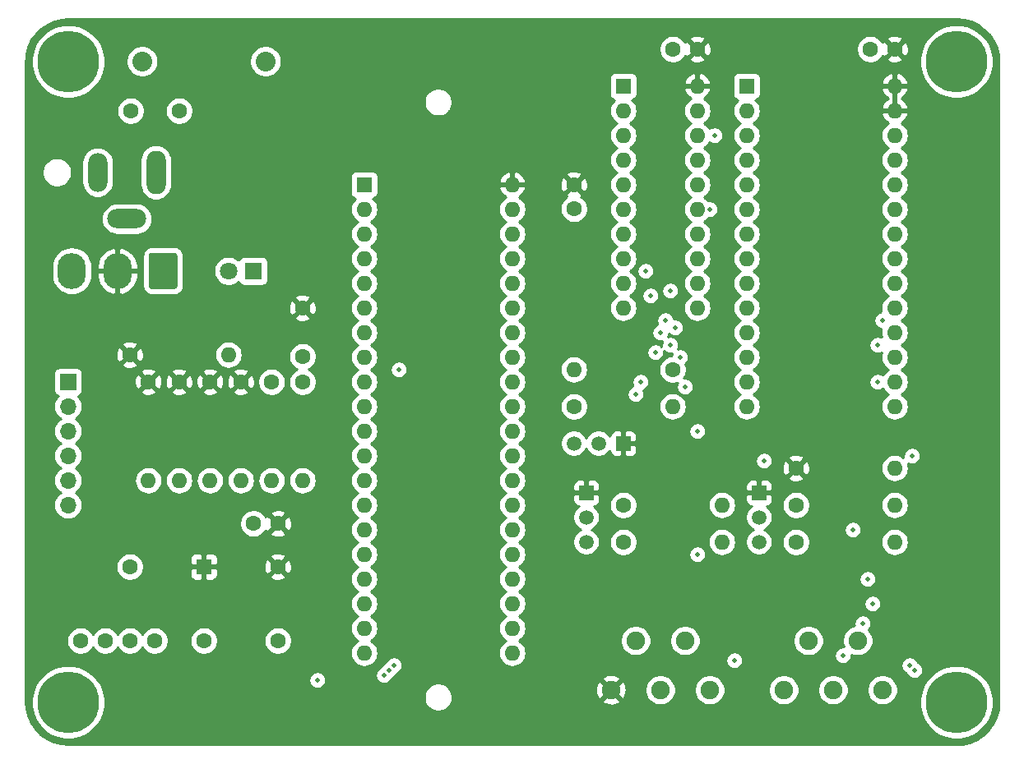
<source format=gbr>
%TF.GenerationSoftware,KiCad,Pcbnew,(5.1.4-0-10_14)*%
%TF.CreationDate,2020-04-13T14:17:21-07:00*%
%TF.ProjectId,8051dumper,38303531-6475-46d7-9065-722e6b696361,1*%
%TF.SameCoordinates,PX60e4b00PYc1c9600*%
%TF.FileFunction,Copper,L3,Inr*%
%TF.FilePolarity,Positive*%
%FSLAX46Y46*%
G04 Gerber Fmt 4.6, Leading zero omitted, Abs format (unit mm)*
G04 Created by KiCad (PCBNEW (5.1.4-0-10_14)) date 2020-04-13 14:17:21*
%MOMM*%
%LPD*%
G04 APERTURE LIST*
%TA.AperFunction,ViaPad*%
%ADD10O,1.600000X1.600000*%
%TD*%
%TA.AperFunction,ViaPad*%
%ADD11C,1.600000*%
%TD*%
%TA.AperFunction,ViaPad*%
%ADD12C,1.800000*%
%TD*%
%TA.AperFunction,ViaPad*%
%ADD13R,1.800000X1.800000*%
%TD*%
%TA.AperFunction,ViaPad*%
%ADD14R,1.600000X1.600000*%
%TD*%
%TA.AperFunction,ViaPad*%
%ADD15O,2.921000X3.708400*%
%TD*%
%TA.AperFunction,Conductor*%
%ADD16C,0.152400*%
%TD*%
%TA.AperFunction,ViaPad*%
%ADD17C,2.921000*%
%TD*%
%TA.AperFunction,ViaPad*%
%ADD18R,1.700000X1.700000*%
%TD*%
%TA.AperFunction,ViaPad*%
%ADD19O,1.700000X1.700000*%
%TD*%
%TA.AperFunction,ViaPad*%
%ADD20O,4.000000X2.000000*%
%TD*%
%TA.AperFunction,ViaPad*%
%ADD21O,2.000000X4.000000*%
%TD*%
%TA.AperFunction,ViaPad*%
%ADD22O,2.000000X4.500000*%
%TD*%
%TA.AperFunction,ViaPad*%
%ADD23C,6.350000*%
%TD*%
%TA.AperFunction,ViaPad*%
%ADD24O,1.600200X1.600200*%
%TD*%
%TA.AperFunction,ViaPad*%
%ADD25R,1.600200X1.600200*%
%TD*%
%TA.AperFunction,ViaPad*%
%ADD26C,2.032000*%
%TD*%
%TA.AperFunction,ViaPad*%
%ADD27C,1.905000*%
%TD*%
%TA.AperFunction,ViaPad*%
%ADD28R,1.500000X1.500000*%
%TD*%
%TA.AperFunction,ViaPad*%
%ADD29C,1.500000*%
%TD*%
%TA.AperFunction,ViaPad*%
%ADD30C,0.508000*%
%TD*%
%TA.AperFunction,Conductor*%
%ADD31C,0.254000*%
%TD*%
G04 APERTURE END LIST*
D10*
%TO.N,Net-(D1-Pad2)*%
%TO.C,R14*%
X21590000Y40894000D03*
D11*
%TO.N,+5V*%
X11430000Y40894000D03*
%TD*%
D12*
%TO.N,Net-(D1-Pad2)*%
%TO.C,D1*%
X21590000Y49530000D03*
D13*
%TO.N,GND*%
X24130000Y49530000D03*
%TD*%
D10*
%TO.N,~S4*%
%TO.C,R13*%
X13335000Y27940000D03*
D11*
%TO.N,+5V*%
X13335000Y38100000D03*
%TD*%
D10*
%TO.N,~S3*%
%TO.C,R12*%
X16510000Y27940000D03*
D11*
%TO.N,+5V*%
X16510000Y38100000D03*
%TD*%
D10*
%TO.N,~S2*%
%TO.C,R11*%
X19685000Y27940000D03*
D11*
%TO.N,+5V*%
X19685000Y38100000D03*
%TD*%
D10*
%TO.N,~S1*%
%TO.C,R10*%
X22860000Y27940000D03*
D11*
%TO.N,+5V*%
X22860000Y38100000D03*
%TD*%
%TO.N,GND*%
%TO.C,S4*%
X11430000Y19050000D03*
%TO.N,~S4*%
X6350000Y11430000D03*
%TO.N,~S3*%
X8890000Y11430000D03*
%TO.N,~S2*%
X11430000Y11430000D03*
%TO.N,~S1*%
X13970000Y11430000D03*
%TD*%
D10*
%TO.N,+5V*%
%TO.C,U2*%
X69850000Y68580000D03*
%TO.N,GND*%
X62230000Y45720000D03*
%TO.N,/A4*%
X69850000Y66040000D03*
%TO.N,/A3*%
X62230000Y48260000D03*
%TO.N,/AD4*%
X69850000Y63500000D03*
%TO.N,/AD3*%
X62230000Y50800000D03*
%TO.N,/AD5*%
X69850000Y60960000D03*
%TO.N,/AD2*%
X62230000Y53340000D03*
%TO.N,/A5*%
X69850000Y58420000D03*
%TO.N,/A2*%
X62230000Y55880000D03*
%TO.N,/A6*%
X69850000Y55880000D03*
%TO.N,/A1*%
X62230000Y58420000D03*
%TO.N,/AD6*%
X69850000Y53340000D03*
%TO.N,/AD1*%
X62230000Y60960000D03*
%TO.N,/AD7*%
X69850000Y50800000D03*
%TO.N,/AD0*%
X62230000Y63500000D03*
%TO.N,/A7*%
X69850000Y48260000D03*
%TO.N,/A0*%
X62230000Y66040000D03*
%TO.N,ALE*%
X69850000Y45720000D03*
D14*
%TO.N,GND*%
X62230000Y68580000D03*
%TD*%
D15*
%TO.N,GND*%
%TO.C,S1*%
X5461000Y49530000D03*
%TO.N,+5V*%
X10160000Y49530000D03*
D16*
%TO.N,Net-(C6-Pad1)*%
G36*
X16090283Y51382976D02*
G01*
X16114952Y51379317D01*
X16139143Y51373257D01*
X16162624Y51364856D01*
X16185168Y51354193D01*
X16206559Y51341372D01*
X16226590Y51326516D01*
X16245068Y51309768D01*
X16261816Y51291290D01*
X16276672Y51271259D01*
X16289493Y51249868D01*
X16300156Y51227324D01*
X16308557Y51203843D01*
X16314617Y51179652D01*
X16318276Y51154983D01*
X16319500Y51130074D01*
X16319500Y47929926D01*
X16318276Y47905017D01*
X16314617Y47880348D01*
X16308557Y47856157D01*
X16300156Y47832676D01*
X16289493Y47810132D01*
X16276672Y47788741D01*
X16261816Y47768710D01*
X16245068Y47750232D01*
X16226590Y47733484D01*
X16206559Y47718628D01*
X16185168Y47705807D01*
X16162624Y47695144D01*
X16139143Y47686743D01*
X16114952Y47680683D01*
X16090283Y47677024D01*
X16065374Y47675800D01*
X13652626Y47675800D01*
X13627717Y47677024D01*
X13603048Y47680683D01*
X13578857Y47686743D01*
X13555376Y47695144D01*
X13532832Y47705807D01*
X13511441Y47718628D01*
X13491410Y47733484D01*
X13472932Y47750232D01*
X13456184Y47768710D01*
X13441328Y47788741D01*
X13428507Y47810132D01*
X13417844Y47832676D01*
X13409443Y47856157D01*
X13403383Y47880348D01*
X13399724Y47905017D01*
X13398500Y47929926D01*
X13398500Y51130074D01*
X13399724Y51154983D01*
X13403383Y51179652D01*
X13409443Y51203843D01*
X13417844Y51227324D01*
X13428507Y51249868D01*
X13441328Y51271259D01*
X13456184Y51291290D01*
X13472932Y51309768D01*
X13491410Y51326516D01*
X13511441Y51341372D01*
X13532832Y51354193D01*
X13555376Y51364856D01*
X13578857Y51373257D01*
X13603048Y51379317D01*
X13627717Y51382976D01*
X13652626Y51384200D01*
X16065374Y51384200D01*
X16090283Y51382976D01*
X16090283Y51382976D01*
G37*
D17*
X14859000Y49530000D03*
%TD*%
D11*
%TO.N,GND*%
%TO.C,C1*%
X57150000Y55920000D03*
%TO.N,+5V*%
X57150000Y58420000D03*
%TD*%
%TO.N,GND*%
%TO.C,C4*%
X24170000Y23495000D03*
%TO.N,+5V*%
X26670000Y23495000D03*
%TD*%
%TO.N,GND*%
%TO.C,C3*%
X87670000Y72390000D03*
%TO.N,+5V*%
X90170000Y72390000D03*
%TD*%
%TO.N,GND*%
%TO.C,C2*%
X67350000Y72390000D03*
%TO.N,+5V*%
X69850000Y72390000D03*
%TD*%
%TO.N,GND*%
%TO.C,C6*%
X11510000Y66040000D03*
%TO.N,Net-(C6-Pad1)*%
X16510000Y66040000D03*
%TD*%
%TO.N,RST*%
%TO.C,C5*%
X29210000Y40720000D03*
%TO.N,+5V*%
X29210000Y45720000D03*
%TD*%
D10*
%TO.N,Net-(R9-Pad2)*%
%TO.C,R9*%
X29210000Y27940000D03*
D11*
%TO.N,RST*%
X29210000Y38100000D03*
%TD*%
D10*
%TO.N,GND*%
%TO.C,R8*%
X26035000Y27940000D03*
D11*
%TO.N,RST*%
X26035000Y38100000D03*
%TD*%
D10*
%TO.N,Net-(R7-Pad2)*%
%TO.C,R7*%
X90170000Y21590000D03*
D11*
%TO.N,Net-(Q3-Pad3)*%
X80010000Y21590000D03*
%TD*%
D10*
%TO.N,Net-(R6-Pad2)*%
%TO.C,R6*%
X72390000Y21590000D03*
D11*
%TO.N,Net-(Q2-Pad3)*%
X62230000Y21590000D03*
%TD*%
D10*
%TO.N,~GRNBTN*%
%TO.C,R5*%
X90170000Y29210000D03*
D11*
%TO.N,+5V*%
X80010000Y29210000D03*
%TD*%
D10*
%TO.N,~GRNLED*%
%TO.C,R4*%
X90170000Y25400000D03*
D11*
%TO.N,Net-(Q3-Pad2)*%
X80010000Y25400000D03*
%TD*%
D10*
%TO.N,~REDLED*%
%TO.C,R3*%
X72390000Y25400000D03*
D11*
%TO.N,Net-(Q2-Pad2)*%
X62230000Y25400000D03*
%TD*%
D10*
%TO.N,GND*%
%TO.C,R2*%
X67310000Y35560000D03*
D11*
%TO.N,/~EA*%
X57150000Y35560000D03*
%TD*%
D10*
%TO.N,EA*%
%TO.C,R1*%
X57150000Y39370000D03*
D11*
%TO.N,Net-(Q1-Pad2)*%
X67310000Y39370000D03*
%TD*%
D18*
%TO.N,GND*%
%TO.C,J1*%
X5080000Y38100000D03*
D19*
%TO.N,Net-(J1-Pad2)*%
X5080000Y35560000D03*
%TO.N,N/C*%
X5080000Y33020000D03*
%TO.N,/RXD*%
X5080000Y30480000D03*
%TO.N,/TXD*%
X5080000Y27940000D03*
%TO.N,Net-(J1-Pad2)*%
X5080000Y25400000D03*
%TD*%
D10*
%TO.N,+5V*%
%TO.C,U3*%
X90170000Y68580000D03*
%TO.N,GND*%
X74930000Y35560000D03*
%TO.N,+5V*%
X90170000Y66040000D03*
%TO.N,/AD2*%
X74930000Y38100000D03*
%TO.N,/A13*%
X90170000Y63500000D03*
%TO.N,/AD1*%
X74930000Y40640000D03*
%TO.N,/A8*%
X90170000Y60960000D03*
%TO.N,/AD0*%
X74930000Y43180000D03*
%TO.N,/A9*%
X90170000Y58420000D03*
%TO.N,/A0*%
X74930000Y45720000D03*
%TO.N,/A11*%
X90170000Y55880000D03*
%TO.N,/A1*%
X74930000Y48260000D03*
%TO.N,~PSEN*%
X90170000Y53340000D03*
%TO.N,/A2*%
X74930000Y50800000D03*
%TO.N,/A10*%
X90170000Y50800000D03*
%TO.N,/A3*%
X74930000Y53340000D03*
%TO.N,GND*%
X90170000Y48260000D03*
%TO.N,/A4*%
X74930000Y55880000D03*
%TO.N,/AD7*%
X90170000Y45720000D03*
%TO.N,/A5*%
X74930000Y58420000D03*
%TO.N,/AD6*%
X90170000Y43180000D03*
%TO.N,/A6*%
X74930000Y60960000D03*
%TO.N,/AD5*%
X90170000Y40640000D03*
%TO.N,/A7*%
X74930000Y63500000D03*
%TO.N,/AD4*%
X90170000Y38100000D03*
%TO.N,/A12*%
X74930000Y66040000D03*
%TO.N,/AD3*%
X90170000Y35560000D03*
D14*
%TO.N,/A14*%
X74930000Y68580000D03*
%TD*%
D20*
%TO.N,N/C*%
%TO.C,J2*%
X11120000Y54890000D03*
D21*
%TO.N,GND*%
X8120000Y59690000D03*
D22*
%TO.N,Net-(C6-Pad1)*%
X14120000Y59690000D03*
%TD*%
D23*
%TO.N,GND*%
%TO.C,REF\002A\002A*%
X96520000Y71120000D03*
%TD*%
%TO.N,GND*%
%TO.C,REF\002A\002A*%
X96520000Y5080000D03*
%TD*%
%TO.N,GND*%
%TO.C,REF\002A\002A*%
X5080000Y71120000D03*
%TD*%
%TO.N,GND*%
%TO.C,REF\002A\002A*%
X5080000Y5080000D03*
%TD*%
D24*
%TO.N,+5V*%
%TO.C,U1*%
X50800000Y58420000D03*
%TO.N,GND*%
X35560000Y10160000D03*
%TO.N,/AD0*%
X50800000Y55880000D03*
%TO.N,GND*%
X35560000Y12700000D03*
%TO.N,/AD1*%
X50800000Y53340000D03*
%TO.N,/CLK*%
X35560000Y15240000D03*
%TO.N,/AD2*%
X50800000Y50800000D03*
%TO.N,N/C*%
X35560000Y17780000D03*
%TO.N,/AD3*%
X50800000Y48260000D03*
%TO.N,N/C*%
X35560000Y20320000D03*
%TO.N,/AD4*%
X50800000Y45720000D03*
%TO.N,N/C*%
X35560000Y22860000D03*
%TO.N,/AD5*%
X50800000Y43180000D03*
%TO.N,N/C*%
X35560000Y25400000D03*
%TO.N,/AD6*%
X50800000Y40640000D03*
%TO.N,N/C*%
X35560000Y27940000D03*
%TO.N,/AD7*%
X50800000Y38100000D03*
%TO.N,N/C*%
X35560000Y30480000D03*
%TO.N,/~EA*%
X50800000Y35560000D03*
%TO.N,/TXD*%
X35560000Y33020000D03*
%TO.N,ALE*%
X50800000Y33020000D03*
%TO.N,/RXD*%
X35560000Y35560000D03*
%TO.N,~PSEN*%
X50800000Y30480000D03*
%TO.N,RST*%
X35560000Y38100000D03*
%TO.N,N/C*%
X50800000Y27940000D03*
%TO.N,~S1*%
X35560000Y40640000D03*
%TO.N,/A14*%
X50800000Y25400000D03*
%TO.N,~S2*%
X35560000Y43180000D03*
%TO.N,/A13*%
X50800000Y22860000D03*
%TO.N,~S3*%
X35560000Y45720000D03*
%TO.N,/A12*%
X50800000Y20320000D03*
%TO.N,~S4*%
X35560000Y48260000D03*
%TO.N,/A11*%
X50800000Y17780000D03*
%TO.N,~GRNBTN*%
X35560000Y50800000D03*
%TO.N,/A10*%
X50800000Y15240000D03*
%TO.N,~GRNLED*%
X35560000Y53340000D03*
%TO.N,/A9*%
X50800000Y12700000D03*
%TO.N,~REDLED*%
X35560000Y55880000D03*
%TO.N,/A8*%
X50800000Y10160000D03*
D25*
%TO.N,EA*%
X35560000Y58420000D03*
%TD*%
D11*
%TO.N,GND*%
%TO.C,X1*%
X19050000Y11430000D03*
%TO.N,/CLK*%
X26670000Y11430000D03*
%TO.N,+5V*%
X26670000Y19050000D03*
D14*
X19050000Y19050000D03*
%TD*%
D26*
%TO.N,GND*%
%TO.C,TP2*%
X12700000Y71120000D03*
%TD*%
%TO.N,Net-(C6-Pad1)*%
%TO.C,TP1*%
X25400000Y71120000D03*
%TD*%
D27*
%TO.N,GND*%
%TO.C,S3*%
X81280000Y11430000D03*
%TO.N,Net-(R7-Pad2)*%
X86360000Y11430000D03*
%TO.N,N/C*%
X88900000Y6350000D03*
%TO.N,~GRNBTN*%
X83820000Y6350000D03*
%TO.N,GND*%
X78740000Y6350000D03*
%TD*%
%TO.N,GND*%
%TO.C,S2*%
X63500000Y11430000D03*
%TO.N,Net-(R6-Pad2)*%
X68580000Y11430000D03*
%TO.N,N/C*%
X71120000Y6350000D03*
%TO.N,Net-(R9-Pad2)*%
X66040000Y6350000D03*
%TO.N,+5V*%
X60960000Y6350000D03*
%TD*%
D28*
%TO.N,+5V*%
%TO.C,Q3*%
X76200000Y26670000D03*
D29*
%TO.N,Net-(Q3-Pad3)*%
X76200000Y21590000D03*
%TO.N,Net-(Q3-Pad2)*%
X76200000Y24130000D03*
%TD*%
D28*
%TO.N,+5V*%
%TO.C,Q2*%
X58420000Y26670000D03*
D29*
%TO.N,Net-(Q2-Pad3)*%
X58420000Y21590000D03*
%TO.N,Net-(Q2-Pad2)*%
X58420000Y24130000D03*
%TD*%
D28*
%TO.N,+5V*%
%TO.C,Q1*%
X62230000Y31750000D03*
D29*
%TO.N,/~EA*%
X57150000Y31750000D03*
%TO.N,Net-(Q1-Pad2)*%
X59690000Y31750000D03*
%TD*%
D30*
%TO.N,EA*%
X39116000Y39370000D03*
%TO.N,~REDLED*%
X38608000Y8890000D03*
X73660000Y9398000D03*
%TO.N,~GRNLED*%
X38100000Y8382000D03*
X91694000Y8890000D03*
%TO.N,~GRNBTN*%
X37592000Y7874000D03*
X92202000Y8382000D03*
%TO.N,/AD0*%
X66040000Y43180000D03*
%TO.N,/AD1*%
X65532000Y41148000D03*
%TO.N,/AD2*%
X64008000Y38100000D03*
%TO.N,/AD3*%
X63500000Y36830000D03*
%TO.N,/AD4*%
X67056000Y47498000D03*
X67056000Y41910000D03*
X88392000Y41910000D03*
X88392000Y38100000D03*
%TO.N,/AD5*%
X67564000Y43688000D03*
X88900000Y44450000D03*
%TO.N,/AD6*%
X68072000Y40640000D03*
%TO.N,/AD7*%
X68580000Y37592000D03*
%TO.N,ALE*%
X69850000Y33020000D03*
%TO.N,~PSEN*%
X91948000Y30480000D03*
%TO.N,/A14*%
X76708000Y29972000D03*
%TO.N,/A13*%
X85852000Y22860000D03*
%TO.N,/A12*%
X69850000Y20320000D03*
%TO.N,/A11*%
X87376000Y17780000D03*
%TO.N,/A10*%
X87884000Y15240000D03*
%TO.N,/A9*%
X86868000Y13208000D03*
%TO.N,/A8*%
X84836000Y9906000D03*
%TO.N,/A7*%
X71628000Y63500000D03*
%TO.N,/A2*%
X64516000Y49530000D03*
%TO.N,/A1*%
X65024000Y46990000D03*
%TO.N,/A4*%
X71120000Y55880000D03*
%TO.N,/A0*%
X66548000Y44450000D03*
%TO.N,Net-(R9-Pad2)*%
X30734000Y7366000D03*
%TD*%
D31*
%TO.N,+5V*%
G36*
X97293358Y75418158D02*
G01*
X98042277Y75213277D01*
X98743072Y74879014D01*
X99373605Y74425931D01*
X99913934Y73868355D01*
X100346989Y73223901D01*
X100659073Y72512956D01*
X100841640Y71752507D01*
X100890001Y71093956D01*
X100890000Y5111618D01*
X100818158Y4306641D01*
X100613277Y3557723D01*
X100279013Y2856925D01*
X99825931Y2226395D01*
X99268354Y1686065D01*
X98623901Y1253011D01*
X97912956Y940927D01*
X97152506Y758360D01*
X96493968Y710000D01*
X5111618Y710000D01*
X4306641Y781842D01*
X3557723Y986723D01*
X2856925Y1320987D01*
X2226395Y1774069D01*
X1686065Y2331646D01*
X1253011Y2976099D01*
X940927Y3687044D01*
X758360Y4447494D01*
X710000Y5106032D01*
X710000Y5455252D01*
X1270000Y5455252D01*
X1270000Y4704748D01*
X1416416Y3968664D01*
X1703622Y3275288D01*
X2120580Y2651267D01*
X2651267Y2120580D01*
X3275288Y1703622D01*
X3968664Y1416416D01*
X4704748Y1270000D01*
X5455252Y1270000D01*
X6191336Y1416416D01*
X6884712Y1703622D01*
X7508733Y2120580D01*
X8039420Y2651267D01*
X8456378Y3275288D01*
X8743584Y3968664D01*
X8890000Y4704748D01*
X8890000Y5455252D01*
X8834982Y5731847D01*
X41719500Y5731847D01*
X41719500Y5444153D01*
X41775626Y5161988D01*
X41885721Y4896194D01*
X42045555Y4656985D01*
X42248985Y4453555D01*
X42488194Y4293721D01*
X42753988Y4183626D01*
X43036153Y4127500D01*
X43323847Y4127500D01*
X43606012Y4183626D01*
X43871806Y4293721D01*
X44111015Y4453555D01*
X44314445Y4656985D01*
X44474279Y4896194D01*
X44584374Y5161988D01*
X44601575Y5248465D01*
X60038070Y5248465D01*
X60128098Y4988919D01*
X60409616Y4852776D01*
X60712286Y4774171D01*
X61024474Y4756123D01*
X61334185Y4799328D01*
X61629516Y4902123D01*
X61791902Y4988919D01*
X61881930Y5248465D01*
X60960000Y6170395D01*
X60038070Y5248465D01*
X44601575Y5248465D01*
X44640500Y5444153D01*
X44640500Y5731847D01*
X44584374Y6014012D01*
X44474279Y6279806D01*
X44470458Y6285526D01*
X59366123Y6285526D01*
X59409328Y5975815D01*
X59512123Y5680484D01*
X59598919Y5518098D01*
X59858465Y5428070D01*
X60780395Y6350000D01*
X61139605Y6350000D01*
X62061535Y5428070D01*
X62321081Y5518098D01*
X62457224Y5799616D01*
X62535829Y6102286D01*
X62553877Y6414474D01*
X62541060Y6506355D01*
X64452500Y6506355D01*
X64452500Y6193645D01*
X64513507Y5886943D01*
X64633176Y5598037D01*
X64806908Y5338028D01*
X65028028Y5116908D01*
X65288037Y4943176D01*
X65576943Y4823507D01*
X65883645Y4762500D01*
X66196355Y4762500D01*
X66503057Y4823507D01*
X66791963Y4943176D01*
X67051972Y5116908D01*
X67273092Y5338028D01*
X67446824Y5598037D01*
X67566493Y5886943D01*
X67627500Y6193645D01*
X67627500Y6506355D01*
X69532500Y6506355D01*
X69532500Y6193645D01*
X69593507Y5886943D01*
X69713176Y5598037D01*
X69886908Y5338028D01*
X70108028Y5116908D01*
X70368037Y4943176D01*
X70656943Y4823507D01*
X70963645Y4762500D01*
X71276355Y4762500D01*
X71583057Y4823507D01*
X71871963Y4943176D01*
X72131972Y5116908D01*
X72353092Y5338028D01*
X72526824Y5598037D01*
X72646493Y5886943D01*
X72707500Y6193645D01*
X72707500Y6506355D01*
X77152500Y6506355D01*
X77152500Y6193645D01*
X77213507Y5886943D01*
X77333176Y5598037D01*
X77506908Y5338028D01*
X77728028Y5116908D01*
X77988037Y4943176D01*
X78276943Y4823507D01*
X78583645Y4762500D01*
X78896355Y4762500D01*
X79203057Y4823507D01*
X79491963Y4943176D01*
X79751972Y5116908D01*
X79973092Y5338028D01*
X80146824Y5598037D01*
X80266493Y5886943D01*
X80327500Y6193645D01*
X80327500Y6506355D01*
X82232500Y6506355D01*
X82232500Y6193645D01*
X82293507Y5886943D01*
X82413176Y5598037D01*
X82586908Y5338028D01*
X82808028Y5116908D01*
X83068037Y4943176D01*
X83356943Y4823507D01*
X83663645Y4762500D01*
X83976355Y4762500D01*
X84283057Y4823507D01*
X84571963Y4943176D01*
X84831972Y5116908D01*
X85053092Y5338028D01*
X85226824Y5598037D01*
X85346493Y5886943D01*
X85407500Y6193645D01*
X85407500Y6506355D01*
X87312500Y6506355D01*
X87312500Y6193645D01*
X87373507Y5886943D01*
X87493176Y5598037D01*
X87666908Y5338028D01*
X87888028Y5116908D01*
X88148037Y4943176D01*
X88436943Y4823507D01*
X88743645Y4762500D01*
X89056355Y4762500D01*
X89363057Y4823507D01*
X89651963Y4943176D01*
X89911972Y5116908D01*
X90133092Y5338028D01*
X90211418Y5455252D01*
X92710000Y5455252D01*
X92710000Y4704748D01*
X92856416Y3968664D01*
X93143622Y3275288D01*
X93560580Y2651267D01*
X94091267Y2120580D01*
X94715288Y1703622D01*
X95408664Y1416416D01*
X96144748Y1270000D01*
X96895252Y1270000D01*
X97631336Y1416416D01*
X98324712Y1703622D01*
X98948733Y2120580D01*
X99479420Y2651267D01*
X99896378Y3275288D01*
X100183584Y3968664D01*
X100330000Y4704748D01*
X100330000Y5455252D01*
X100183584Y6191336D01*
X99896378Y6884712D01*
X99479420Y7508733D01*
X98948733Y8039420D01*
X98324712Y8456378D01*
X97631336Y8743584D01*
X96895252Y8890000D01*
X96144748Y8890000D01*
X95408664Y8743584D01*
X94715288Y8456378D01*
X94091267Y8039420D01*
X93560580Y7508733D01*
X93143622Y6884712D01*
X92856416Y6191336D01*
X92710000Y5455252D01*
X90211418Y5455252D01*
X90306824Y5598037D01*
X90426493Y5886943D01*
X90487500Y6193645D01*
X90487500Y6506355D01*
X90426493Y6813057D01*
X90306824Y7101963D01*
X90133092Y7361972D01*
X89911972Y7583092D01*
X89651963Y7756824D01*
X89363057Y7876493D01*
X89056355Y7937500D01*
X88743645Y7937500D01*
X88436943Y7876493D01*
X88148037Y7756824D01*
X87888028Y7583092D01*
X87666908Y7361972D01*
X87493176Y7101963D01*
X87373507Y6813057D01*
X87312500Y6506355D01*
X85407500Y6506355D01*
X85346493Y6813057D01*
X85226824Y7101963D01*
X85053092Y7361972D01*
X84831972Y7583092D01*
X84571963Y7756824D01*
X84283057Y7876493D01*
X83976355Y7937500D01*
X83663645Y7937500D01*
X83356943Y7876493D01*
X83068037Y7756824D01*
X82808028Y7583092D01*
X82586908Y7361972D01*
X82413176Y7101963D01*
X82293507Y6813057D01*
X82232500Y6506355D01*
X80327500Y6506355D01*
X80266493Y6813057D01*
X80146824Y7101963D01*
X79973092Y7361972D01*
X79751972Y7583092D01*
X79491963Y7756824D01*
X79203057Y7876493D01*
X78896355Y7937500D01*
X78583645Y7937500D01*
X78276943Y7876493D01*
X77988037Y7756824D01*
X77728028Y7583092D01*
X77506908Y7361972D01*
X77333176Y7101963D01*
X77213507Y6813057D01*
X77152500Y6506355D01*
X72707500Y6506355D01*
X72646493Y6813057D01*
X72526824Y7101963D01*
X72353092Y7361972D01*
X72131972Y7583092D01*
X71871963Y7756824D01*
X71583057Y7876493D01*
X71276355Y7937500D01*
X70963645Y7937500D01*
X70656943Y7876493D01*
X70368037Y7756824D01*
X70108028Y7583092D01*
X69886908Y7361972D01*
X69713176Y7101963D01*
X69593507Y6813057D01*
X69532500Y6506355D01*
X67627500Y6506355D01*
X67566493Y6813057D01*
X67446824Y7101963D01*
X67273092Y7361972D01*
X67051972Y7583092D01*
X66791963Y7756824D01*
X66503057Y7876493D01*
X66196355Y7937500D01*
X65883645Y7937500D01*
X65576943Y7876493D01*
X65288037Y7756824D01*
X65028028Y7583092D01*
X64806908Y7361972D01*
X64633176Y7101963D01*
X64513507Y6813057D01*
X64452500Y6506355D01*
X62541060Y6506355D01*
X62510672Y6724185D01*
X62407877Y7019516D01*
X62321081Y7181902D01*
X62061535Y7271930D01*
X61139605Y6350000D01*
X60780395Y6350000D01*
X59858465Y7271930D01*
X59598919Y7181902D01*
X59462776Y6900384D01*
X59384171Y6597714D01*
X59366123Y6285526D01*
X44470458Y6285526D01*
X44314445Y6519015D01*
X44111015Y6722445D01*
X43871806Y6882279D01*
X43606012Y6992374D01*
X43323847Y7048500D01*
X43036153Y7048500D01*
X42753988Y6992374D01*
X42488194Y6882279D01*
X42248985Y6722445D01*
X42045555Y6519015D01*
X41885721Y6279806D01*
X41775626Y6014012D01*
X41719500Y5731847D01*
X8834982Y5731847D01*
X8743584Y6191336D01*
X8456378Y6884712D01*
X8076287Y7453559D01*
X29845000Y7453559D01*
X29845000Y7278441D01*
X29879164Y7106688D01*
X29946179Y6944901D01*
X30043469Y6799296D01*
X30167296Y6675469D01*
X30312901Y6578179D01*
X30474688Y6511164D01*
X30646441Y6477000D01*
X30821559Y6477000D01*
X30993312Y6511164D01*
X31155099Y6578179D01*
X31300704Y6675469D01*
X31424531Y6799296D01*
X31521821Y6944901D01*
X31588836Y7106688D01*
X31623000Y7278441D01*
X31623000Y7453559D01*
X31588836Y7625312D01*
X31521821Y7787099D01*
X31424531Y7932704D01*
X31395676Y7961559D01*
X36703000Y7961559D01*
X36703000Y7786441D01*
X36737164Y7614688D01*
X36804179Y7452901D01*
X36901469Y7307296D01*
X37025296Y7183469D01*
X37170901Y7086179D01*
X37332688Y7019164D01*
X37504441Y6985000D01*
X37679559Y6985000D01*
X37851312Y7019164D01*
X38013099Y7086179D01*
X38158704Y7183469D01*
X38282531Y7307296D01*
X38378908Y7451535D01*
X60038070Y7451535D01*
X60960000Y6529605D01*
X61881930Y7451535D01*
X61791902Y7711081D01*
X61510384Y7847224D01*
X61207714Y7925829D01*
X60895526Y7943877D01*
X60585815Y7900672D01*
X60290484Y7797877D01*
X60128098Y7711081D01*
X60038070Y7451535D01*
X38378908Y7451535D01*
X38379821Y7452901D01*
X38421201Y7552799D01*
X38521099Y7594179D01*
X38666704Y7691469D01*
X38790531Y7815296D01*
X38887821Y7960901D01*
X38929201Y8060799D01*
X39029099Y8102179D01*
X39174704Y8199469D01*
X39298531Y8323296D01*
X39395821Y8468901D01*
X39462836Y8630688D01*
X39497000Y8802441D01*
X39497000Y8977559D01*
X39462836Y9149312D01*
X39395821Y9311099D01*
X39298531Y9456704D01*
X39174704Y9580531D01*
X39029099Y9677821D01*
X38867312Y9744836D01*
X38695559Y9779000D01*
X38520441Y9779000D01*
X38348688Y9744836D01*
X38186901Y9677821D01*
X38041296Y9580531D01*
X37917469Y9456704D01*
X37820179Y9311099D01*
X37778799Y9211201D01*
X37678901Y9169821D01*
X37533296Y9072531D01*
X37409469Y8948704D01*
X37312179Y8803099D01*
X37270799Y8703201D01*
X37170901Y8661821D01*
X37025296Y8564531D01*
X36901469Y8440704D01*
X36804179Y8295099D01*
X36737164Y8133312D01*
X36703000Y7961559D01*
X31395676Y7961559D01*
X31300704Y8056531D01*
X31155099Y8153821D01*
X30993312Y8220836D01*
X30821559Y8255000D01*
X30646441Y8255000D01*
X30474688Y8220836D01*
X30312901Y8153821D01*
X30167296Y8056531D01*
X30043469Y7932704D01*
X29946179Y7787099D01*
X29879164Y7625312D01*
X29845000Y7453559D01*
X8076287Y7453559D01*
X8039420Y7508733D01*
X7508733Y8039420D01*
X6884712Y8456378D01*
X6191336Y8743584D01*
X5455252Y8890000D01*
X4704748Y8890000D01*
X3968664Y8743584D01*
X3275288Y8456378D01*
X2651267Y8039420D01*
X2120580Y7508733D01*
X1703622Y6884712D01*
X1416416Y6191336D01*
X1270000Y5455252D01*
X710000Y5455252D01*
X710000Y11571335D01*
X4915000Y11571335D01*
X4915000Y11288665D01*
X4970147Y11011426D01*
X5078320Y10750273D01*
X5235363Y10515241D01*
X5435241Y10315363D01*
X5670273Y10158320D01*
X5931426Y10050147D01*
X6208665Y9995000D01*
X6491335Y9995000D01*
X6768574Y10050147D01*
X7029727Y10158320D01*
X7264759Y10315363D01*
X7464637Y10515241D01*
X7620000Y10747759D01*
X7775363Y10515241D01*
X7975241Y10315363D01*
X8210273Y10158320D01*
X8471426Y10050147D01*
X8748665Y9995000D01*
X9031335Y9995000D01*
X9308574Y10050147D01*
X9569727Y10158320D01*
X9804759Y10315363D01*
X10004637Y10515241D01*
X10160000Y10747759D01*
X10315363Y10515241D01*
X10515241Y10315363D01*
X10750273Y10158320D01*
X11011426Y10050147D01*
X11288665Y9995000D01*
X11571335Y9995000D01*
X11848574Y10050147D01*
X12109727Y10158320D01*
X12344759Y10315363D01*
X12544637Y10515241D01*
X12700000Y10747759D01*
X12855363Y10515241D01*
X13055241Y10315363D01*
X13290273Y10158320D01*
X13551426Y10050147D01*
X13828665Y9995000D01*
X14111335Y9995000D01*
X14388574Y10050147D01*
X14649727Y10158320D01*
X14884759Y10315363D01*
X15084637Y10515241D01*
X15241680Y10750273D01*
X15349853Y11011426D01*
X15405000Y11288665D01*
X15405000Y11571335D01*
X17615000Y11571335D01*
X17615000Y11288665D01*
X17670147Y11011426D01*
X17778320Y10750273D01*
X17935363Y10515241D01*
X18135241Y10315363D01*
X18370273Y10158320D01*
X18631426Y10050147D01*
X18908665Y9995000D01*
X19191335Y9995000D01*
X19468574Y10050147D01*
X19729727Y10158320D01*
X19964759Y10315363D01*
X20164637Y10515241D01*
X20321680Y10750273D01*
X20429853Y11011426D01*
X20485000Y11288665D01*
X20485000Y11571335D01*
X25235000Y11571335D01*
X25235000Y11288665D01*
X25290147Y11011426D01*
X25398320Y10750273D01*
X25555363Y10515241D01*
X25755241Y10315363D01*
X25990273Y10158320D01*
X26251426Y10050147D01*
X26528665Y9995000D01*
X26811335Y9995000D01*
X27088574Y10050147D01*
X27349727Y10158320D01*
X27584759Y10315363D01*
X27784637Y10515241D01*
X27941680Y10750273D01*
X28049853Y11011426D01*
X28105000Y11288665D01*
X28105000Y11571335D01*
X28049853Y11848574D01*
X27941680Y12109727D01*
X27784637Y12344759D01*
X27584759Y12544637D01*
X27349727Y12701680D01*
X27088574Y12809853D01*
X26811335Y12865000D01*
X26528665Y12865000D01*
X26251426Y12809853D01*
X25990273Y12701680D01*
X25755241Y12544637D01*
X25555363Y12344759D01*
X25398320Y12109727D01*
X25290147Y11848574D01*
X25235000Y11571335D01*
X20485000Y11571335D01*
X20429853Y11848574D01*
X20321680Y12109727D01*
X20164637Y12344759D01*
X19964759Y12544637D01*
X19729727Y12701680D01*
X19468574Y12809853D01*
X19191335Y12865000D01*
X18908665Y12865000D01*
X18631426Y12809853D01*
X18370273Y12701680D01*
X18135241Y12544637D01*
X17935363Y12344759D01*
X17778320Y12109727D01*
X17670147Y11848574D01*
X17615000Y11571335D01*
X15405000Y11571335D01*
X15349853Y11848574D01*
X15241680Y12109727D01*
X15084637Y12344759D01*
X14884759Y12544637D01*
X14649727Y12701680D01*
X14388574Y12809853D01*
X14111335Y12865000D01*
X13828665Y12865000D01*
X13551426Y12809853D01*
X13290273Y12701680D01*
X13055241Y12544637D01*
X12855363Y12344759D01*
X12700000Y12112241D01*
X12544637Y12344759D01*
X12344759Y12544637D01*
X12109727Y12701680D01*
X11848574Y12809853D01*
X11571335Y12865000D01*
X11288665Y12865000D01*
X11011426Y12809853D01*
X10750273Y12701680D01*
X10515241Y12544637D01*
X10315363Y12344759D01*
X10160000Y12112241D01*
X10004637Y12344759D01*
X9804759Y12544637D01*
X9569727Y12701680D01*
X9308574Y12809853D01*
X9031335Y12865000D01*
X8748665Y12865000D01*
X8471426Y12809853D01*
X8210273Y12701680D01*
X7975241Y12544637D01*
X7775363Y12344759D01*
X7620000Y12112241D01*
X7464637Y12344759D01*
X7264759Y12544637D01*
X7029727Y12701680D01*
X6768574Y12809853D01*
X6491335Y12865000D01*
X6208665Y12865000D01*
X5931426Y12809853D01*
X5670273Y12701680D01*
X5435241Y12544637D01*
X5235363Y12344759D01*
X5078320Y12109727D01*
X4970147Y11848574D01*
X4915000Y11571335D01*
X710000Y11571335D01*
X710000Y19191335D01*
X9995000Y19191335D01*
X9995000Y18908665D01*
X10050147Y18631426D01*
X10158320Y18370273D01*
X10315363Y18135241D01*
X10515241Y17935363D01*
X10750273Y17778320D01*
X11011426Y17670147D01*
X11288665Y17615000D01*
X11571335Y17615000D01*
X11848574Y17670147D01*
X12109727Y17778320D01*
X12344759Y17935363D01*
X12544637Y18135241D01*
X12621316Y18250000D01*
X17611928Y18250000D01*
X17624188Y18125518D01*
X17660498Y18005820D01*
X17719463Y17895506D01*
X17798815Y17798815D01*
X17895506Y17719463D01*
X18005820Y17660498D01*
X18125518Y17624188D01*
X18250000Y17611928D01*
X18764250Y17615000D01*
X18923000Y17773750D01*
X18923000Y18923000D01*
X19177000Y18923000D01*
X19177000Y17773750D01*
X19335750Y17615000D01*
X19850000Y17611928D01*
X19974482Y17624188D01*
X20094180Y17660498D01*
X20204494Y17719463D01*
X20301185Y17798815D01*
X20380537Y17895506D01*
X20439502Y18005820D01*
X20455117Y18057298D01*
X25856903Y18057298D01*
X25928486Y17813329D01*
X26183996Y17692429D01*
X26458184Y17623700D01*
X26740512Y17609783D01*
X27020130Y17651213D01*
X27286292Y17746397D01*
X27411514Y17813329D01*
X27483097Y18057298D01*
X26670000Y18870395D01*
X25856903Y18057298D01*
X20455117Y18057298D01*
X20475812Y18125518D01*
X20488072Y18250000D01*
X20485000Y18764250D01*
X20326250Y18923000D01*
X19177000Y18923000D01*
X18923000Y18923000D01*
X17773750Y18923000D01*
X17615000Y18764250D01*
X17611928Y18250000D01*
X12621316Y18250000D01*
X12701680Y18370273D01*
X12809853Y18631426D01*
X12865000Y18908665D01*
X12865000Y18979488D01*
X25229783Y18979488D01*
X25271213Y18699870D01*
X25366397Y18433708D01*
X25433329Y18308486D01*
X25677298Y18236903D01*
X26490395Y19050000D01*
X26849605Y19050000D01*
X27662702Y18236903D01*
X27906671Y18308486D01*
X28027571Y18563996D01*
X28096300Y18838184D01*
X28110217Y19120512D01*
X28068787Y19400130D01*
X27973603Y19666292D01*
X27906671Y19791514D01*
X27662702Y19863097D01*
X26849605Y19050000D01*
X26490395Y19050000D01*
X25677298Y19863097D01*
X25433329Y19791514D01*
X25312429Y19536004D01*
X25243700Y19261816D01*
X25229783Y18979488D01*
X12865000Y18979488D01*
X12865000Y19191335D01*
X12809853Y19468574D01*
X12701680Y19729727D01*
X12621317Y19850000D01*
X17611928Y19850000D01*
X17615000Y19335750D01*
X17773750Y19177000D01*
X18923000Y19177000D01*
X18923000Y20326250D01*
X19177000Y20326250D01*
X19177000Y19177000D01*
X20326250Y19177000D01*
X20485000Y19335750D01*
X20488072Y19850000D01*
X20475812Y19974482D01*
X20455118Y20042702D01*
X25856903Y20042702D01*
X26670000Y19229605D01*
X27483097Y20042702D01*
X27411514Y20286671D01*
X27156004Y20407571D01*
X26881816Y20476300D01*
X26599488Y20490217D01*
X26319870Y20448787D01*
X26053708Y20353603D01*
X25928486Y20286671D01*
X25856903Y20042702D01*
X20455118Y20042702D01*
X20439502Y20094180D01*
X20380537Y20204494D01*
X20301185Y20301185D01*
X20204494Y20380537D01*
X20094180Y20439502D01*
X19974482Y20475812D01*
X19850000Y20488072D01*
X19335750Y20485000D01*
X19177000Y20326250D01*
X18923000Y20326250D01*
X18764250Y20485000D01*
X18250000Y20488072D01*
X18125518Y20475812D01*
X18005820Y20439502D01*
X17895506Y20380537D01*
X17798815Y20301185D01*
X17719463Y20204494D01*
X17660498Y20094180D01*
X17624188Y19974482D01*
X17611928Y19850000D01*
X12621317Y19850000D01*
X12544637Y19964759D01*
X12344759Y20164637D01*
X12109727Y20321680D01*
X11848574Y20429853D01*
X11571335Y20485000D01*
X11288665Y20485000D01*
X11011426Y20429853D01*
X10750273Y20321680D01*
X10515241Y20164637D01*
X10315363Y19964759D01*
X10158320Y19729727D01*
X10050147Y19468574D01*
X9995000Y19191335D01*
X710000Y19191335D01*
X710000Y23636335D01*
X22735000Y23636335D01*
X22735000Y23353665D01*
X22790147Y23076426D01*
X22898320Y22815273D01*
X23055363Y22580241D01*
X23255241Y22380363D01*
X23490273Y22223320D01*
X23751426Y22115147D01*
X24028665Y22060000D01*
X24311335Y22060000D01*
X24588574Y22115147D01*
X24849727Y22223320D01*
X25084759Y22380363D01*
X25206694Y22502298D01*
X25856903Y22502298D01*
X25928486Y22258329D01*
X26183996Y22137429D01*
X26458184Y22068700D01*
X26740512Y22054783D01*
X27020130Y22096213D01*
X27286292Y22191397D01*
X27411514Y22258329D01*
X27483097Y22502298D01*
X26670000Y23315395D01*
X25856903Y22502298D01*
X25206694Y22502298D01*
X25284637Y22580241D01*
X25418692Y22780869D01*
X25433329Y22753486D01*
X25677298Y22681903D01*
X26490395Y23495000D01*
X26849605Y23495000D01*
X27662702Y22681903D01*
X27906671Y22753486D01*
X28027571Y23008996D01*
X28096300Y23283184D01*
X28110217Y23565512D01*
X28068787Y23845130D01*
X27973603Y24111292D01*
X27906671Y24236514D01*
X27662702Y24308097D01*
X26849605Y23495000D01*
X26490395Y23495000D01*
X25677298Y24308097D01*
X25433329Y24236514D01*
X25419676Y24207659D01*
X25284637Y24409759D01*
X25206694Y24487702D01*
X25856903Y24487702D01*
X26670000Y23674605D01*
X27483097Y24487702D01*
X27411514Y24731671D01*
X27156004Y24852571D01*
X26881816Y24921300D01*
X26599488Y24935217D01*
X26319870Y24893787D01*
X26053708Y24798603D01*
X25928486Y24731671D01*
X25856903Y24487702D01*
X25206694Y24487702D01*
X25084759Y24609637D01*
X24849727Y24766680D01*
X24588574Y24874853D01*
X24311335Y24930000D01*
X24028665Y24930000D01*
X23751426Y24874853D01*
X23490273Y24766680D01*
X23255241Y24609637D01*
X23055363Y24409759D01*
X22898320Y24174727D01*
X22790147Y23913574D01*
X22735000Y23636335D01*
X710000Y23636335D01*
X710000Y35560000D01*
X3587815Y35560000D01*
X3616487Y35268889D01*
X3701401Y34988966D01*
X3839294Y34730986D01*
X4024866Y34504866D01*
X4250986Y34319294D01*
X4305791Y34290000D01*
X4250986Y34260706D01*
X4024866Y34075134D01*
X3839294Y33849014D01*
X3701401Y33591034D01*
X3616487Y33311111D01*
X3587815Y33020000D01*
X3616487Y32728889D01*
X3701401Y32448966D01*
X3839294Y32190986D01*
X4024866Y31964866D01*
X4250986Y31779294D01*
X4305791Y31750000D01*
X4250986Y31720706D01*
X4024866Y31535134D01*
X3839294Y31309014D01*
X3701401Y31051034D01*
X3616487Y30771111D01*
X3587815Y30480000D01*
X3616487Y30188889D01*
X3701401Y29908966D01*
X3839294Y29650986D01*
X4024866Y29424866D01*
X4250986Y29239294D01*
X4305791Y29210000D01*
X4250986Y29180706D01*
X4024866Y28995134D01*
X3839294Y28769014D01*
X3701401Y28511034D01*
X3616487Y28231111D01*
X3587815Y27940000D01*
X3616487Y27648889D01*
X3701401Y27368966D01*
X3839294Y27110986D01*
X4024866Y26884866D01*
X4250986Y26699294D01*
X4305791Y26670000D01*
X4250986Y26640706D01*
X4024866Y26455134D01*
X3839294Y26229014D01*
X3701401Y25971034D01*
X3616487Y25691111D01*
X3587815Y25400000D01*
X3616487Y25108889D01*
X3701401Y24828966D01*
X3839294Y24570986D01*
X4024866Y24344866D01*
X4250986Y24159294D01*
X4508966Y24021401D01*
X4788889Y23936487D01*
X5007050Y23915000D01*
X5152950Y23915000D01*
X5371111Y23936487D01*
X5651034Y24021401D01*
X5909014Y24159294D01*
X6135134Y24344866D01*
X6320706Y24570986D01*
X6458599Y24828966D01*
X6543513Y25108889D01*
X6572185Y25400000D01*
X6543513Y25691111D01*
X6458599Y25971034D01*
X6320706Y26229014D01*
X6135134Y26455134D01*
X5909014Y26640706D01*
X5854209Y26670000D01*
X5909014Y26699294D01*
X6135134Y26884866D01*
X6320706Y27110986D01*
X6458599Y27368966D01*
X6543513Y27648889D01*
X6572185Y27940000D01*
X11893057Y27940000D01*
X11920764Y27658691D01*
X12002818Y27388192D01*
X12136068Y27138899D01*
X12315392Y26920392D01*
X12533899Y26741068D01*
X12783192Y26607818D01*
X13053691Y26525764D01*
X13264508Y26505000D01*
X13405492Y26505000D01*
X13616309Y26525764D01*
X13886808Y26607818D01*
X14136101Y26741068D01*
X14354608Y26920392D01*
X14533932Y27138899D01*
X14667182Y27388192D01*
X14749236Y27658691D01*
X14776943Y27940000D01*
X15068057Y27940000D01*
X15095764Y27658691D01*
X15177818Y27388192D01*
X15311068Y27138899D01*
X15490392Y26920392D01*
X15708899Y26741068D01*
X15958192Y26607818D01*
X16228691Y26525764D01*
X16439508Y26505000D01*
X16580492Y26505000D01*
X16791309Y26525764D01*
X17061808Y26607818D01*
X17311101Y26741068D01*
X17529608Y26920392D01*
X17708932Y27138899D01*
X17842182Y27388192D01*
X17924236Y27658691D01*
X17951943Y27940000D01*
X18243057Y27940000D01*
X18270764Y27658691D01*
X18352818Y27388192D01*
X18486068Y27138899D01*
X18665392Y26920392D01*
X18883899Y26741068D01*
X19133192Y26607818D01*
X19403691Y26525764D01*
X19614508Y26505000D01*
X19755492Y26505000D01*
X19966309Y26525764D01*
X20236808Y26607818D01*
X20486101Y26741068D01*
X20704608Y26920392D01*
X20883932Y27138899D01*
X21017182Y27388192D01*
X21099236Y27658691D01*
X21126943Y27940000D01*
X21418057Y27940000D01*
X21445764Y27658691D01*
X21527818Y27388192D01*
X21661068Y27138899D01*
X21840392Y26920392D01*
X22058899Y26741068D01*
X22308192Y26607818D01*
X22578691Y26525764D01*
X22789508Y26505000D01*
X22930492Y26505000D01*
X23141309Y26525764D01*
X23411808Y26607818D01*
X23661101Y26741068D01*
X23879608Y26920392D01*
X24058932Y27138899D01*
X24192182Y27388192D01*
X24274236Y27658691D01*
X24301943Y27940000D01*
X24593057Y27940000D01*
X24620764Y27658691D01*
X24702818Y27388192D01*
X24836068Y27138899D01*
X25015392Y26920392D01*
X25233899Y26741068D01*
X25483192Y26607818D01*
X25753691Y26525764D01*
X25964508Y26505000D01*
X26105492Y26505000D01*
X26316309Y26525764D01*
X26586808Y26607818D01*
X26836101Y26741068D01*
X27054608Y26920392D01*
X27233932Y27138899D01*
X27367182Y27388192D01*
X27449236Y27658691D01*
X27476943Y27940000D01*
X27768057Y27940000D01*
X27795764Y27658691D01*
X27877818Y27388192D01*
X28011068Y27138899D01*
X28190392Y26920392D01*
X28408899Y26741068D01*
X28658192Y26607818D01*
X28928691Y26525764D01*
X29139508Y26505000D01*
X29280492Y26505000D01*
X29491309Y26525764D01*
X29761808Y26607818D01*
X30011101Y26741068D01*
X30229608Y26920392D01*
X30408932Y27138899D01*
X30542182Y27388192D01*
X30624236Y27658691D01*
X30651943Y27940000D01*
X30624236Y28221309D01*
X30542182Y28491808D01*
X30408932Y28741101D01*
X30229608Y28959608D01*
X30011101Y29138932D01*
X29761808Y29272182D01*
X29491309Y29354236D01*
X29280492Y29375000D01*
X29139508Y29375000D01*
X28928691Y29354236D01*
X28658192Y29272182D01*
X28408899Y29138932D01*
X28190392Y28959608D01*
X28011068Y28741101D01*
X27877818Y28491808D01*
X27795764Y28221309D01*
X27768057Y27940000D01*
X27476943Y27940000D01*
X27449236Y28221309D01*
X27367182Y28491808D01*
X27233932Y28741101D01*
X27054608Y28959608D01*
X26836101Y29138932D01*
X26586808Y29272182D01*
X26316309Y29354236D01*
X26105492Y29375000D01*
X25964508Y29375000D01*
X25753691Y29354236D01*
X25483192Y29272182D01*
X25233899Y29138932D01*
X25015392Y28959608D01*
X24836068Y28741101D01*
X24702818Y28491808D01*
X24620764Y28221309D01*
X24593057Y27940000D01*
X24301943Y27940000D01*
X24274236Y28221309D01*
X24192182Y28491808D01*
X24058932Y28741101D01*
X23879608Y28959608D01*
X23661101Y29138932D01*
X23411808Y29272182D01*
X23141309Y29354236D01*
X22930492Y29375000D01*
X22789508Y29375000D01*
X22578691Y29354236D01*
X22308192Y29272182D01*
X22058899Y29138932D01*
X21840392Y28959608D01*
X21661068Y28741101D01*
X21527818Y28491808D01*
X21445764Y28221309D01*
X21418057Y27940000D01*
X21126943Y27940000D01*
X21099236Y28221309D01*
X21017182Y28491808D01*
X20883932Y28741101D01*
X20704608Y28959608D01*
X20486101Y29138932D01*
X20236808Y29272182D01*
X19966309Y29354236D01*
X19755492Y29375000D01*
X19614508Y29375000D01*
X19403691Y29354236D01*
X19133192Y29272182D01*
X18883899Y29138932D01*
X18665392Y28959608D01*
X18486068Y28741101D01*
X18352818Y28491808D01*
X18270764Y28221309D01*
X18243057Y27940000D01*
X17951943Y27940000D01*
X17924236Y28221309D01*
X17842182Y28491808D01*
X17708932Y28741101D01*
X17529608Y28959608D01*
X17311101Y29138932D01*
X17061808Y29272182D01*
X16791309Y29354236D01*
X16580492Y29375000D01*
X16439508Y29375000D01*
X16228691Y29354236D01*
X15958192Y29272182D01*
X15708899Y29138932D01*
X15490392Y28959608D01*
X15311068Y28741101D01*
X15177818Y28491808D01*
X15095764Y28221309D01*
X15068057Y27940000D01*
X14776943Y27940000D01*
X14749236Y28221309D01*
X14667182Y28491808D01*
X14533932Y28741101D01*
X14354608Y28959608D01*
X14136101Y29138932D01*
X13886808Y29272182D01*
X13616309Y29354236D01*
X13405492Y29375000D01*
X13264508Y29375000D01*
X13053691Y29354236D01*
X12783192Y29272182D01*
X12533899Y29138932D01*
X12315392Y28959608D01*
X12136068Y28741101D01*
X12002818Y28491808D01*
X11920764Y28221309D01*
X11893057Y27940000D01*
X6572185Y27940000D01*
X6543513Y28231111D01*
X6458599Y28511034D01*
X6320706Y28769014D01*
X6135134Y28995134D01*
X5909014Y29180706D01*
X5854209Y29210000D01*
X5909014Y29239294D01*
X6135134Y29424866D01*
X6320706Y29650986D01*
X6458599Y29908966D01*
X6543513Y30188889D01*
X6572185Y30480000D01*
X6543513Y30771111D01*
X6458599Y31051034D01*
X6320706Y31309014D01*
X6135134Y31535134D01*
X5909014Y31720706D01*
X5854209Y31750000D01*
X5909014Y31779294D01*
X6135134Y31964866D01*
X6320706Y32190986D01*
X6458599Y32448966D01*
X6543513Y32728889D01*
X6572185Y33020000D01*
X6543513Y33311111D01*
X6458599Y33591034D01*
X6320706Y33849014D01*
X6135134Y34075134D01*
X5909014Y34260706D01*
X5854209Y34290000D01*
X5909014Y34319294D01*
X6135134Y34504866D01*
X6320706Y34730986D01*
X6458599Y34988966D01*
X6543513Y35268889D01*
X6572185Y35560000D01*
X6543513Y35851111D01*
X6458599Y36131034D01*
X6320706Y36389014D01*
X6135134Y36615134D01*
X6105313Y36639607D01*
X6174180Y36660498D01*
X6284494Y36719463D01*
X6381185Y36798815D01*
X6460537Y36895506D01*
X6519502Y37005820D01*
X6550285Y37107298D01*
X12521903Y37107298D01*
X12593486Y36863329D01*
X12848996Y36742429D01*
X13123184Y36673700D01*
X13405512Y36659783D01*
X13685130Y36701213D01*
X13951292Y36796397D01*
X14076514Y36863329D01*
X14148097Y37107298D01*
X15696903Y37107298D01*
X15768486Y36863329D01*
X16023996Y36742429D01*
X16298184Y36673700D01*
X16580512Y36659783D01*
X16860130Y36701213D01*
X17126292Y36796397D01*
X17251514Y36863329D01*
X17323097Y37107298D01*
X18871903Y37107298D01*
X18943486Y36863329D01*
X19198996Y36742429D01*
X19473184Y36673700D01*
X19755512Y36659783D01*
X20035130Y36701213D01*
X20301292Y36796397D01*
X20426514Y36863329D01*
X20498097Y37107298D01*
X22046903Y37107298D01*
X22118486Y36863329D01*
X22373996Y36742429D01*
X22648184Y36673700D01*
X22930512Y36659783D01*
X23210130Y36701213D01*
X23476292Y36796397D01*
X23601514Y36863329D01*
X23673097Y37107298D01*
X22860000Y37920395D01*
X22046903Y37107298D01*
X20498097Y37107298D01*
X19685000Y37920395D01*
X18871903Y37107298D01*
X17323097Y37107298D01*
X16510000Y37920395D01*
X15696903Y37107298D01*
X14148097Y37107298D01*
X13335000Y37920395D01*
X12521903Y37107298D01*
X6550285Y37107298D01*
X6555812Y37125518D01*
X6568072Y37250000D01*
X6568072Y38029488D01*
X11894783Y38029488D01*
X11936213Y37749870D01*
X12031397Y37483708D01*
X12098329Y37358486D01*
X12342298Y37286903D01*
X13155395Y38100000D01*
X13514605Y38100000D01*
X14327702Y37286903D01*
X14571671Y37358486D01*
X14692571Y37613996D01*
X14761300Y37888184D01*
X14768265Y38029488D01*
X15069783Y38029488D01*
X15111213Y37749870D01*
X15206397Y37483708D01*
X15273329Y37358486D01*
X15517298Y37286903D01*
X16330395Y38100000D01*
X16689605Y38100000D01*
X17502702Y37286903D01*
X17746671Y37358486D01*
X17867571Y37613996D01*
X17936300Y37888184D01*
X17943265Y38029488D01*
X18244783Y38029488D01*
X18286213Y37749870D01*
X18381397Y37483708D01*
X18448329Y37358486D01*
X18692298Y37286903D01*
X19505395Y38100000D01*
X19864605Y38100000D01*
X20677702Y37286903D01*
X20921671Y37358486D01*
X21042571Y37613996D01*
X21111300Y37888184D01*
X21118265Y38029488D01*
X21419783Y38029488D01*
X21461213Y37749870D01*
X21556397Y37483708D01*
X21623329Y37358486D01*
X21867298Y37286903D01*
X22680395Y38100000D01*
X23039605Y38100000D01*
X23852702Y37286903D01*
X24096671Y37358486D01*
X24217571Y37613996D01*
X24286300Y37888184D01*
X24300217Y38170512D01*
X24289724Y38241335D01*
X24600000Y38241335D01*
X24600000Y37958665D01*
X24655147Y37681426D01*
X24763320Y37420273D01*
X24920363Y37185241D01*
X25120241Y36985363D01*
X25355273Y36828320D01*
X25616426Y36720147D01*
X25893665Y36665000D01*
X26176335Y36665000D01*
X26453574Y36720147D01*
X26714727Y36828320D01*
X26949759Y36985363D01*
X27149637Y37185241D01*
X27306680Y37420273D01*
X27414853Y37681426D01*
X27470000Y37958665D01*
X27470000Y38241335D01*
X27414853Y38518574D01*
X27306680Y38779727D01*
X27149637Y39014759D01*
X26949759Y39214637D01*
X26714727Y39371680D01*
X26453574Y39479853D01*
X26176335Y39535000D01*
X25893665Y39535000D01*
X25616426Y39479853D01*
X25355273Y39371680D01*
X25120241Y39214637D01*
X24920363Y39014759D01*
X24763320Y38779727D01*
X24655147Y38518574D01*
X24600000Y38241335D01*
X24289724Y38241335D01*
X24258787Y38450130D01*
X24163603Y38716292D01*
X24096671Y38841514D01*
X23852702Y38913097D01*
X23039605Y38100000D01*
X22680395Y38100000D01*
X21867298Y38913097D01*
X21623329Y38841514D01*
X21502429Y38586004D01*
X21433700Y38311816D01*
X21419783Y38029488D01*
X21118265Y38029488D01*
X21125217Y38170512D01*
X21083787Y38450130D01*
X20988603Y38716292D01*
X20921671Y38841514D01*
X20677702Y38913097D01*
X19864605Y38100000D01*
X19505395Y38100000D01*
X18692298Y38913097D01*
X18448329Y38841514D01*
X18327429Y38586004D01*
X18258700Y38311816D01*
X18244783Y38029488D01*
X17943265Y38029488D01*
X17950217Y38170512D01*
X17908787Y38450130D01*
X17813603Y38716292D01*
X17746671Y38841514D01*
X17502702Y38913097D01*
X16689605Y38100000D01*
X16330395Y38100000D01*
X15517298Y38913097D01*
X15273329Y38841514D01*
X15152429Y38586004D01*
X15083700Y38311816D01*
X15069783Y38029488D01*
X14768265Y38029488D01*
X14775217Y38170512D01*
X14733787Y38450130D01*
X14638603Y38716292D01*
X14571671Y38841514D01*
X14327702Y38913097D01*
X13514605Y38100000D01*
X13155395Y38100000D01*
X12342298Y38913097D01*
X12098329Y38841514D01*
X11977429Y38586004D01*
X11908700Y38311816D01*
X11894783Y38029488D01*
X6568072Y38029488D01*
X6568072Y38950000D01*
X6555812Y39074482D01*
X6550286Y39092702D01*
X12521903Y39092702D01*
X13335000Y38279605D01*
X14148097Y39092702D01*
X15696903Y39092702D01*
X16510000Y38279605D01*
X17323097Y39092702D01*
X18871903Y39092702D01*
X19685000Y38279605D01*
X20498097Y39092702D01*
X22046903Y39092702D01*
X22860000Y38279605D01*
X23673097Y39092702D01*
X23601514Y39336671D01*
X23346004Y39457571D01*
X23071816Y39526300D01*
X22789488Y39540217D01*
X22509870Y39498787D01*
X22243708Y39403603D01*
X22118486Y39336671D01*
X22046903Y39092702D01*
X20498097Y39092702D01*
X20426514Y39336671D01*
X20171004Y39457571D01*
X19896816Y39526300D01*
X19614488Y39540217D01*
X19334870Y39498787D01*
X19068708Y39403603D01*
X18943486Y39336671D01*
X18871903Y39092702D01*
X17323097Y39092702D01*
X17251514Y39336671D01*
X16996004Y39457571D01*
X16721816Y39526300D01*
X16439488Y39540217D01*
X16159870Y39498787D01*
X15893708Y39403603D01*
X15768486Y39336671D01*
X15696903Y39092702D01*
X14148097Y39092702D01*
X14076514Y39336671D01*
X13821004Y39457571D01*
X13546816Y39526300D01*
X13264488Y39540217D01*
X12984870Y39498787D01*
X12718708Y39403603D01*
X12593486Y39336671D01*
X12521903Y39092702D01*
X6550286Y39092702D01*
X6519502Y39194180D01*
X6460537Y39304494D01*
X6381185Y39401185D01*
X6284494Y39480537D01*
X6174180Y39539502D01*
X6054482Y39575812D01*
X5930000Y39588072D01*
X4230000Y39588072D01*
X4105518Y39575812D01*
X3985820Y39539502D01*
X3875506Y39480537D01*
X3778815Y39401185D01*
X3699463Y39304494D01*
X3640498Y39194180D01*
X3604188Y39074482D01*
X3591928Y38950000D01*
X3591928Y37250000D01*
X3604188Y37125518D01*
X3640498Y37005820D01*
X3699463Y36895506D01*
X3778815Y36798815D01*
X3875506Y36719463D01*
X3985820Y36660498D01*
X4054687Y36639607D01*
X4024866Y36615134D01*
X3839294Y36389014D01*
X3701401Y36131034D01*
X3616487Y35851111D01*
X3587815Y35560000D01*
X710000Y35560000D01*
X710000Y39901298D01*
X10616903Y39901298D01*
X10688486Y39657329D01*
X10943996Y39536429D01*
X11218184Y39467700D01*
X11500512Y39453783D01*
X11780130Y39495213D01*
X12046292Y39590397D01*
X12171514Y39657329D01*
X12243097Y39901298D01*
X11430000Y40714395D01*
X10616903Y39901298D01*
X710000Y39901298D01*
X710000Y40823488D01*
X9989783Y40823488D01*
X10031213Y40543870D01*
X10126397Y40277708D01*
X10193329Y40152486D01*
X10437298Y40080903D01*
X11250395Y40894000D01*
X11609605Y40894000D01*
X12422702Y40080903D01*
X12666671Y40152486D01*
X12787571Y40407996D01*
X12856300Y40682184D01*
X12866741Y40894000D01*
X20148057Y40894000D01*
X20175764Y40612691D01*
X20257818Y40342192D01*
X20391068Y40092899D01*
X20570392Y39874392D01*
X20788899Y39695068D01*
X21038192Y39561818D01*
X21308691Y39479764D01*
X21519508Y39459000D01*
X21660492Y39459000D01*
X21871309Y39479764D01*
X22141808Y39561818D01*
X22391101Y39695068D01*
X22609608Y39874392D01*
X22788932Y40092899D01*
X22922182Y40342192D01*
X23004236Y40612691D01*
X23028725Y40861335D01*
X27775000Y40861335D01*
X27775000Y40578665D01*
X27830147Y40301426D01*
X27938320Y40040273D01*
X28095363Y39805241D01*
X28295241Y39605363D01*
X28530273Y39448320D01*
X28622786Y39410000D01*
X28530273Y39371680D01*
X28295241Y39214637D01*
X28095363Y39014759D01*
X27938320Y38779727D01*
X27830147Y38518574D01*
X27775000Y38241335D01*
X27775000Y37958665D01*
X27830147Y37681426D01*
X27938320Y37420273D01*
X28095363Y37185241D01*
X28295241Y36985363D01*
X28530273Y36828320D01*
X28791426Y36720147D01*
X29068665Y36665000D01*
X29351335Y36665000D01*
X29628574Y36720147D01*
X29889727Y36828320D01*
X30124759Y36985363D01*
X30324637Y37185241D01*
X30481680Y37420273D01*
X30589853Y37681426D01*
X30645000Y37958665D01*
X30645000Y38241335D01*
X30589853Y38518574D01*
X30481680Y38779727D01*
X30324637Y39014759D01*
X30124759Y39214637D01*
X29889727Y39371680D01*
X29797214Y39410000D01*
X29889727Y39448320D01*
X30124759Y39605363D01*
X30324637Y39805241D01*
X30481680Y40040273D01*
X30589853Y40301426D01*
X30645000Y40578665D01*
X30645000Y40861335D01*
X30589853Y41138574D01*
X30481680Y41399727D01*
X30324637Y41634759D01*
X30124759Y41834637D01*
X29889727Y41991680D01*
X29628574Y42099853D01*
X29351335Y42155000D01*
X29068665Y42155000D01*
X28791426Y42099853D01*
X28530273Y41991680D01*
X28295241Y41834637D01*
X28095363Y41634759D01*
X27938320Y41399727D01*
X27830147Y41138574D01*
X27775000Y40861335D01*
X23028725Y40861335D01*
X23031943Y40894000D01*
X23004236Y41175309D01*
X22922182Y41445808D01*
X22788932Y41695101D01*
X22609608Y41913608D01*
X22391101Y42092932D01*
X22141808Y42226182D01*
X21871309Y42308236D01*
X21660492Y42329000D01*
X21519508Y42329000D01*
X21308691Y42308236D01*
X21038192Y42226182D01*
X20788899Y42092932D01*
X20570392Y41913608D01*
X20391068Y41695101D01*
X20257818Y41445808D01*
X20175764Y41175309D01*
X20148057Y40894000D01*
X12866741Y40894000D01*
X12870217Y40964512D01*
X12828787Y41244130D01*
X12733603Y41510292D01*
X12666671Y41635514D01*
X12422702Y41707097D01*
X11609605Y40894000D01*
X11250395Y40894000D01*
X10437298Y41707097D01*
X10193329Y41635514D01*
X10072429Y41380004D01*
X10003700Y41105816D01*
X9989783Y40823488D01*
X710000Y40823488D01*
X710000Y41886702D01*
X10616903Y41886702D01*
X11430000Y41073605D01*
X12243097Y41886702D01*
X12171514Y42130671D01*
X11916004Y42251571D01*
X11641816Y42320300D01*
X11359488Y42334217D01*
X11079870Y42292787D01*
X10813708Y42197603D01*
X10688486Y42130671D01*
X10616903Y41886702D01*
X710000Y41886702D01*
X710000Y44727298D01*
X28396903Y44727298D01*
X28468486Y44483329D01*
X28723996Y44362429D01*
X28998184Y44293700D01*
X29280512Y44279783D01*
X29560130Y44321213D01*
X29826292Y44416397D01*
X29951514Y44483329D01*
X30023097Y44727298D01*
X29210000Y45540395D01*
X28396903Y44727298D01*
X710000Y44727298D01*
X710000Y45649488D01*
X27769783Y45649488D01*
X27811213Y45369870D01*
X27906397Y45103708D01*
X27973329Y44978486D01*
X28217298Y44906903D01*
X29030395Y45720000D01*
X29389605Y45720000D01*
X30202702Y44906903D01*
X30446671Y44978486D01*
X30567571Y45233996D01*
X30636300Y45508184D01*
X30650217Y45790512D01*
X30608787Y46070130D01*
X30513603Y46336292D01*
X30446671Y46461514D01*
X30202702Y46533097D01*
X29389605Y45720000D01*
X29030395Y45720000D01*
X28217298Y46533097D01*
X27973329Y46461514D01*
X27852429Y46206004D01*
X27783700Y45931816D01*
X27769783Y45649488D01*
X710000Y45649488D01*
X710000Y46712702D01*
X28396903Y46712702D01*
X29210000Y45899605D01*
X30023097Y46712702D01*
X29951514Y46956671D01*
X29696004Y47077571D01*
X29421816Y47146300D01*
X29139488Y47160217D01*
X28859870Y47118787D01*
X28593708Y47023603D01*
X28468486Y46956671D01*
X28396903Y46712702D01*
X710000Y46712702D01*
X710000Y50026644D01*
X3365500Y50026644D01*
X3365500Y49033357D01*
X3395820Y48725511D01*
X3515643Y48330508D01*
X3710225Y47966470D01*
X3972088Y47647388D01*
X4291170Y47385525D01*
X4655207Y47190943D01*
X5050210Y47071120D01*
X5461000Y47030661D01*
X5871789Y47071120D01*
X6266792Y47190943D01*
X6630830Y47385525D01*
X6949912Y47647388D01*
X7211775Y47966470D01*
X7406357Y48330507D01*
X7526180Y48725510D01*
X7556500Y49033356D01*
X7556500Y49403000D01*
X8064500Y49403000D01*
X8064500Y49009300D01*
X8129541Y48602928D01*
X8272611Y48217054D01*
X8488213Y47866506D01*
X8768060Y47564755D01*
X9101399Y47323398D01*
X9475419Y47151710D01*
X9707358Y47090271D01*
X10033000Y47203718D01*
X10033000Y49403000D01*
X10287000Y49403000D01*
X10287000Y47203718D01*
X10612642Y47090271D01*
X10844581Y47151710D01*
X11218601Y47323398D01*
X11551940Y47564755D01*
X11831787Y47866506D01*
X12047389Y48217054D01*
X12190459Y48602928D01*
X12255500Y49009300D01*
X12255500Y49403000D01*
X10287000Y49403000D01*
X10033000Y49403000D01*
X8064500Y49403000D01*
X7556500Y49403000D01*
X7556500Y50026643D01*
X7554131Y50050700D01*
X8064500Y50050700D01*
X8064500Y49657000D01*
X10033000Y49657000D01*
X10033000Y51856282D01*
X10287000Y51856282D01*
X10287000Y49657000D01*
X12255500Y49657000D01*
X12255500Y50050700D01*
X12190459Y50457072D01*
X12047389Y50842946D01*
X11870794Y51130074D01*
X12760428Y51130074D01*
X12760428Y47929926D01*
X12777571Y47755867D01*
X12828343Y47588497D01*
X12910790Y47434247D01*
X13021747Y47299047D01*
X13156947Y47188090D01*
X13311197Y47105643D01*
X13478567Y47054871D01*
X13652626Y47037728D01*
X16065374Y47037728D01*
X16239433Y47054871D01*
X16406803Y47105643D01*
X16561053Y47188090D01*
X16696253Y47299047D01*
X16807210Y47434247D01*
X16889657Y47588497D01*
X16940429Y47755867D01*
X16957572Y47929926D01*
X16957572Y49681184D01*
X20055000Y49681184D01*
X20055000Y49378816D01*
X20113989Y49082257D01*
X20229701Y48802905D01*
X20397688Y48551495D01*
X20611495Y48337688D01*
X20862905Y48169701D01*
X21142257Y48053989D01*
X21438816Y47995000D01*
X21741184Y47995000D01*
X22037743Y48053989D01*
X22317095Y48169701D01*
X22568505Y48337688D01*
X22634944Y48404127D01*
X22640498Y48385820D01*
X22699463Y48275506D01*
X22778815Y48178815D01*
X22875506Y48099463D01*
X22985820Y48040498D01*
X23105518Y48004188D01*
X23230000Y47991928D01*
X25030000Y47991928D01*
X25154482Y48004188D01*
X25274180Y48040498D01*
X25384494Y48099463D01*
X25481185Y48178815D01*
X25560537Y48275506D01*
X25619502Y48385820D01*
X25655812Y48505518D01*
X25668072Y48630000D01*
X25668072Y50430000D01*
X25655812Y50554482D01*
X25619502Y50674180D01*
X25560537Y50784494D01*
X25481185Y50881185D01*
X25384494Y50960537D01*
X25274180Y51019502D01*
X25154482Y51055812D01*
X25030000Y51068072D01*
X23230000Y51068072D01*
X23105518Y51055812D01*
X22985820Y51019502D01*
X22875506Y50960537D01*
X22778815Y50881185D01*
X22699463Y50784494D01*
X22640498Y50674180D01*
X22634944Y50655873D01*
X22568505Y50722312D01*
X22317095Y50890299D01*
X22037743Y51006011D01*
X21741184Y51065000D01*
X21438816Y51065000D01*
X21142257Y51006011D01*
X20862905Y50890299D01*
X20611495Y50722312D01*
X20397688Y50508505D01*
X20229701Y50257095D01*
X20113989Y49977743D01*
X20055000Y49681184D01*
X16957572Y49681184D01*
X16957572Y51130074D01*
X16940429Y51304133D01*
X16889657Y51471503D01*
X16807210Y51625753D01*
X16696253Y51760953D01*
X16561053Y51871910D01*
X16406803Y51954357D01*
X16239433Y52005129D01*
X16065374Y52022272D01*
X13652626Y52022272D01*
X13478567Y52005129D01*
X13311197Y51954357D01*
X13156947Y51871910D01*
X13021747Y51760953D01*
X12910790Y51625753D01*
X12828343Y51471503D01*
X12777571Y51304133D01*
X12760428Y51130074D01*
X11870794Y51130074D01*
X11831787Y51193494D01*
X11551940Y51495245D01*
X11218601Y51736602D01*
X10844581Y51908290D01*
X10612642Y51969729D01*
X10287000Y51856282D01*
X10033000Y51856282D01*
X9707358Y51969729D01*
X9475419Y51908290D01*
X9101399Y51736602D01*
X8768060Y51495245D01*
X8488213Y51193494D01*
X8272611Y50842946D01*
X8129541Y50457072D01*
X8064500Y50050700D01*
X7554131Y50050700D01*
X7526180Y50334489D01*
X7406357Y50729492D01*
X7211775Y51093530D01*
X6949912Y51412612D01*
X6630830Y51674475D01*
X6266793Y51869057D01*
X5871790Y51988880D01*
X5461000Y52029339D01*
X5050211Y51988880D01*
X4655208Y51869057D01*
X4291171Y51674475D01*
X3972089Y51412612D01*
X3710226Y51093530D01*
X3515643Y50729493D01*
X3395820Y50334490D01*
X3365500Y50026644D01*
X710000Y50026644D01*
X710000Y54890000D01*
X8477089Y54890000D01*
X8508657Y54569484D01*
X8602148Y54261285D01*
X8753969Y53977248D01*
X8958286Y53728286D01*
X9207248Y53523969D01*
X9491285Y53372148D01*
X9799484Y53278657D01*
X10039678Y53255000D01*
X12200322Y53255000D01*
X12440516Y53278657D01*
X12748715Y53372148D01*
X13032752Y53523969D01*
X13281714Y53728286D01*
X13486031Y53977248D01*
X13637852Y54261285D01*
X13731343Y54569484D01*
X13762911Y54890000D01*
X13731343Y55210516D01*
X13637852Y55518715D01*
X13486031Y55802752D01*
X13422636Y55880000D01*
X34117957Y55880000D01*
X34145665Y55598671D01*
X34227726Y55328154D01*
X34360985Y55078844D01*
X34540322Y54860322D01*
X34758844Y54680985D01*
X34891648Y54610000D01*
X34758844Y54539015D01*
X34540322Y54359678D01*
X34360985Y54141156D01*
X34227726Y53891846D01*
X34145665Y53621329D01*
X34117957Y53340000D01*
X34145665Y53058671D01*
X34227726Y52788154D01*
X34360985Y52538844D01*
X34540322Y52320322D01*
X34758844Y52140985D01*
X34891648Y52070000D01*
X34758844Y51999015D01*
X34540322Y51819678D01*
X34360985Y51601156D01*
X34227726Y51351846D01*
X34145665Y51081329D01*
X34117957Y50800000D01*
X34145665Y50518671D01*
X34227726Y50248154D01*
X34360985Y49998844D01*
X34540322Y49780322D01*
X34758844Y49600985D01*
X34891648Y49530000D01*
X34758844Y49459015D01*
X34540322Y49279678D01*
X34360985Y49061156D01*
X34227726Y48811846D01*
X34145665Y48541329D01*
X34117957Y48260000D01*
X34145665Y47978671D01*
X34227726Y47708154D01*
X34360985Y47458844D01*
X34540322Y47240322D01*
X34758844Y47060985D01*
X34891648Y46990000D01*
X34758844Y46919015D01*
X34540322Y46739678D01*
X34360985Y46521156D01*
X34227726Y46271846D01*
X34145665Y46001329D01*
X34117957Y45720000D01*
X34145665Y45438671D01*
X34227726Y45168154D01*
X34360985Y44918844D01*
X34540322Y44700322D01*
X34758844Y44520985D01*
X34891648Y44450000D01*
X34758844Y44379015D01*
X34540322Y44199678D01*
X34360985Y43981156D01*
X34227726Y43731846D01*
X34145665Y43461329D01*
X34117957Y43180000D01*
X34145665Y42898671D01*
X34227726Y42628154D01*
X34360985Y42378844D01*
X34540322Y42160322D01*
X34758844Y41980985D01*
X34891648Y41910000D01*
X34758844Y41839015D01*
X34540322Y41659678D01*
X34360985Y41441156D01*
X34227726Y41191846D01*
X34145665Y40921329D01*
X34117957Y40640000D01*
X34145665Y40358671D01*
X34227726Y40088154D01*
X34360985Y39838844D01*
X34540322Y39620322D01*
X34758844Y39440985D01*
X34891648Y39370000D01*
X34758844Y39299015D01*
X34540322Y39119678D01*
X34360985Y38901156D01*
X34227726Y38651846D01*
X34145665Y38381329D01*
X34117957Y38100000D01*
X34145665Y37818671D01*
X34227726Y37548154D01*
X34360985Y37298844D01*
X34540322Y37080322D01*
X34758844Y36900985D01*
X34891648Y36830000D01*
X34758844Y36759015D01*
X34540322Y36579678D01*
X34360985Y36361156D01*
X34227726Y36111846D01*
X34145665Y35841329D01*
X34117957Y35560000D01*
X34145665Y35278671D01*
X34227726Y35008154D01*
X34360985Y34758844D01*
X34540322Y34540322D01*
X34758844Y34360985D01*
X34891648Y34290000D01*
X34758844Y34219015D01*
X34540322Y34039678D01*
X34360985Y33821156D01*
X34227726Y33571846D01*
X34145665Y33301329D01*
X34117957Y33020000D01*
X34145665Y32738671D01*
X34227726Y32468154D01*
X34360985Y32218844D01*
X34540322Y32000322D01*
X34758844Y31820985D01*
X34891648Y31750000D01*
X34758844Y31679015D01*
X34540322Y31499678D01*
X34360985Y31281156D01*
X34227726Y31031846D01*
X34145665Y30761329D01*
X34117957Y30480000D01*
X34145665Y30198671D01*
X34227726Y29928154D01*
X34360985Y29678844D01*
X34540322Y29460322D01*
X34758844Y29280985D01*
X34891648Y29210000D01*
X34758844Y29139015D01*
X34540322Y28959678D01*
X34360985Y28741156D01*
X34227726Y28491846D01*
X34145665Y28221329D01*
X34117957Y27940000D01*
X34145665Y27658671D01*
X34227726Y27388154D01*
X34360985Y27138844D01*
X34540322Y26920322D01*
X34758844Y26740985D01*
X34891648Y26670000D01*
X34758844Y26599015D01*
X34540322Y26419678D01*
X34360985Y26201156D01*
X34227726Y25951846D01*
X34145665Y25681329D01*
X34117957Y25400000D01*
X34145665Y25118671D01*
X34227726Y24848154D01*
X34360985Y24598844D01*
X34540322Y24380322D01*
X34758844Y24200985D01*
X34891648Y24130000D01*
X34758844Y24059015D01*
X34540322Y23879678D01*
X34360985Y23661156D01*
X34227726Y23411846D01*
X34145665Y23141329D01*
X34117957Y22860000D01*
X34145665Y22578671D01*
X34227726Y22308154D01*
X34360985Y22058844D01*
X34540322Y21840322D01*
X34758844Y21660985D01*
X34891648Y21590000D01*
X34758844Y21519015D01*
X34540322Y21339678D01*
X34360985Y21121156D01*
X34227726Y20871846D01*
X34145665Y20601329D01*
X34117957Y20320000D01*
X34145665Y20038671D01*
X34227726Y19768154D01*
X34360985Y19518844D01*
X34540322Y19300322D01*
X34758844Y19120985D01*
X34891648Y19050000D01*
X34758844Y18979015D01*
X34540322Y18799678D01*
X34360985Y18581156D01*
X34227726Y18331846D01*
X34145665Y18061329D01*
X34117957Y17780000D01*
X34145665Y17498671D01*
X34227726Y17228154D01*
X34360985Y16978844D01*
X34540322Y16760322D01*
X34758844Y16580985D01*
X34891648Y16510000D01*
X34758844Y16439015D01*
X34540322Y16259678D01*
X34360985Y16041156D01*
X34227726Y15791846D01*
X34145665Y15521329D01*
X34117957Y15240000D01*
X34145665Y14958671D01*
X34227726Y14688154D01*
X34360985Y14438844D01*
X34540322Y14220322D01*
X34758844Y14040985D01*
X34891648Y13970000D01*
X34758844Y13899015D01*
X34540322Y13719678D01*
X34360985Y13501156D01*
X34227726Y13251846D01*
X34145665Y12981329D01*
X34117957Y12700000D01*
X34145665Y12418671D01*
X34227726Y12148154D01*
X34360985Y11898844D01*
X34540322Y11680322D01*
X34758844Y11500985D01*
X34891648Y11430000D01*
X34758844Y11359015D01*
X34540322Y11179678D01*
X34360985Y10961156D01*
X34227726Y10711846D01*
X34145665Y10441329D01*
X34117957Y10160000D01*
X34145665Y9878671D01*
X34227726Y9608154D01*
X34360985Y9358844D01*
X34540322Y9140322D01*
X34758844Y8960985D01*
X35008154Y8827726D01*
X35278671Y8745665D01*
X35489505Y8724900D01*
X35630495Y8724900D01*
X35841329Y8745665D01*
X36111846Y8827726D01*
X36361156Y8960985D01*
X36579678Y9140322D01*
X36759015Y9358844D01*
X36892274Y9608154D01*
X36974335Y9878671D01*
X37002043Y10160000D01*
X36974335Y10441329D01*
X36892274Y10711846D01*
X36759015Y10961156D01*
X36579678Y11179678D01*
X36361156Y11359015D01*
X36228352Y11430000D01*
X36361156Y11500985D01*
X36579678Y11680322D01*
X36759015Y11898844D01*
X36892274Y12148154D01*
X36974335Y12418671D01*
X37002043Y12700000D01*
X36974335Y12981329D01*
X36892274Y13251846D01*
X36759015Y13501156D01*
X36579678Y13719678D01*
X36361156Y13899015D01*
X36228352Y13970000D01*
X36361156Y14040985D01*
X36579678Y14220322D01*
X36759015Y14438844D01*
X36892274Y14688154D01*
X36974335Y14958671D01*
X37002043Y15240000D01*
X36974335Y15521329D01*
X36892274Y15791846D01*
X36759015Y16041156D01*
X36579678Y16259678D01*
X36361156Y16439015D01*
X36228352Y16510000D01*
X36361156Y16580985D01*
X36579678Y16760322D01*
X36759015Y16978844D01*
X36892274Y17228154D01*
X36974335Y17498671D01*
X37002043Y17780000D01*
X36974335Y18061329D01*
X36892274Y18331846D01*
X36759015Y18581156D01*
X36579678Y18799678D01*
X36361156Y18979015D01*
X36228352Y19050000D01*
X36361156Y19120985D01*
X36579678Y19300322D01*
X36759015Y19518844D01*
X36892274Y19768154D01*
X36974335Y20038671D01*
X37002043Y20320000D01*
X36974335Y20601329D01*
X36892274Y20871846D01*
X36759015Y21121156D01*
X36579678Y21339678D01*
X36361156Y21519015D01*
X36228352Y21590000D01*
X36361156Y21660985D01*
X36579678Y21840322D01*
X36759015Y22058844D01*
X36892274Y22308154D01*
X36974335Y22578671D01*
X37002043Y22860000D01*
X36974335Y23141329D01*
X36892274Y23411846D01*
X36759015Y23661156D01*
X36579678Y23879678D01*
X36361156Y24059015D01*
X36228352Y24130000D01*
X36361156Y24200985D01*
X36579678Y24380322D01*
X36759015Y24598844D01*
X36892274Y24848154D01*
X36974335Y25118671D01*
X37002043Y25400000D01*
X36974335Y25681329D01*
X36892274Y25951846D01*
X36759015Y26201156D01*
X36579678Y26419678D01*
X36361156Y26599015D01*
X36228352Y26670000D01*
X36361156Y26740985D01*
X36579678Y26920322D01*
X36759015Y27138844D01*
X36892274Y27388154D01*
X36974335Y27658671D01*
X37002043Y27940000D01*
X36974335Y28221329D01*
X36892274Y28491846D01*
X36759015Y28741156D01*
X36579678Y28959678D01*
X36361156Y29139015D01*
X36228352Y29210000D01*
X36361156Y29280985D01*
X36579678Y29460322D01*
X36759015Y29678844D01*
X36892274Y29928154D01*
X36974335Y30198671D01*
X37002043Y30480000D01*
X36974335Y30761329D01*
X36892274Y31031846D01*
X36759015Y31281156D01*
X36579678Y31499678D01*
X36361156Y31679015D01*
X36228352Y31750000D01*
X36361156Y31820985D01*
X36579678Y32000322D01*
X36759015Y32218844D01*
X36892274Y32468154D01*
X36974335Y32738671D01*
X37002043Y33020000D01*
X36974335Y33301329D01*
X36892274Y33571846D01*
X36759015Y33821156D01*
X36579678Y34039678D01*
X36361156Y34219015D01*
X36228352Y34290000D01*
X36361156Y34360985D01*
X36579678Y34540322D01*
X36759015Y34758844D01*
X36892274Y35008154D01*
X36974335Y35278671D01*
X37002043Y35560000D01*
X36974335Y35841329D01*
X36892274Y36111846D01*
X36759015Y36361156D01*
X36579678Y36579678D01*
X36361156Y36759015D01*
X36228352Y36830000D01*
X36361156Y36900985D01*
X36579678Y37080322D01*
X36759015Y37298844D01*
X36892274Y37548154D01*
X36974335Y37818671D01*
X37002043Y38100000D01*
X36974335Y38381329D01*
X36892274Y38651846D01*
X36759015Y38901156D01*
X36579678Y39119678D01*
X36361156Y39299015D01*
X36228352Y39370000D01*
X36361156Y39440985D01*
X36381351Y39457559D01*
X38227000Y39457559D01*
X38227000Y39282441D01*
X38261164Y39110688D01*
X38328179Y38948901D01*
X38425469Y38803296D01*
X38549296Y38679469D01*
X38694901Y38582179D01*
X38856688Y38515164D01*
X39028441Y38481000D01*
X39203559Y38481000D01*
X39375312Y38515164D01*
X39537099Y38582179D01*
X39682704Y38679469D01*
X39806531Y38803296D01*
X39903821Y38948901D01*
X39970836Y39110688D01*
X40005000Y39282441D01*
X40005000Y39457559D01*
X39970836Y39629312D01*
X39903821Y39791099D01*
X39806531Y39936704D01*
X39682704Y40060531D01*
X39537099Y40157821D01*
X39375312Y40224836D01*
X39203559Y40259000D01*
X39028441Y40259000D01*
X38856688Y40224836D01*
X38694901Y40157821D01*
X38549296Y40060531D01*
X38425469Y39936704D01*
X38328179Y39791099D01*
X38261164Y39629312D01*
X38227000Y39457559D01*
X36381351Y39457559D01*
X36579678Y39620322D01*
X36759015Y39838844D01*
X36892274Y40088154D01*
X36974335Y40358671D01*
X37002043Y40640000D01*
X36974335Y40921329D01*
X36892274Y41191846D01*
X36759015Y41441156D01*
X36579678Y41659678D01*
X36361156Y41839015D01*
X36228352Y41910000D01*
X36361156Y41980985D01*
X36579678Y42160322D01*
X36759015Y42378844D01*
X36892274Y42628154D01*
X36974335Y42898671D01*
X37002043Y43180000D01*
X36974335Y43461329D01*
X36892274Y43731846D01*
X36759015Y43981156D01*
X36579678Y44199678D01*
X36361156Y44379015D01*
X36228352Y44450000D01*
X36361156Y44520985D01*
X36579678Y44700322D01*
X36759015Y44918844D01*
X36892274Y45168154D01*
X36974335Y45438671D01*
X37002043Y45720000D01*
X36974335Y46001329D01*
X36892274Y46271846D01*
X36759015Y46521156D01*
X36579678Y46739678D01*
X36361156Y46919015D01*
X36228352Y46990000D01*
X36361156Y47060985D01*
X36579678Y47240322D01*
X36759015Y47458844D01*
X36892274Y47708154D01*
X36974335Y47978671D01*
X37002043Y48260000D01*
X36974335Y48541329D01*
X36892274Y48811846D01*
X36759015Y49061156D01*
X36579678Y49279678D01*
X36361156Y49459015D01*
X36228352Y49530000D01*
X36361156Y49600985D01*
X36579678Y49780322D01*
X36759015Y49998844D01*
X36892274Y50248154D01*
X36974335Y50518671D01*
X37002043Y50800000D01*
X36974335Y51081329D01*
X36892274Y51351846D01*
X36759015Y51601156D01*
X36579678Y51819678D01*
X36361156Y51999015D01*
X36228352Y52070000D01*
X36361156Y52140985D01*
X36579678Y52320322D01*
X36759015Y52538844D01*
X36892274Y52788154D01*
X36974335Y53058671D01*
X37002043Y53340000D01*
X36974335Y53621329D01*
X36892274Y53891846D01*
X36759015Y54141156D01*
X36579678Y54359678D01*
X36361156Y54539015D01*
X36228352Y54610000D01*
X36361156Y54680985D01*
X36579678Y54860322D01*
X36759015Y55078844D01*
X36892274Y55328154D01*
X36974335Y55598671D01*
X37002043Y55880000D01*
X49357957Y55880000D01*
X49385665Y55598671D01*
X49467726Y55328154D01*
X49600985Y55078844D01*
X49780322Y54860322D01*
X49998844Y54680985D01*
X50131648Y54610000D01*
X49998844Y54539015D01*
X49780322Y54359678D01*
X49600985Y54141156D01*
X49467726Y53891846D01*
X49385665Y53621329D01*
X49357957Y53340000D01*
X49385665Y53058671D01*
X49467726Y52788154D01*
X49600985Y52538844D01*
X49780322Y52320322D01*
X49998844Y52140985D01*
X50131648Y52070000D01*
X49998844Y51999015D01*
X49780322Y51819678D01*
X49600985Y51601156D01*
X49467726Y51351846D01*
X49385665Y51081329D01*
X49357957Y50800000D01*
X49385665Y50518671D01*
X49467726Y50248154D01*
X49600985Y49998844D01*
X49780322Y49780322D01*
X49998844Y49600985D01*
X50131648Y49530000D01*
X49998844Y49459015D01*
X49780322Y49279678D01*
X49600985Y49061156D01*
X49467726Y48811846D01*
X49385665Y48541329D01*
X49357957Y48260000D01*
X49385665Y47978671D01*
X49467726Y47708154D01*
X49600985Y47458844D01*
X49780322Y47240322D01*
X49998844Y47060985D01*
X50131648Y46990000D01*
X49998844Y46919015D01*
X49780322Y46739678D01*
X49600985Y46521156D01*
X49467726Y46271846D01*
X49385665Y46001329D01*
X49357957Y45720000D01*
X49385665Y45438671D01*
X49467726Y45168154D01*
X49600985Y44918844D01*
X49780322Y44700322D01*
X49998844Y44520985D01*
X50131648Y44450000D01*
X49998844Y44379015D01*
X49780322Y44199678D01*
X49600985Y43981156D01*
X49467726Y43731846D01*
X49385665Y43461329D01*
X49357957Y43180000D01*
X49385665Y42898671D01*
X49467726Y42628154D01*
X49600985Y42378844D01*
X49780322Y42160322D01*
X49998844Y41980985D01*
X50131648Y41910000D01*
X49998844Y41839015D01*
X49780322Y41659678D01*
X49600985Y41441156D01*
X49467726Y41191846D01*
X49385665Y40921329D01*
X49357957Y40640000D01*
X49385665Y40358671D01*
X49467726Y40088154D01*
X49600985Y39838844D01*
X49780322Y39620322D01*
X49998844Y39440985D01*
X50131648Y39370000D01*
X49998844Y39299015D01*
X49780322Y39119678D01*
X49600985Y38901156D01*
X49467726Y38651846D01*
X49385665Y38381329D01*
X49357957Y38100000D01*
X49385665Y37818671D01*
X49467726Y37548154D01*
X49600985Y37298844D01*
X49780322Y37080322D01*
X49998844Y36900985D01*
X50131648Y36830000D01*
X49998844Y36759015D01*
X49780322Y36579678D01*
X49600985Y36361156D01*
X49467726Y36111846D01*
X49385665Y35841329D01*
X49357957Y35560000D01*
X49385665Y35278671D01*
X49467726Y35008154D01*
X49600985Y34758844D01*
X49780322Y34540322D01*
X49998844Y34360985D01*
X50131648Y34290000D01*
X49998844Y34219015D01*
X49780322Y34039678D01*
X49600985Y33821156D01*
X49467726Y33571846D01*
X49385665Y33301329D01*
X49357957Y33020000D01*
X49385665Y32738671D01*
X49467726Y32468154D01*
X49600985Y32218844D01*
X49780322Y32000322D01*
X49998844Y31820985D01*
X50131648Y31750000D01*
X49998844Y31679015D01*
X49780322Y31499678D01*
X49600985Y31281156D01*
X49467726Y31031846D01*
X49385665Y30761329D01*
X49357957Y30480000D01*
X49385665Y30198671D01*
X49467726Y29928154D01*
X49600985Y29678844D01*
X49780322Y29460322D01*
X49998844Y29280985D01*
X50131648Y29210000D01*
X49998844Y29139015D01*
X49780322Y28959678D01*
X49600985Y28741156D01*
X49467726Y28491846D01*
X49385665Y28221329D01*
X49357957Y27940000D01*
X49385665Y27658671D01*
X49467726Y27388154D01*
X49600985Y27138844D01*
X49780322Y26920322D01*
X49998844Y26740985D01*
X50131648Y26670000D01*
X49998844Y26599015D01*
X49780322Y26419678D01*
X49600985Y26201156D01*
X49467726Y25951846D01*
X49385665Y25681329D01*
X49357957Y25400000D01*
X49385665Y25118671D01*
X49467726Y24848154D01*
X49600985Y24598844D01*
X49780322Y24380322D01*
X49998844Y24200985D01*
X50131648Y24130000D01*
X49998844Y24059015D01*
X49780322Y23879678D01*
X49600985Y23661156D01*
X49467726Y23411846D01*
X49385665Y23141329D01*
X49357957Y22860000D01*
X49385665Y22578671D01*
X49467726Y22308154D01*
X49600985Y22058844D01*
X49780322Y21840322D01*
X49998844Y21660985D01*
X50131648Y21590000D01*
X49998844Y21519015D01*
X49780322Y21339678D01*
X49600985Y21121156D01*
X49467726Y20871846D01*
X49385665Y20601329D01*
X49357957Y20320000D01*
X49385665Y20038671D01*
X49467726Y19768154D01*
X49600985Y19518844D01*
X49780322Y19300322D01*
X49998844Y19120985D01*
X50131648Y19050000D01*
X49998844Y18979015D01*
X49780322Y18799678D01*
X49600985Y18581156D01*
X49467726Y18331846D01*
X49385665Y18061329D01*
X49357957Y17780000D01*
X49385665Y17498671D01*
X49467726Y17228154D01*
X49600985Y16978844D01*
X49780322Y16760322D01*
X49998844Y16580985D01*
X50131648Y16510000D01*
X49998844Y16439015D01*
X49780322Y16259678D01*
X49600985Y16041156D01*
X49467726Y15791846D01*
X49385665Y15521329D01*
X49357957Y15240000D01*
X49385665Y14958671D01*
X49467726Y14688154D01*
X49600985Y14438844D01*
X49780322Y14220322D01*
X49998844Y14040985D01*
X50131648Y13970000D01*
X49998844Y13899015D01*
X49780322Y13719678D01*
X49600985Y13501156D01*
X49467726Y13251846D01*
X49385665Y12981329D01*
X49357957Y12700000D01*
X49385665Y12418671D01*
X49467726Y12148154D01*
X49600985Y11898844D01*
X49780322Y11680322D01*
X49998844Y11500985D01*
X50131648Y11430000D01*
X49998844Y11359015D01*
X49780322Y11179678D01*
X49600985Y10961156D01*
X49467726Y10711846D01*
X49385665Y10441329D01*
X49357957Y10160000D01*
X49385665Y9878671D01*
X49467726Y9608154D01*
X49600985Y9358844D01*
X49780322Y9140322D01*
X49998844Y8960985D01*
X50248154Y8827726D01*
X50518671Y8745665D01*
X50729505Y8724900D01*
X50870495Y8724900D01*
X51081329Y8745665D01*
X51351846Y8827726D01*
X51601156Y8960985D01*
X51819678Y9140322D01*
X51999015Y9358844D01*
X52066745Y9485559D01*
X72771000Y9485559D01*
X72771000Y9310441D01*
X72805164Y9138688D01*
X72872179Y8976901D01*
X72969469Y8831296D01*
X73093296Y8707469D01*
X73238901Y8610179D01*
X73400688Y8543164D01*
X73572441Y8509000D01*
X73747559Y8509000D01*
X73919312Y8543164D01*
X74081099Y8610179D01*
X74226704Y8707469D01*
X74350531Y8831296D01*
X74447821Y8976901D01*
X74448093Y8977559D01*
X90805000Y8977559D01*
X90805000Y8802441D01*
X90839164Y8630688D01*
X90906179Y8468901D01*
X91003469Y8323296D01*
X91127296Y8199469D01*
X91272901Y8102179D01*
X91372799Y8060799D01*
X91414179Y7960901D01*
X91511469Y7815296D01*
X91635296Y7691469D01*
X91780901Y7594179D01*
X91942688Y7527164D01*
X92114441Y7493000D01*
X92289559Y7493000D01*
X92461312Y7527164D01*
X92623099Y7594179D01*
X92768704Y7691469D01*
X92892531Y7815296D01*
X92989821Y7960901D01*
X93056836Y8122688D01*
X93091000Y8294441D01*
X93091000Y8469559D01*
X93056836Y8641312D01*
X92989821Y8803099D01*
X92892531Y8948704D01*
X92768704Y9072531D01*
X92623099Y9169821D01*
X92523201Y9211201D01*
X92481821Y9311099D01*
X92384531Y9456704D01*
X92260704Y9580531D01*
X92115099Y9677821D01*
X91953312Y9744836D01*
X91781559Y9779000D01*
X91606441Y9779000D01*
X91434688Y9744836D01*
X91272901Y9677821D01*
X91127296Y9580531D01*
X91003469Y9456704D01*
X90906179Y9311099D01*
X90839164Y9149312D01*
X90805000Y8977559D01*
X74448093Y8977559D01*
X74514836Y9138688D01*
X74549000Y9310441D01*
X74549000Y9485559D01*
X74514836Y9657312D01*
X74447821Y9819099D01*
X74350531Y9964704D01*
X74226704Y10088531D01*
X74081099Y10185821D01*
X73919312Y10252836D01*
X73747559Y10287000D01*
X73572441Y10287000D01*
X73400688Y10252836D01*
X73238901Y10185821D01*
X73093296Y10088531D01*
X72969469Y9964704D01*
X72872179Y9819099D01*
X72805164Y9657312D01*
X72771000Y9485559D01*
X52066745Y9485559D01*
X52132274Y9608154D01*
X52214335Y9878671D01*
X52242043Y10160000D01*
X52214335Y10441329D01*
X52132274Y10711846D01*
X51999015Y10961156D01*
X51819678Y11179678D01*
X51601156Y11359015D01*
X51468352Y11430000D01*
X51601156Y11500985D01*
X51705179Y11586355D01*
X61912500Y11586355D01*
X61912500Y11273645D01*
X61973507Y10966943D01*
X62093176Y10678037D01*
X62266908Y10418028D01*
X62488028Y10196908D01*
X62748037Y10023176D01*
X63036943Y9903507D01*
X63343645Y9842500D01*
X63656355Y9842500D01*
X63963057Y9903507D01*
X64251963Y10023176D01*
X64511972Y10196908D01*
X64733092Y10418028D01*
X64906824Y10678037D01*
X65026493Y10966943D01*
X65087500Y11273645D01*
X65087500Y11586355D01*
X66992500Y11586355D01*
X66992500Y11273645D01*
X67053507Y10966943D01*
X67173176Y10678037D01*
X67346908Y10418028D01*
X67568028Y10196908D01*
X67828037Y10023176D01*
X68116943Y9903507D01*
X68423645Y9842500D01*
X68736355Y9842500D01*
X69043057Y9903507D01*
X69331963Y10023176D01*
X69591972Y10196908D01*
X69813092Y10418028D01*
X69986824Y10678037D01*
X70106493Y10966943D01*
X70167500Y11273645D01*
X70167500Y11586355D01*
X79692500Y11586355D01*
X79692500Y11273645D01*
X79753507Y10966943D01*
X79873176Y10678037D01*
X80046908Y10418028D01*
X80268028Y10196908D01*
X80528037Y10023176D01*
X80816943Y9903507D01*
X81123645Y9842500D01*
X81436355Y9842500D01*
X81743057Y9903507D01*
X81960461Y9993559D01*
X83947000Y9993559D01*
X83947000Y9818441D01*
X83981164Y9646688D01*
X84048179Y9484901D01*
X84145469Y9339296D01*
X84269296Y9215469D01*
X84414901Y9118179D01*
X84576688Y9051164D01*
X84748441Y9017000D01*
X84923559Y9017000D01*
X85095312Y9051164D01*
X85257099Y9118179D01*
X85402704Y9215469D01*
X85526531Y9339296D01*
X85623821Y9484901D01*
X85690836Y9646688D01*
X85725000Y9818441D01*
X85725000Y9974728D01*
X85896943Y9903507D01*
X86203645Y9842500D01*
X86516355Y9842500D01*
X86823057Y9903507D01*
X87111963Y10023176D01*
X87371972Y10196908D01*
X87593092Y10418028D01*
X87766824Y10678037D01*
X87886493Y10966943D01*
X87947500Y11273645D01*
X87947500Y11586355D01*
X87886493Y11893057D01*
X87766824Y12181963D01*
X87593092Y12441972D01*
X87476150Y12558914D01*
X87558531Y12641296D01*
X87655821Y12786901D01*
X87722836Y12948688D01*
X87757000Y13120441D01*
X87757000Y13295559D01*
X87722836Y13467312D01*
X87655821Y13629099D01*
X87558531Y13774704D01*
X87434704Y13898531D01*
X87289099Y13995821D01*
X87127312Y14062836D01*
X86955559Y14097000D01*
X86780441Y14097000D01*
X86608688Y14062836D01*
X86446901Y13995821D01*
X86301296Y13898531D01*
X86177469Y13774704D01*
X86080179Y13629099D01*
X86013164Y13467312D01*
X85979000Y13295559D01*
X85979000Y13120441D01*
X86007247Y12978434D01*
X85896943Y12956493D01*
X85608037Y12836824D01*
X85348028Y12663092D01*
X85126908Y12441972D01*
X84953176Y12181963D01*
X84833507Y11893057D01*
X84772500Y11586355D01*
X84772500Y11273645D01*
X84833507Y10966943D01*
X84904728Y10795000D01*
X84748441Y10795000D01*
X84576688Y10760836D01*
X84414901Y10693821D01*
X84269296Y10596531D01*
X84145469Y10472704D01*
X84048179Y10327099D01*
X83981164Y10165312D01*
X83947000Y9993559D01*
X81960461Y9993559D01*
X82031963Y10023176D01*
X82291972Y10196908D01*
X82513092Y10418028D01*
X82686824Y10678037D01*
X82806493Y10966943D01*
X82867500Y11273645D01*
X82867500Y11586355D01*
X82806493Y11893057D01*
X82686824Y12181963D01*
X82513092Y12441972D01*
X82291972Y12663092D01*
X82031963Y12836824D01*
X81743057Y12956493D01*
X81436355Y13017500D01*
X81123645Y13017500D01*
X80816943Y12956493D01*
X80528037Y12836824D01*
X80268028Y12663092D01*
X80046908Y12441972D01*
X79873176Y12181963D01*
X79753507Y11893057D01*
X79692500Y11586355D01*
X70167500Y11586355D01*
X70106493Y11893057D01*
X69986824Y12181963D01*
X69813092Y12441972D01*
X69591972Y12663092D01*
X69331963Y12836824D01*
X69043057Y12956493D01*
X68736355Y13017500D01*
X68423645Y13017500D01*
X68116943Y12956493D01*
X67828037Y12836824D01*
X67568028Y12663092D01*
X67346908Y12441972D01*
X67173176Y12181963D01*
X67053507Y11893057D01*
X66992500Y11586355D01*
X65087500Y11586355D01*
X65026493Y11893057D01*
X64906824Y12181963D01*
X64733092Y12441972D01*
X64511972Y12663092D01*
X64251963Y12836824D01*
X63963057Y12956493D01*
X63656355Y13017500D01*
X63343645Y13017500D01*
X63036943Y12956493D01*
X62748037Y12836824D01*
X62488028Y12663092D01*
X62266908Y12441972D01*
X62093176Y12181963D01*
X61973507Y11893057D01*
X61912500Y11586355D01*
X51705179Y11586355D01*
X51819678Y11680322D01*
X51999015Y11898844D01*
X52132274Y12148154D01*
X52214335Y12418671D01*
X52242043Y12700000D01*
X52214335Y12981329D01*
X52132274Y13251846D01*
X51999015Y13501156D01*
X51819678Y13719678D01*
X51601156Y13899015D01*
X51468352Y13970000D01*
X51601156Y14040985D01*
X51819678Y14220322D01*
X51999015Y14438844D01*
X52132274Y14688154D01*
X52214335Y14958671D01*
X52242043Y15240000D01*
X52233420Y15327559D01*
X86995000Y15327559D01*
X86995000Y15152441D01*
X87029164Y14980688D01*
X87096179Y14818901D01*
X87193469Y14673296D01*
X87317296Y14549469D01*
X87462901Y14452179D01*
X87624688Y14385164D01*
X87796441Y14351000D01*
X87971559Y14351000D01*
X88143312Y14385164D01*
X88305099Y14452179D01*
X88450704Y14549469D01*
X88574531Y14673296D01*
X88671821Y14818901D01*
X88738836Y14980688D01*
X88773000Y15152441D01*
X88773000Y15327559D01*
X88738836Y15499312D01*
X88671821Y15661099D01*
X88574531Y15806704D01*
X88450704Y15930531D01*
X88305099Y16027821D01*
X88143312Y16094836D01*
X87971559Y16129000D01*
X87796441Y16129000D01*
X87624688Y16094836D01*
X87462901Y16027821D01*
X87317296Y15930531D01*
X87193469Y15806704D01*
X87096179Y15661099D01*
X87029164Y15499312D01*
X86995000Y15327559D01*
X52233420Y15327559D01*
X52214335Y15521329D01*
X52132274Y15791846D01*
X51999015Y16041156D01*
X51819678Y16259678D01*
X51601156Y16439015D01*
X51468352Y16510000D01*
X51601156Y16580985D01*
X51819678Y16760322D01*
X51999015Y16978844D01*
X52132274Y17228154D01*
X52214335Y17498671D01*
X52242043Y17780000D01*
X52233420Y17867559D01*
X86487000Y17867559D01*
X86487000Y17692441D01*
X86521164Y17520688D01*
X86588179Y17358901D01*
X86685469Y17213296D01*
X86809296Y17089469D01*
X86954901Y16992179D01*
X87116688Y16925164D01*
X87288441Y16891000D01*
X87463559Y16891000D01*
X87635312Y16925164D01*
X87797099Y16992179D01*
X87942704Y17089469D01*
X88066531Y17213296D01*
X88163821Y17358901D01*
X88230836Y17520688D01*
X88265000Y17692441D01*
X88265000Y17867559D01*
X88230836Y18039312D01*
X88163821Y18201099D01*
X88066531Y18346704D01*
X87942704Y18470531D01*
X87797099Y18567821D01*
X87635312Y18634836D01*
X87463559Y18669000D01*
X87288441Y18669000D01*
X87116688Y18634836D01*
X86954901Y18567821D01*
X86809296Y18470531D01*
X86685469Y18346704D01*
X86588179Y18201099D01*
X86521164Y18039312D01*
X86487000Y17867559D01*
X52233420Y17867559D01*
X52214335Y18061329D01*
X52132274Y18331846D01*
X51999015Y18581156D01*
X51819678Y18799678D01*
X51601156Y18979015D01*
X51468352Y19050000D01*
X51601156Y19120985D01*
X51819678Y19300322D01*
X51999015Y19518844D01*
X52132274Y19768154D01*
X52214335Y20038671D01*
X52242043Y20320000D01*
X52214335Y20601329D01*
X52132274Y20871846D01*
X51999015Y21121156D01*
X51819678Y21339678D01*
X51601156Y21519015D01*
X51468352Y21590000D01*
X51601156Y21660985D01*
X51819678Y21840322D01*
X51999015Y22058844D01*
X52132274Y22308154D01*
X52214335Y22578671D01*
X52242043Y22860000D01*
X52214335Y23141329D01*
X52132274Y23411846D01*
X51999015Y23661156D01*
X51819678Y23879678D01*
X51601156Y24059015D01*
X51468352Y24130000D01*
X51601156Y24200985D01*
X51819678Y24380322D01*
X51999015Y24598844D01*
X52132274Y24848154D01*
X52214335Y25118671D01*
X52242043Y25400000D01*
X52214335Y25681329D01*
X52141935Y25920000D01*
X57031928Y25920000D01*
X57044188Y25795518D01*
X57080498Y25675820D01*
X57139463Y25565506D01*
X57218815Y25468815D01*
X57315506Y25389463D01*
X57425820Y25330498D01*
X57545518Y25294188D01*
X57653483Y25283555D01*
X57537114Y25205799D01*
X57344201Y25012886D01*
X57192629Y24786043D01*
X57088225Y24533989D01*
X57035000Y24266411D01*
X57035000Y23993589D01*
X57088225Y23726011D01*
X57192629Y23473957D01*
X57344201Y23247114D01*
X57537114Y23054201D01*
X57763957Y22902629D01*
X57866873Y22860000D01*
X57763957Y22817371D01*
X57537114Y22665799D01*
X57344201Y22472886D01*
X57192629Y22246043D01*
X57088225Y21993989D01*
X57035000Y21726411D01*
X57035000Y21453589D01*
X57088225Y21186011D01*
X57192629Y20933957D01*
X57344201Y20707114D01*
X57537114Y20514201D01*
X57763957Y20362629D01*
X58016011Y20258225D01*
X58283589Y20205000D01*
X58556411Y20205000D01*
X58823989Y20258225D01*
X59076043Y20362629D01*
X59302886Y20514201D01*
X59495799Y20707114D01*
X59647371Y20933957D01*
X59751775Y21186011D01*
X59805000Y21453589D01*
X59805000Y21726411D01*
X59804021Y21731335D01*
X60795000Y21731335D01*
X60795000Y21448665D01*
X60850147Y21171426D01*
X60958320Y20910273D01*
X61115363Y20675241D01*
X61315241Y20475363D01*
X61550273Y20318320D01*
X61811426Y20210147D01*
X62088665Y20155000D01*
X62371335Y20155000D01*
X62648574Y20210147D01*
X62909727Y20318320D01*
X63043282Y20407559D01*
X68961000Y20407559D01*
X68961000Y20232441D01*
X68995164Y20060688D01*
X69062179Y19898901D01*
X69159469Y19753296D01*
X69283296Y19629469D01*
X69428901Y19532179D01*
X69590688Y19465164D01*
X69762441Y19431000D01*
X69937559Y19431000D01*
X70109312Y19465164D01*
X70271099Y19532179D01*
X70416704Y19629469D01*
X70540531Y19753296D01*
X70637821Y19898901D01*
X70704836Y20060688D01*
X70739000Y20232441D01*
X70739000Y20407559D01*
X70704836Y20579312D01*
X70637821Y20741099D01*
X70540531Y20886704D01*
X70416704Y21010531D01*
X70271099Y21107821D01*
X70109312Y21174836D01*
X69937559Y21209000D01*
X69762441Y21209000D01*
X69590688Y21174836D01*
X69428901Y21107821D01*
X69283296Y21010531D01*
X69159469Y20886704D01*
X69062179Y20741099D01*
X68995164Y20579312D01*
X68961000Y20407559D01*
X63043282Y20407559D01*
X63144759Y20475363D01*
X63344637Y20675241D01*
X63501680Y20910273D01*
X63609853Y21171426D01*
X63665000Y21448665D01*
X63665000Y21590000D01*
X70948057Y21590000D01*
X70975764Y21308691D01*
X71057818Y21038192D01*
X71191068Y20788899D01*
X71370392Y20570392D01*
X71588899Y20391068D01*
X71838192Y20257818D01*
X72108691Y20175764D01*
X72319508Y20155000D01*
X72460492Y20155000D01*
X72671309Y20175764D01*
X72941808Y20257818D01*
X73191101Y20391068D01*
X73409608Y20570392D01*
X73588932Y20788899D01*
X73722182Y21038192D01*
X73804236Y21308691D01*
X73831943Y21590000D01*
X73804236Y21871309D01*
X73722182Y22141808D01*
X73588932Y22391101D01*
X73409608Y22609608D01*
X73191101Y22788932D01*
X72941808Y22922182D01*
X72671309Y23004236D01*
X72460492Y23025000D01*
X72319508Y23025000D01*
X72108691Y23004236D01*
X71838192Y22922182D01*
X71588899Y22788932D01*
X71370392Y22609608D01*
X71191068Y22391101D01*
X71057818Y22141808D01*
X70975764Y21871309D01*
X70948057Y21590000D01*
X63665000Y21590000D01*
X63665000Y21731335D01*
X63609853Y22008574D01*
X63501680Y22269727D01*
X63344637Y22504759D01*
X63144759Y22704637D01*
X62909727Y22861680D01*
X62648574Y22969853D01*
X62371335Y23025000D01*
X62088665Y23025000D01*
X61811426Y22969853D01*
X61550273Y22861680D01*
X61315241Y22704637D01*
X61115363Y22504759D01*
X60958320Y22269727D01*
X60850147Y22008574D01*
X60795000Y21731335D01*
X59804021Y21731335D01*
X59751775Y21993989D01*
X59647371Y22246043D01*
X59495799Y22472886D01*
X59302886Y22665799D01*
X59076043Y22817371D01*
X58973127Y22860000D01*
X59076043Y22902629D01*
X59302886Y23054201D01*
X59495799Y23247114D01*
X59647371Y23473957D01*
X59751775Y23726011D01*
X59805000Y23993589D01*
X59805000Y24266411D01*
X59751775Y24533989D01*
X59647371Y24786043D01*
X59495799Y25012886D01*
X59302886Y25205799D01*
X59186517Y25283555D01*
X59294482Y25294188D01*
X59414180Y25330498D01*
X59524494Y25389463D01*
X59621185Y25468815D01*
X59680700Y25541335D01*
X60795000Y25541335D01*
X60795000Y25258665D01*
X60850147Y24981426D01*
X60958320Y24720273D01*
X61115363Y24485241D01*
X61315241Y24285363D01*
X61550273Y24128320D01*
X61811426Y24020147D01*
X62088665Y23965000D01*
X62371335Y23965000D01*
X62648574Y24020147D01*
X62909727Y24128320D01*
X63144759Y24285363D01*
X63344637Y24485241D01*
X63501680Y24720273D01*
X63609853Y24981426D01*
X63665000Y25258665D01*
X63665000Y25400000D01*
X70948057Y25400000D01*
X70975764Y25118691D01*
X71057818Y24848192D01*
X71191068Y24598899D01*
X71370392Y24380392D01*
X71588899Y24201068D01*
X71838192Y24067818D01*
X72108691Y23985764D01*
X72319508Y23965000D01*
X72460492Y23965000D01*
X72671309Y23985764D01*
X72941808Y24067818D01*
X73191101Y24201068D01*
X73409608Y24380392D01*
X73588932Y24598899D01*
X73722182Y24848192D01*
X73804236Y25118691D01*
X73831943Y25400000D01*
X73804236Y25681309D01*
X73731831Y25920000D01*
X74811928Y25920000D01*
X74824188Y25795518D01*
X74860498Y25675820D01*
X74919463Y25565506D01*
X74998815Y25468815D01*
X75095506Y25389463D01*
X75205820Y25330498D01*
X75325518Y25294188D01*
X75433483Y25283555D01*
X75317114Y25205799D01*
X75124201Y25012886D01*
X74972629Y24786043D01*
X74868225Y24533989D01*
X74815000Y24266411D01*
X74815000Y23993589D01*
X74868225Y23726011D01*
X74972629Y23473957D01*
X75124201Y23247114D01*
X75317114Y23054201D01*
X75543957Y22902629D01*
X75646873Y22860000D01*
X75543957Y22817371D01*
X75317114Y22665799D01*
X75124201Y22472886D01*
X74972629Y22246043D01*
X74868225Y21993989D01*
X74815000Y21726411D01*
X74815000Y21453589D01*
X74868225Y21186011D01*
X74972629Y20933957D01*
X75124201Y20707114D01*
X75317114Y20514201D01*
X75543957Y20362629D01*
X75796011Y20258225D01*
X76063589Y20205000D01*
X76336411Y20205000D01*
X76603989Y20258225D01*
X76856043Y20362629D01*
X77082886Y20514201D01*
X77275799Y20707114D01*
X77427371Y20933957D01*
X77531775Y21186011D01*
X77585000Y21453589D01*
X77585000Y21726411D01*
X77584021Y21731335D01*
X78575000Y21731335D01*
X78575000Y21448665D01*
X78630147Y21171426D01*
X78738320Y20910273D01*
X78895363Y20675241D01*
X79095241Y20475363D01*
X79330273Y20318320D01*
X79591426Y20210147D01*
X79868665Y20155000D01*
X80151335Y20155000D01*
X80428574Y20210147D01*
X80689727Y20318320D01*
X80924759Y20475363D01*
X81124637Y20675241D01*
X81281680Y20910273D01*
X81389853Y21171426D01*
X81445000Y21448665D01*
X81445000Y21590000D01*
X88728057Y21590000D01*
X88755764Y21308691D01*
X88837818Y21038192D01*
X88971068Y20788899D01*
X89150392Y20570392D01*
X89368899Y20391068D01*
X89618192Y20257818D01*
X89888691Y20175764D01*
X90099508Y20155000D01*
X90240492Y20155000D01*
X90451309Y20175764D01*
X90721808Y20257818D01*
X90971101Y20391068D01*
X91189608Y20570392D01*
X91368932Y20788899D01*
X91502182Y21038192D01*
X91584236Y21308691D01*
X91611943Y21590000D01*
X91584236Y21871309D01*
X91502182Y22141808D01*
X91368932Y22391101D01*
X91189608Y22609608D01*
X90971101Y22788932D01*
X90721808Y22922182D01*
X90451309Y23004236D01*
X90240492Y23025000D01*
X90099508Y23025000D01*
X89888691Y23004236D01*
X89618192Y22922182D01*
X89368899Y22788932D01*
X89150392Y22609608D01*
X88971068Y22391101D01*
X88837818Y22141808D01*
X88755764Y21871309D01*
X88728057Y21590000D01*
X81445000Y21590000D01*
X81445000Y21731335D01*
X81389853Y22008574D01*
X81281680Y22269727D01*
X81124637Y22504759D01*
X80924759Y22704637D01*
X80689727Y22861680D01*
X80482397Y22947559D01*
X84963000Y22947559D01*
X84963000Y22772441D01*
X84997164Y22600688D01*
X85064179Y22438901D01*
X85161469Y22293296D01*
X85285296Y22169469D01*
X85430901Y22072179D01*
X85592688Y22005164D01*
X85764441Y21971000D01*
X85939559Y21971000D01*
X86111312Y22005164D01*
X86273099Y22072179D01*
X86418704Y22169469D01*
X86542531Y22293296D01*
X86639821Y22438901D01*
X86706836Y22600688D01*
X86741000Y22772441D01*
X86741000Y22947559D01*
X86706836Y23119312D01*
X86639821Y23281099D01*
X86542531Y23426704D01*
X86418704Y23550531D01*
X86273099Y23647821D01*
X86111312Y23714836D01*
X85939559Y23749000D01*
X85764441Y23749000D01*
X85592688Y23714836D01*
X85430901Y23647821D01*
X85285296Y23550531D01*
X85161469Y23426704D01*
X85064179Y23281099D01*
X84997164Y23119312D01*
X84963000Y22947559D01*
X80482397Y22947559D01*
X80428574Y22969853D01*
X80151335Y23025000D01*
X79868665Y23025000D01*
X79591426Y22969853D01*
X79330273Y22861680D01*
X79095241Y22704637D01*
X78895363Y22504759D01*
X78738320Y22269727D01*
X78630147Y22008574D01*
X78575000Y21731335D01*
X77584021Y21731335D01*
X77531775Y21993989D01*
X77427371Y22246043D01*
X77275799Y22472886D01*
X77082886Y22665799D01*
X76856043Y22817371D01*
X76753127Y22860000D01*
X76856043Y22902629D01*
X77082886Y23054201D01*
X77275799Y23247114D01*
X77427371Y23473957D01*
X77531775Y23726011D01*
X77585000Y23993589D01*
X77585000Y24266411D01*
X77531775Y24533989D01*
X77427371Y24786043D01*
X77275799Y25012886D01*
X77082886Y25205799D01*
X76966517Y25283555D01*
X77074482Y25294188D01*
X77194180Y25330498D01*
X77304494Y25389463D01*
X77401185Y25468815D01*
X77460700Y25541335D01*
X78575000Y25541335D01*
X78575000Y25258665D01*
X78630147Y24981426D01*
X78738320Y24720273D01*
X78895363Y24485241D01*
X79095241Y24285363D01*
X79330273Y24128320D01*
X79591426Y24020147D01*
X79868665Y23965000D01*
X80151335Y23965000D01*
X80428574Y24020147D01*
X80689727Y24128320D01*
X80924759Y24285363D01*
X81124637Y24485241D01*
X81281680Y24720273D01*
X81389853Y24981426D01*
X81445000Y25258665D01*
X81445000Y25400000D01*
X88728057Y25400000D01*
X88755764Y25118691D01*
X88837818Y24848192D01*
X88971068Y24598899D01*
X89150392Y24380392D01*
X89368899Y24201068D01*
X89618192Y24067818D01*
X89888691Y23985764D01*
X90099508Y23965000D01*
X90240492Y23965000D01*
X90451309Y23985764D01*
X90721808Y24067818D01*
X90971101Y24201068D01*
X91189608Y24380392D01*
X91368932Y24598899D01*
X91502182Y24848192D01*
X91584236Y25118691D01*
X91611943Y25400000D01*
X91584236Y25681309D01*
X91502182Y25951808D01*
X91368932Y26201101D01*
X91189608Y26419608D01*
X90971101Y26598932D01*
X90721808Y26732182D01*
X90451309Y26814236D01*
X90240492Y26835000D01*
X90099508Y26835000D01*
X89888691Y26814236D01*
X89618192Y26732182D01*
X89368899Y26598932D01*
X89150392Y26419608D01*
X88971068Y26201101D01*
X88837818Y25951808D01*
X88755764Y25681309D01*
X88728057Y25400000D01*
X81445000Y25400000D01*
X81445000Y25541335D01*
X81389853Y25818574D01*
X81281680Y26079727D01*
X81124637Y26314759D01*
X80924759Y26514637D01*
X80689727Y26671680D01*
X80428574Y26779853D01*
X80151335Y26835000D01*
X79868665Y26835000D01*
X79591426Y26779853D01*
X79330273Y26671680D01*
X79095241Y26514637D01*
X78895363Y26314759D01*
X78738320Y26079727D01*
X78630147Y25818574D01*
X78575000Y25541335D01*
X77460700Y25541335D01*
X77480537Y25565506D01*
X77539502Y25675820D01*
X77575812Y25795518D01*
X77588072Y25920000D01*
X77585000Y26384250D01*
X77426250Y26543000D01*
X76327000Y26543000D01*
X76327000Y26523000D01*
X76073000Y26523000D01*
X76073000Y26543000D01*
X74973750Y26543000D01*
X74815000Y26384250D01*
X74811928Y25920000D01*
X73731831Y25920000D01*
X73722182Y25951808D01*
X73588932Y26201101D01*
X73409608Y26419608D01*
X73191101Y26598932D01*
X72941808Y26732182D01*
X72671309Y26814236D01*
X72460492Y26835000D01*
X72319508Y26835000D01*
X72108691Y26814236D01*
X71838192Y26732182D01*
X71588899Y26598932D01*
X71370392Y26419608D01*
X71191068Y26201101D01*
X71057818Y25951808D01*
X70975764Y25681309D01*
X70948057Y25400000D01*
X63665000Y25400000D01*
X63665000Y25541335D01*
X63609853Y25818574D01*
X63501680Y26079727D01*
X63344637Y26314759D01*
X63144759Y26514637D01*
X62909727Y26671680D01*
X62648574Y26779853D01*
X62371335Y26835000D01*
X62088665Y26835000D01*
X61811426Y26779853D01*
X61550273Y26671680D01*
X61315241Y26514637D01*
X61115363Y26314759D01*
X60958320Y26079727D01*
X60850147Y25818574D01*
X60795000Y25541335D01*
X59680700Y25541335D01*
X59700537Y25565506D01*
X59759502Y25675820D01*
X59795812Y25795518D01*
X59808072Y25920000D01*
X59805000Y26384250D01*
X59646250Y26543000D01*
X58547000Y26543000D01*
X58547000Y26523000D01*
X58293000Y26523000D01*
X58293000Y26543000D01*
X57193750Y26543000D01*
X57035000Y26384250D01*
X57031928Y25920000D01*
X52141935Y25920000D01*
X52132274Y25951846D01*
X51999015Y26201156D01*
X51819678Y26419678D01*
X51601156Y26599015D01*
X51468352Y26670000D01*
X51601156Y26740985D01*
X51819678Y26920322D01*
X51999015Y27138844D01*
X52132274Y27388154D01*
X52141934Y27420000D01*
X57031928Y27420000D01*
X57035000Y26955750D01*
X57193750Y26797000D01*
X58293000Y26797000D01*
X58293000Y27896250D01*
X58547000Y27896250D01*
X58547000Y26797000D01*
X59646250Y26797000D01*
X59805000Y26955750D01*
X59808072Y27420000D01*
X74811928Y27420000D01*
X74815000Y26955750D01*
X74973750Y26797000D01*
X76073000Y26797000D01*
X76073000Y27896250D01*
X76327000Y27896250D01*
X76327000Y26797000D01*
X77426250Y26797000D01*
X77585000Y26955750D01*
X77588072Y27420000D01*
X77575812Y27544482D01*
X77539502Y27664180D01*
X77480537Y27774494D01*
X77401185Y27871185D01*
X77304494Y27950537D01*
X77194180Y28009502D01*
X77074482Y28045812D01*
X76950000Y28058072D01*
X76485750Y28055000D01*
X76327000Y27896250D01*
X76073000Y27896250D01*
X75914250Y28055000D01*
X75450000Y28058072D01*
X75325518Y28045812D01*
X75205820Y28009502D01*
X75095506Y27950537D01*
X74998815Y27871185D01*
X74919463Y27774494D01*
X74860498Y27664180D01*
X74824188Y27544482D01*
X74811928Y27420000D01*
X59808072Y27420000D01*
X59795812Y27544482D01*
X59759502Y27664180D01*
X59700537Y27774494D01*
X59621185Y27871185D01*
X59524494Y27950537D01*
X59414180Y28009502D01*
X59294482Y28045812D01*
X59170000Y28058072D01*
X58705750Y28055000D01*
X58547000Y27896250D01*
X58293000Y27896250D01*
X58134250Y28055000D01*
X57670000Y28058072D01*
X57545518Y28045812D01*
X57425820Y28009502D01*
X57315506Y27950537D01*
X57218815Y27871185D01*
X57139463Y27774494D01*
X57080498Y27664180D01*
X57044188Y27544482D01*
X57031928Y27420000D01*
X52141934Y27420000D01*
X52214335Y27658671D01*
X52242043Y27940000D01*
X52214733Y28217298D01*
X79196903Y28217298D01*
X79268486Y27973329D01*
X79523996Y27852429D01*
X79798184Y27783700D01*
X80080512Y27769783D01*
X80360130Y27811213D01*
X80626292Y27906397D01*
X80751514Y27973329D01*
X80823097Y28217298D01*
X80010000Y29030395D01*
X79196903Y28217298D01*
X52214733Y28217298D01*
X52214335Y28221329D01*
X52132274Y28491846D01*
X51999015Y28741156D01*
X51819678Y28959678D01*
X51601156Y29139015D01*
X51468352Y29210000D01*
X51601156Y29280985D01*
X51819678Y29460322D01*
X51999015Y29678844D01*
X52132274Y29928154D01*
X52172135Y30059559D01*
X75819000Y30059559D01*
X75819000Y29884441D01*
X75853164Y29712688D01*
X75920179Y29550901D01*
X76017469Y29405296D01*
X76141296Y29281469D01*
X76286901Y29184179D01*
X76448688Y29117164D01*
X76620441Y29083000D01*
X76795559Y29083000D01*
X76967312Y29117164D01*
X77021206Y29139488D01*
X78569783Y29139488D01*
X78611213Y28859870D01*
X78706397Y28593708D01*
X78773329Y28468486D01*
X79017298Y28396903D01*
X79830395Y29210000D01*
X80189605Y29210000D01*
X81002702Y28396903D01*
X81246671Y28468486D01*
X81367571Y28723996D01*
X81436300Y28998184D01*
X81446741Y29210000D01*
X88728057Y29210000D01*
X88755764Y28928691D01*
X88837818Y28658192D01*
X88971068Y28408899D01*
X89150392Y28190392D01*
X89368899Y28011068D01*
X89618192Y27877818D01*
X89888691Y27795764D01*
X90099508Y27775000D01*
X90240492Y27775000D01*
X90451309Y27795764D01*
X90721808Y27877818D01*
X90971101Y28011068D01*
X91189608Y28190392D01*
X91368932Y28408899D01*
X91502182Y28658192D01*
X91584236Y28928691D01*
X91611943Y29210000D01*
X91584236Y29491309D01*
X91522389Y29695194D01*
X91526901Y29692179D01*
X91688688Y29625164D01*
X91860441Y29591000D01*
X92035559Y29591000D01*
X92207312Y29625164D01*
X92369099Y29692179D01*
X92514704Y29789469D01*
X92638531Y29913296D01*
X92735821Y30058901D01*
X92802836Y30220688D01*
X92837000Y30392441D01*
X92837000Y30567559D01*
X92802836Y30739312D01*
X92735821Y30901099D01*
X92638531Y31046704D01*
X92514704Y31170531D01*
X92369099Y31267821D01*
X92207312Y31334836D01*
X92035559Y31369000D01*
X91860441Y31369000D01*
X91688688Y31334836D01*
X91526901Y31267821D01*
X91381296Y31170531D01*
X91257469Y31046704D01*
X91160179Y30901099D01*
X91093164Y30739312D01*
X91059000Y30567559D01*
X91059000Y30392441D01*
X91072228Y30325939D01*
X90971101Y30408932D01*
X90721808Y30542182D01*
X90451309Y30624236D01*
X90240492Y30645000D01*
X90099508Y30645000D01*
X89888691Y30624236D01*
X89618192Y30542182D01*
X89368899Y30408932D01*
X89150392Y30229608D01*
X88971068Y30011101D01*
X88837818Y29761808D01*
X88755764Y29491309D01*
X88728057Y29210000D01*
X81446741Y29210000D01*
X81450217Y29280512D01*
X81408787Y29560130D01*
X81313603Y29826292D01*
X81246671Y29951514D01*
X81002702Y30023097D01*
X80189605Y29210000D01*
X79830395Y29210000D01*
X79017298Y30023097D01*
X78773329Y29951514D01*
X78652429Y29696004D01*
X78583700Y29421816D01*
X78569783Y29139488D01*
X77021206Y29139488D01*
X77129099Y29184179D01*
X77274704Y29281469D01*
X77398531Y29405296D01*
X77495821Y29550901D01*
X77562836Y29712688D01*
X77597000Y29884441D01*
X77597000Y30059559D01*
X77568527Y30202702D01*
X79196903Y30202702D01*
X80010000Y29389605D01*
X80823097Y30202702D01*
X80751514Y30446671D01*
X80496004Y30567571D01*
X80221816Y30636300D01*
X79939488Y30650217D01*
X79659870Y30608787D01*
X79393708Y30513603D01*
X79268486Y30446671D01*
X79196903Y30202702D01*
X77568527Y30202702D01*
X77562836Y30231312D01*
X77495821Y30393099D01*
X77398531Y30538704D01*
X77274704Y30662531D01*
X77129099Y30759821D01*
X76967312Y30826836D01*
X76795559Y30861000D01*
X76620441Y30861000D01*
X76448688Y30826836D01*
X76286901Y30759821D01*
X76141296Y30662531D01*
X76017469Y30538704D01*
X75920179Y30393099D01*
X75853164Y30231312D01*
X75819000Y30059559D01*
X52172135Y30059559D01*
X52214335Y30198671D01*
X52242043Y30480000D01*
X52214335Y30761329D01*
X52132274Y31031846D01*
X51999015Y31281156D01*
X51819678Y31499678D01*
X51601156Y31679015D01*
X51468352Y31750000D01*
X51601156Y31820985D01*
X51680877Y31886411D01*
X55765000Y31886411D01*
X55765000Y31613589D01*
X55818225Y31346011D01*
X55922629Y31093957D01*
X56074201Y30867114D01*
X56267114Y30674201D01*
X56493957Y30522629D01*
X56746011Y30418225D01*
X57013589Y30365000D01*
X57286411Y30365000D01*
X57553989Y30418225D01*
X57806043Y30522629D01*
X58032886Y30674201D01*
X58225799Y30867114D01*
X58377371Y31093957D01*
X58420000Y31196873D01*
X58462629Y31093957D01*
X58614201Y30867114D01*
X58807114Y30674201D01*
X59033957Y30522629D01*
X59286011Y30418225D01*
X59553589Y30365000D01*
X59826411Y30365000D01*
X60093989Y30418225D01*
X60346043Y30522629D01*
X60572886Y30674201D01*
X60765799Y30867114D01*
X60843555Y30983483D01*
X60854188Y30875518D01*
X60890498Y30755820D01*
X60949463Y30645506D01*
X61028815Y30548815D01*
X61125506Y30469463D01*
X61235820Y30410498D01*
X61355518Y30374188D01*
X61480000Y30361928D01*
X61944250Y30365000D01*
X62103000Y30523750D01*
X62103000Y31623000D01*
X62357000Y31623000D01*
X62357000Y30523750D01*
X62515750Y30365000D01*
X62980000Y30361928D01*
X63104482Y30374188D01*
X63224180Y30410498D01*
X63334494Y30469463D01*
X63431185Y30548815D01*
X63510537Y30645506D01*
X63569502Y30755820D01*
X63605812Y30875518D01*
X63618072Y31000000D01*
X63615000Y31464250D01*
X63456250Y31623000D01*
X62357000Y31623000D01*
X62103000Y31623000D01*
X62083000Y31623000D01*
X62083000Y31877000D01*
X62103000Y31877000D01*
X62103000Y32976250D01*
X62357000Y32976250D01*
X62357000Y31877000D01*
X63456250Y31877000D01*
X63615000Y32035750D01*
X63618072Y32500000D01*
X63605812Y32624482D01*
X63569502Y32744180D01*
X63510537Y32854494D01*
X63431185Y32951185D01*
X63334494Y33030537D01*
X63224180Y33089502D01*
X63164655Y33107559D01*
X68961000Y33107559D01*
X68961000Y32932441D01*
X68995164Y32760688D01*
X69062179Y32598901D01*
X69159469Y32453296D01*
X69283296Y32329469D01*
X69428901Y32232179D01*
X69590688Y32165164D01*
X69762441Y32131000D01*
X69937559Y32131000D01*
X70109312Y32165164D01*
X70271099Y32232179D01*
X70416704Y32329469D01*
X70540531Y32453296D01*
X70637821Y32598901D01*
X70704836Y32760688D01*
X70739000Y32932441D01*
X70739000Y33107559D01*
X70704836Y33279312D01*
X70637821Y33441099D01*
X70540531Y33586704D01*
X70416704Y33710531D01*
X70271099Y33807821D01*
X70109312Y33874836D01*
X69937559Y33909000D01*
X69762441Y33909000D01*
X69590688Y33874836D01*
X69428901Y33807821D01*
X69283296Y33710531D01*
X69159469Y33586704D01*
X69062179Y33441099D01*
X68995164Y33279312D01*
X68961000Y33107559D01*
X63164655Y33107559D01*
X63104482Y33125812D01*
X62980000Y33138072D01*
X62515750Y33135000D01*
X62357000Y32976250D01*
X62103000Y32976250D01*
X61944250Y33135000D01*
X61480000Y33138072D01*
X61355518Y33125812D01*
X61235820Y33089502D01*
X61125506Y33030537D01*
X61028815Y32951185D01*
X60949463Y32854494D01*
X60890498Y32744180D01*
X60854188Y32624482D01*
X60843555Y32516517D01*
X60765799Y32632886D01*
X60572886Y32825799D01*
X60346043Y32977371D01*
X60093989Y33081775D01*
X59826411Y33135000D01*
X59553589Y33135000D01*
X59286011Y33081775D01*
X59033957Y32977371D01*
X58807114Y32825799D01*
X58614201Y32632886D01*
X58462629Y32406043D01*
X58420000Y32303127D01*
X58377371Y32406043D01*
X58225799Y32632886D01*
X58032886Y32825799D01*
X57806043Y32977371D01*
X57553989Y33081775D01*
X57286411Y33135000D01*
X57013589Y33135000D01*
X56746011Y33081775D01*
X56493957Y32977371D01*
X56267114Y32825799D01*
X56074201Y32632886D01*
X55922629Y32406043D01*
X55818225Y32153989D01*
X55765000Y31886411D01*
X51680877Y31886411D01*
X51819678Y32000322D01*
X51999015Y32218844D01*
X52132274Y32468154D01*
X52214335Y32738671D01*
X52242043Y33020000D01*
X52214335Y33301329D01*
X52132274Y33571846D01*
X51999015Y33821156D01*
X51819678Y34039678D01*
X51601156Y34219015D01*
X51468352Y34290000D01*
X51601156Y34360985D01*
X51819678Y34540322D01*
X51999015Y34758844D01*
X52132274Y35008154D01*
X52214335Y35278671D01*
X52242043Y35560000D01*
X52228123Y35701335D01*
X55715000Y35701335D01*
X55715000Y35418665D01*
X55770147Y35141426D01*
X55878320Y34880273D01*
X56035363Y34645241D01*
X56235241Y34445363D01*
X56470273Y34288320D01*
X56731426Y34180147D01*
X57008665Y34125000D01*
X57291335Y34125000D01*
X57568574Y34180147D01*
X57829727Y34288320D01*
X58064759Y34445363D01*
X58264637Y34645241D01*
X58421680Y34880273D01*
X58529853Y35141426D01*
X58585000Y35418665D01*
X58585000Y35560000D01*
X65868057Y35560000D01*
X65895764Y35278691D01*
X65977818Y35008192D01*
X66111068Y34758899D01*
X66290392Y34540392D01*
X66508899Y34361068D01*
X66758192Y34227818D01*
X67028691Y34145764D01*
X67239508Y34125000D01*
X67380492Y34125000D01*
X67591309Y34145764D01*
X67861808Y34227818D01*
X68111101Y34361068D01*
X68329608Y34540392D01*
X68508932Y34758899D01*
X68642182Y35008192D01*
X68724236Y35278691D01*
X68751943Y35560000D01*
X68724236Y35841309D01*
X68642182Y36111808D01*
X68508932Y36361101D01*
X68329608Y36579608D01*
X68111101Y36758932D01*
X67861808Y36892182D01*
X67591309Y36974236D01*
X67380492Y36995000D01*
X67239508Y36995000D01*
X67028691Y36974236D01*
X66758192Y36892182D01*
X66508899Y36758932D01*
X66290392Y36579608D01*
X66111068Y36361101D01*
X65977818Y36111808D01*
X65895764Y35841309D01*
X65868057Y35560000D01*
X58585000Y35560000D01*
X58585000Y35701335D01*
X58529853Y35978574D01*
X58421680Y36239727D01*
X58264637Y36474759D01*
X58064759Y36674637D01*
X57829727Y36831680D01*
X57622397Y36917559D01*
X62611000Y36917559D01*
X62611000Y36742441D01*
X62645164Y36570688D01*
X62712179Y36408901D01*
X62809469Y36263296D01*
X62933296Y36139469D01*
X63078901Y36042179D01*
X63240688Y35975164D01*
X63412441Y35941000D01*
X63587559Y35941000D01*
X63759312Y35975164D01*
X63921099Y36042179D01*
X64066704Y36139469D01*
X64190531Y36263296D01*
X64287821Y36408901D01*
X64354836Y36570688D01*
X64389000Y36742441D01*
X64389000Y36917559D01*
X64354836Y37089312D01*
X64287821Y37251099D01*
X64286481Y37253104D01*
X64429099Y37312179D01*
X64574704Y37409469D01*
X64698531Y37533296D01*
X64795821Y37678901D01*
X64862836Y37840688D01*
X64897000Y38012441D01*
X64897000Y38187559D01*
X64862836Y38359312D01*
X64795821Y38521099D01*
X64698531Y38666704D01*
X64574704Y38790531D01*
X64429099Y38887821D01*
X64267312Y38954836D01*
X64095559Y38989000D01*
X63920441Y38989000D01*
X63748688Y38954836D01*
X63586901Y38887821D01*
X63441296Y38790531D01*
X63317469Y38666704D01*
X63220179Y38521099D01*
X63153164Y38359312D01*
X63119000Y38187559D01*
X63119000Y38012441D01*
X63153164Y37840688D01*
X63220179Y37678901D01*
X63221519Y37676896D01*
X63078901Y37617821D01*
X62933296Y37520531D01*
X62809469Y37396704D01*
X62712179Y37251099D01*
X62645164Y37089312D01*
X62611000Y36917559D01*
X57622397Y36917559D01*
X57568574Y36939853D01*
X57291335Y36995000D01*
X57008665Y36995000D01*
X56731426Y36939853D01*
X56470273Y36831680D01*
X56235241Y36674637D01*
X56035363Y36474759D01*
X55878320Y36239727D01*
X55770147Y35978574D01*
X55715000Y35701335D01*
X52228123Y35701335D01*
X52214335Y35841329D01*
X52132274Y36111846D01*
X51999015Y36361156D01*
X51819678Y36579678D01*
X51601156Y36759015D01*
X51468352Y36830000D01*
X51601156Y36900985D01*
X51819678Y37080322D01*
X51999015Y37298844D01*
X52132274Y37548154D01*
X52214335Y37818671D01*
X52242043Y38100000D01*
X52214335Y38381329D01*
X52132274Y38651846D01*
X51999015Y38901156D01*
X51819678Y39119678D01*
X51601156Y39299015D01*
X51468352Y39370000D01*
X55708057Y39370000D01*
X55735764Y39088691D01*
X55817818Y38818192D01*
X55951068Y38568899D01*
X56130392Y38350392D01*
X56348899Y38171068D01*
X56598192Y38037818D01*
X56868691Y37955764D01*
X57079508Y37935000D01*
X57220492Y37935000D01*
X57431309Y37955764D01*
X57701808Y38037818D01*
X57951101Y38171068D01*
X58169608Y38350392D01*
X58348932Y38568899D01*
X58482182Y38818192D01*
X58564236Y39088691D01*
X58591943Y39370000D01*
X58564236Y39651309D01*
X58482182Y39921808D01*
X58348932Y40171101D01*
X58169608Y40389608D01*
X57951101Y40568932D01*
X57701808Y40702182D01*
X57431309Y40784236D01*
X57220492Y40805000D01*
X57079508Y40805000D01*
X56868691Y40784236D01*
X56598192Y40702182D01*
X56348899Y40568932D01*
X56130392Y40389608D01*
X55951068Y40171101D01*
X55817818Y39921808D01*
X55735764Y39651309D01*
X55708057Y39370000D01*
X51468352Y39370000D01*
X51601156Y39440985D01*
X51819678Y39620322D01*
X51999015Y39838844D01*
X52132274Y40088154D01*
X52214335Y40358671D01*
X52242043Y40640000D01*
X52214335Y40921329D01*
X52132274Y41191846D01*
X52108909Y41235559D01*
X64643000Y41235559D01*
X64643000Y41060441D01*
X64677164Y40888688D01*
X64744179Y40726901D01*
X64841469Y40581296D01*
X64965296Y40457469D01*
X65110901Y40360179D01*
X65272688Y40293164D01*
X65444441Y40259000D01*
X65619559Y40259000D01*
X65791312Y40293164D01*
X65953099Y40360179D01*
X66098704Y40457469D01*
X66222531Y40581296D01*
X66319821Y40726901D01*
X66386836Y40888688D01*
X66421000Y41060441D01*
X66421000Y41235559D01*
X66408037Y41300728D01*
X66489296Y41219469D01*
X66634901Y41122179D01*
X66796688Y41055164D01*
X66968441Y41021000D01*
X67143559Y41021000D01*
X67278704Y41047882D01*
X67217164Y40899312D01*
X67198404Y40805000D01*
X67168665Y40805000D01*
X66891426Y40749853D01*
X66630273Y40641680D01*
X66395241Y40484637D01*
X66195363Y40284759D01*
X66038320Y40049727D01*
X65930147Y39788574D01*
X65875000Y39511335D01*
X65875000Y39228665D01*
X65930147Y38951426D01*
X66038320Y38690273D01*
X66195363Y38455241D01*
X66395241Y38255363D01*
X66630273Y38098320D01*
X66891426Y37990147D01*
X67168665Y37935000D01*
X67451335Y37935000D01*
X67728574Y37990147D01*
X67795315Y38017792D01*
X67792179Y38013099D01*
X67725164Y37851312D01*
X67691000Y37679559D01*
X67691000Y37504441D01*
X67725164Y37332688D01*
X67792179Y37170901D01*
X67889469Y37025296D01*
X68013296Y36901469D01*
X68158901Y36804179D01*
X68320688Y36737164D01*
X68492441Y36703000D01*
X68667559Y36703000D01*
X68839312Y36737164D01*
X69001099Y36804179D01*
X69146704Y36901469D01*
X69270531Y37025296D01*
X69367821Y37170901D01*
X69434836Y37332688D01*
X69469000Y37504441D01*
X69469000Y37679559D01*
X69434836Y37851312D01*
X69367821Y38013099D01*
X69270531Y38158704D01*
X69146704Y38282531D01*
X69001099Y38379821D01*
X68839312Y38446836D01*
X68667559Y38481000D01*
X68492441Y38481000D01*
X68434094Y38469394D01*
X68581680Y38690273D01*
X68689853Y38951426D01*
X68745000Y39228665D01*
X68745000Y39511335D01*
X68689853Y39788574D01*
X68626567Y39941359D01*
X68638704Y39949469D01*
X68762531Y40073296D01*
X68859821Y40218901D01*
X68926836Y40380688D01*
X68961000Y40552441D01*
X68961000Y40727559D01*
X68926836Y40899312D01*
X68859821Y41061099D01*
X68762531Y41206704D01*
X68638704Y41330531D01*
X68493099Y41427821D01*
X68331312Y41494836D01*
X68159559Y41529000D01*
X67984441Y41529000D01*
X67849296Y41502118D01*
X67910836Y41650688D01*
X67945000Y41822441D01*
X67945000Y41997559D01*
X67910836Y42169312D01*
X67843821Y42331099D01*
X67746531Y42476704D01*
X67622704Y42600531D01*
X67477099Y42697821D01*
X67315312Y42764836D01*
X67143559Y42799000D01*
X66968441Y42799000D01*
X66833296Y42772118D01*
X66894836Y42920688D01*
X66924574Y43070191D01*
X66997296Y42997469D01*
X67142901Y42900179D01*
X67304688Y42833164D01*
X67476441Y42799000D01*
X67651559Y42799000D01*
X67823312Y42833164D01*
X67985099Y42900179D01*
X68130704Y42997469D01*
X68254531Y43121296D01*
X68351821Y43266901D01*
X68418836Y43428688D01*
X68453000Y43600441D01*
X68453000Y43775559D01*
X68418836Y43947312D01*
X68351821Y44109099D01*
X68254531Y44254704D01*
X68130704Y44378531D01*
X67985099Y44475821D01*
X67823312Y44542836D01*
X67651559Y44577000D01*
X67476441Y44577000D01*
X67430954Y44567952D01*
X67402836Y44709312D01*
X67335821Y44871099D01*
X67238531Y45016704D01*
X67114704Y45140531D01*
X66969099Y45237821D01*
X66807312Y45304836D01*
X66635559Y45339000D01*
X66460441Y45339000D01*
X66288688Y45304836D01*
X66126901Y45237821D01*
X65981296Y45140531D01*
X65857469Y45016704D01*
X65760179Y44871099D01*
X65693164Y44709312D01*
X65659000Y44537559D01*
X65659000Y44362441D01*
X65693164Y44190688D01*
X65760179Y44028901D01*
X65761519Y44026896D01*
X65618901Y43967821D01*
X65473296Y43870531D01*
X65349469Y43746704D01*
X65252179Y43601099D01*
X65185164Y43439312D01*
X65151000Y43267559D01*
X65151000Y43092441D01*
X65185164Y42920688D01*
X65252179Y42758901D01*
X65349469Y42613296D01*
X65473296Y42489469D01*
X65618901Y42392179D01*
X65780688Y42325164D01*
X65952441Y42291000D01*
X66127559Y42291000D01*
X66262704Y42317882D01*
X66201164Y42169312D01*
X66167000Y41997559D01*
X66167000Y41822441D01*
X66179963Y41757272D01*
X66098704Y41838531D01*
X65953099Y41935821D01*
X65791312Y42002836D01*
X65619559Y42037000D01*
X65444441Y42037000D01*
X65272688Y42002836D01*
X65110901Y41935821D01*
X64965296Y41838531D01*
X64841469Y41714704D01*
X64744179Y41569099D01*
X64677164Y41407312D01*
X64643000Y41235559D01*
X52108909Y41235559D01*
X51999015Y41441156D01*
X51819678Y41659678D01*
X51601156Y41839015D01*
X51468352Y41910000D01*
X51601156Y41980985D01*
X51819678Y42160322D01*
X51999015Y42378844D01*
X52132274Y42628154D01*
X52214335Y42898671D01*
X52242043Y43180000D01*
X52214335Y43461329D01*
X52132274Y43731846D01*
X51999015Y43981156D01*
X51819678Y44199678D01*
X51601156Y44379015D01*
X51468352Y44450000D01*
X51601156Y44520985D01*
X51819678Y44700322D01*
X51999015Y44918844D01*
X52132274Y45168154D01*
X52214335Y45438671D01*
X52242043Y45720000D01*
X52214335Y46001329D01*
X52132274Y46271846D01*
X51999015Y46521156D01*
X51819678Y46739678D01*
X51601156Y46919015D01*
X51468352Y46990000D01*
X51601156Y47060985D01*
X51819678Y47240322D01*
X51999015Y47458844D01*
X52132274Y47708154D01*
X52214335Y47978671D01*
X52242043Y48260000D01*
X52214335Y48541329D01*
X52132274Y48811846D01*
X51999015Y49061156D01*
X51819678Y49279678D01*
X51601156Y49459015D01*
X51468352Y49530000D01*
X51601156Y49600985D01*
X51819678Y49780322D01*
X51999015Y49998844D01*
X52132274Y50248154D01*
X52214335Y50518671D01*
X52242043Y50800000D01*
X52214335Y51081329D01*
X52132274Y51351846D01*
X51999015Y51601156D01*
X51819678Y51819678D01*
X51601156Y51999015D01*
X51468352Y52070000D01*
X51601156Y52140985D01*
X51819678Y52320322D01*
X51999015Y52538844D01*
X52132274Y52788154D01*
X52214335Y53058671D01*
X52242043Y53340000D01*
X52214335Y53621329D01*
X52132274Y53891846D01*
X51999015Y54141156D01*
X51819678Y54359678D01*
X51601156Y54539015D01*
X51468352Y54610000D01*
X51601156Y54680985D01*
X51819678Y54860322D01*
X51999015Y55078844D01*
X52132274Y55328154D01*
X52214335Y55598671D01*
X52242043Y55880000D01*
X52224184Y56061335D01*
X55715000Y56061335D01*
X55715000Y55778665D01*
X55770147Y55501426D01*
X55878320Y55240273D01*
X56035363Y55005241D01*
X56235241Y54805363D01*
X56470273Y54648320D01*
X56731426Y54540147D01*
X57008665Y54485000D01*
X57291335Y54485000D01*
X57568574Y54540147D01*
X57829727Y54648320D01*
X58064759Y54805363D01*
X58264637Y55005241D01*
X58421680Y55240273D01*
X58529853Y55501426D01*
X58585000Y55778665D01*
X58585000Y56061335D01*
X58529853Y56338574D01*
X58421680Y56599727D01*
X58264637Y56834759D01*
X58064759Y57034637D01*
X57864131Y57168692D01*
X57891514Y57183329D01*
X57963097Y57427298D01*
X57150000Y58240395D01*
X56336903Y57427298D01*
X56408486Y57183329D01*
X56437341Y57169676D01*
X56235241Y57034637D01*
X56035363Y56834759D01*
X55878320Y56599727D01*
X55770147Y56338574D01*
X55715000Y56061335D01*
X52224184Y56061335D01*
X52214335Y56161329D01*
X52132274Y56431846D01*
X51999015Y56681156D01*
X51819678Y56899678D01*
X51601156Y57079015D01*
X51463518Y57152584D01*
X51655183Y57267530D01*
X51863587Y57456512D01*
X52031118Y57682521D01*
X52151337Y57936871D01*
X52192003Y58070945D01*
X52070016Y58293000D01*
X50927000Y58293000D01*
X50927000Y58273000D01*
X50673000Y58273000D01*
X50673000Y58293000D01*
X49529984Y58293000D01*
X49407997Y58070945D01*
X49448663Y57936871D01*
X49568882Y57682521D01*
X49736413Y57456512D01*
X49944817Y57267530D01*
X50136482Y57152584D01*
X49998844Y57079015D01*
X49780322Y56899678D01*
X49600985Y56681156D01*
X49467726Y56431846D01*
X49385665Y56161329D01*
X49357957Y55880000D01*
X37002043Y55880000D01*
X36974335Y56161329D01*
X36892274Y56431846D01*
X36759015Y56681156D01*
X36579678Y56899678D01*
X36466776Y56992334D01*
X36484582Y56994088D01*
X36604280Y57030398D01*
X36714594Y57089363D01*
X36811285Y57168715D01*
X36890637Y57265406D01*
X36949602Y57375720D01*
X36985912Y57495418D01*
X36998172Y57619900D01*
X36998172Y58349488D01*
X55709783Y58349488D01*
X55751213Y58069870D01*
X55846397Y57803708D01*
X55913329Y57678486D01*
X56157298Y57606903D01*
X56970395Y58420000D01*
X57329605Y58420000D01*
X58142702Y57606903D01*
X58386671Y57678486D01*
X58507571Y57933996D01*
X58576300Y58208184D01*
X58590217Y58490512D01*
X58548787Y58770130D01*
X58453603Y59036292D01*
X58386671Y59161514D01*
X58142702Y59233097D01*
X57329605Y58420000D01*
X56970395Y58420000D01*
X56157298Y59233097D01*
X55913329Y59161514D01*
X55792429Y58906004D01*
X55723700Y58631816D01*
X55709783Y58349488D01*
X36998172Y58349488D01*
X36998172Y58769055D01*
X49407997Y58769055D01*
X49529984Y58547000D01*
X50673000Y58547000D01*
X50673000Y59690724D01*
X50927000Y59690724D01*
X50927000Y58547000D01*
X52070016Y58547000D01*
X52192003Y58769055D01*
X52151337Y58903129D01*
X52031118Y59157479D01*
X51863587Y59383488D01*
X51831371Y59412702D01*
X56336903Y59412702D01*
X57150000Y58599605D01*
X57963097Y59412702D01*
X57891514Y59656671D01*
X57636004Y59777571D01*
X57361816Y59846300D01*
X57079488Y59860217D01*
X56799870Y59818787D01*
X56533708Y59723603D01*
X56408486Y59656671D01*
X56336903Y59412702D01*
X51831371Y59412702D01*
X51655183Y59572470D01*
X51413915Y59717164D01*
X51149055Y59812008D01*
X50927000Y59690724D01*
X50673000Y59690724D01*
X50450945Y59812008D01*
X50186085Y59717164D01*
X49944817Y59572470D01*
X49736413Y59383488D01*
X49568882Y59157479D01*
X49448663Y58903129D01*
X49407997Y58769055D01*
X36998172Y58769055D01*
X36998172Y59220100D01*
X36985912Y59344582D01*
X36949602Y59464280D01*
X36890637Y59574594D01*
X36811285Y59671285D01*
X36714594Y59750637D01*
X36604280Y59809602D01*
X36484582Y59845912D01*
X36360100Y59858172D01*
X34759900Y59858172D01*
X34635418Y59845912D01*
X34515720Y59809602D01*
X34405406Y59750637D01*
X34308715Y59671285D01*
X34229363Y59574594D01*
X34170398Y59464280D01*
X34134088Y59344582D01*
X34121828Y59220100D01*
X34121828Y57619900D01*
X34134088Y57495418D01*
X34170398Y57375720D01*
X34229363Y57265406D01*
X34308715Y57168715D01*
X34405406Y57089363D01*
X34515720Y57030398D01*
X34635418Y56994088D01*
X34653224Y56992334D01*
X34540322Y56899678D01*
X34360985Y56681156D01*
X34227726Y56431846D01*
X34145665Y56161329D01*
X34117957Y55880000D01*
X13422636Y55880000D01*
X13281714Y56051714D01*
X13032752Y56256031D01*
X12748715Y56407852D01*
X12440516Y56501343D01*
X12200322Y56525000D01*
X10039678Y56525000D01*
X9799484Y56501343D01*
X9491285Y56407852D01*
X9207248Y56256031D01*
X8958286Y56051714D01*
X8753969Y55802752D01*
X8602148Y55518715D01*
X8508657Y55210516D01*
X8477089Y54890000D01*
X710000Y54890000D01*
X710000Y59841184D01*
X2385000Y59841184D01*
X2385000Y59538816D01*
X2443989Y59242257D01*
X2559701Y58962905D01*
X2727688Y58711495D01*
X2941495Y58497688D01*
X3192905Y58329701D01*
X3472257Y58213989D01*
X3768816Y58155000D01*
X4071184Y58155000D01*
X4367743Y58213989D01*
X4647095Y58329701D01*
X4898505Y58497688D01*
X5010496Y58609679D01*
X6485000Y58609679D01*
X6508657Y58369485D01*
X6602148Y58061286D01*
X6753969Y57777249D01*
X6958286Y57528286D01*
X7207248Y57323969D01*
X7491285Y57172148D01*
X7799484Y57078657D01*
X8120000Y57047089D01*
X8440515Y57078657D01*
X8748714Y57172148D01*
X9032751Y57323969D01*
X9281714Y57528286D01*
X9486031Y57777248D01*
X9637852Y58061285D01*
X9728368Y58359679D01*
X12485000Y58359679D01*
X12508657Y58119485D01*
X12602148Y57811286D01*
X12753969Y57527249D01*
X12958286Y57278286D01*
X13207248Y57073969D01*
X13491285Y56922148D01*
X13799484Y56828657D01*
X14120000Y56797089D01*
X14440515Y56828657D01*
X14748714Y56922148D01*
X15032751Y57073969D01*
X15281714Y57278286D01*
X15486031Y57527248D01*
X15637852Y57811285D01*
X15731343Y58119484D01*
X15755000Y58359678D01*
X15755000Y61020322D01*
X15731343Y61260516D01*
X15637852Y61568715D01*
X15486031Y61852752D01*
X15281714Y62101714D01*
X15032752Y62306031D01*
X14748715Y62457852D01*
X14440516Y62551343D01*
X14120000Y62582911D01*
X13799485Y62551343D01*
X13491286Y62457852D01*
X13207249Y62306031D01*
X12958287Y62101714D01*
X12753970Y61852752D01*
X12602149Y61568715D01*
X12508658Y61260516D01*
X12485001Y61020322D01*
X12485000Y58359679D01*
X9728368Y58359679D01*
X9731343Y58369484D01*
X9755000Y58609678D01*
X9755000Y60770322D01*
X9731343Y61010516D01*
X9637852Y61318715D01*
X9486031Y61602752D01*
X9281714Y61851714D01*
X9032752Y62056031D01*
X8748715Y62207852D01*
X8440516Y62301343D01*
X8120000Y62332911D01*
X7799485Y62301343D01*
X7491286Y62207852D01*
X7207249Y62056031D01*
X6958287Y61851714D01*
X6753970Y61602752D01*
X6602149Y61318715D01*
X6508658Y61010516D01*
X6485001Y60770322D01*
X6485000Y58609679D01*
X5010496Y58609679D01*
X5112312Y58711495D01*
X5280299Y58962905D01*
X5396011Y59242257D01*
X5455000Y59538816D01*
X5455000Y59841184D01*
X5396011Y60137743D01*
X5280299Y60417095D01*
X5112312Y60668505D01*
X4898505Y60882312D01*
X4647095Y61050299D01*
X4367743Y61166011D01*
X4071184Y61225000D01*
X3768816Y61225000D01*
X3472257Y61166011D01*
X3192905Y61050299D01*
X2941495Y60882312D01*
X2727688Y60668505D01*
X2559701Y60417095D01*
X2443989Y60137743D01*
X2385000Y59841184D01*
X710000Y59841184D01*
X710000Y66181335D01*
X10075000Y66181335D01*
X10075000Y65898665D01*
X10130147Y65621426D01*
X10238320Y65360273D01*
X10395363Y65125241D01*
X10595241Y64925363D01*
X10830273Y64768320D01*
X11091426Y64660147D01*
X11368665Y64605000D01*
X11651335Y64605000D01*
X11928574Y64660147D01*
X12189727Y64768320D01*
X12424759Y64925363D01*
X12624637Y65125241D01*
X12781680Y65360273D01*
X12889853Y65621426D01*
X12945000Y65898665D01*
X12945000Y66181335D01*
X15075000Y66181335D01*
X15075000Y65898665D01*
X15130147Y65621426D01*
X15238320Y65360273D01*
X15395363Y65125241D01*
X15595241Y64925363D01*
X15830273Y64768320D01*
X16091426Y64660147D01*
X16368665Y64605000D01*
X16651335Y64605000D01*
X16928574Y64660147D01*
X17189727Y64768320D01*
X17424759Y64925363D01*
X17624637Y65125241D01*
X17781680Y65360273D01*
X17889853Y65621426D01*
X17945000Y65898665D01*
X17945000Y66181335D01*
X17889853Y66458574D01*
X17781680Y66719727D01*
X17624637Y66954759D01*
X17506549Y67072847D01*
X41719500Y67072847D01*
X41719500Y66785153D01*
X41775626Y66502988D01*
X41885721Y66237194D01*
X42045555Y65997985D01*
X42248985Y65794555D01*
X42488194Y65634721D01*
X42753988Y65524626D01*
X43036153Y65468500D01*
X43323847Y65468500D01*
X43606012Y65524626D01*
X43871806Y65634721D01*
X44111015Y65794555D01*
X44314445Y65997985D01*
X44342518Y66040000D01*
X60788057Y66040000D01*
X60815764Y65758691D01*
X60897818Y65488192D01*
X61031068Y65238899D01*
X61210392Y65020392D01*
X61428899Y64841068D01*
X61561858Y64770000D01*
X61428899Y64698932D01*
X61210392Y64519608D01*
X61031068Y64301101D01*
X60897818Y64051808D01*
X60815764Y63781309D01*
X60788057Y63500000D01*
X60815764Y63218691D01*
X60897818Y62948192D01*
X61031068Y62698899D01*
X61210392Y62480392D01*
X61428899Y62301068D01*
X61561858Y62230000D01*
X61428899Y62158932D01*
X61210392Y61979608D01*
X61031068Y61761101D01*
X60897818Y61511808D01*
X60815764Y61241309D01*
X60788057Y60960000D01*
X60815764Y60678691D01*
X60897818Y60408192D01*
X61031068Y60158899D01*
X61210392Y59940392D01*
X61428899Y59761068D01*
X61561858Y59690000D01*
X61428899Y59618932D01*
X61210392Y59439608D01*
X61031068Y59221101D01*
X60897818Y58971808D01*
X60815764Y58701309D01*
X60788057Y58420000D01*
X60815764Y58138691D01*
X60897818Y57868192D01*
X61031068Y57618899D01*
X61210392Y57400392D01*
X61428899Y57221068D01*
X61561858Y57150000D01*
X61428899Y57078932D01*
X61210392Y56899608D01*
X61031068Y56681101D01*
X60897818Y56431808D01*
X60815764Y56161309D01*
X60788057Y55880000D01*
X60815764Y55598691D01*
X60897818Y55328192D01*
X61031068Y55078899D01*
X61210392Y54860392D01*
X61428899Y54681068D01*
X61561858Y54610000D01*
X61428899Y54538932D01*
X61210392Y54359608D01*
X61031068Y54141101D01*
X60897818Y53891808D01*
X60815764Y53621309D01*
X60788057Y53340000D01*
X60815764Y53058691D01*
X60897818Y52788192D01*
X61031068Y52538899D01*
X61210392Y52320392D01*
X61428899Y52141068D01*
X61561858Y52070000D01*
X61428899Y51998932D01*
X61210392Y51819608D01*
X61031068Y51601101D01*
X60897818Y51351808D01*
X60815764Y51081309D01*
X60788057Y50800000D01*
X60815764Y50518691D01*
X60897818Y50248192D01*
X61031068Y49998899D01*
X61210392Y49780392D01*
X61428899Y49601068D01*
X61561858Y49530000D01*
X61428899Y49458932D01*
X61210392Y49279608D01*
X61031068Y49061101D01*
X60897818Y48811808D01*
X60815764Y48541309D01*
X60788057Y48260000D01*
X60815764Y47978691D01*
X60897818Y47708192D01*
X61031068Y47458899D01*
X61210392Y47240392D01*
X61428899Y47061068D01*
X61561858Y46990000D01*
X61428899Y46918932D01*
X61210392Y46739608D01*
X61031068Y46521101D01*
X60897818Y46271808D01*
X60815764Y46001309D01*
X60788057Y45720000D01*
X60815764Y45438691D01*
X60897818Y45168192D01*
X61031068Y44918899D01*
X61210392Y44700392D01*
X61428899Y44521068D01*
X61678192Y44387818D01*
X61948691Y44305764D01*
X62159508Y44285000D01*
X62300492Y44285000D01*
X62511309Y44305764D01*
X62781808Y44387818D01*
X63031101Y44521068D01*
X63249608Y44700392D01*
X63428932Y44918899D01*
X63562182Y45168192D01*
X63644236Y45438691D01*
X63671943Y45720000D01*
X63644236Y46001309D01*
X63562182Y46271808D01*
X63428932Y46521101D01*
X63249608Y46739608D01*
X63031101Y46918932D01*
X62898142Y46990000D01*
X63031101Y47061068D01*
X63051195Y47077559D01*
X64135000Y47077559D01*
X64135000Y46902441D01*
X64169164Y46730688D01*
X64236179Y46568901D01*
X64333469Y46423296D01*
X64457296Y46299469D01*
X64602901Y46202179D01*
X64764688Y46135164D01*
X64936441Y46101000D01*
X65111559Y46101000D01*
X65283312Y46135164D01*
X65445099Y46202179D01*
X65590704Y46299469D01*
X65714531Y46423296D01*
X65811821Y46568901D01*
X65878836Y46730688D01*
X65913000Y46902441D01*
X65913000Y47077559D01*
X65878836Y47249312D01*
X65811821Y47411099D01*
X65714531Y47556704D01*
X65685676Y47585559D01*
X66167000Y47585559D01*
X66167000Y47410441D01*
X66201164Y47238688D01*
X66268179Y47076901D01*
X66365469Y46931296D01*
X66489296Y46807469D01*
X66634901Y46710179D01*
X66796688Y46643164D01*
X66968441Y46609000D01*
X67143559Y46609000D01*
X67315312Y46643164D01*
X67477099Y46710179D01*
X67622704Y46807469D01*
X67746531Y46931296D01*
X67843821Y47076901D01*
X67910836Y47238688D01*
X67945000Y47410441D01*
X67945000Y47585559D01*
X67910836Y47757312D01*
X67843821Y47919099D01*
X67746531Y48064704D01*
X67622704Y48188531D01*
X67477099Y48285821D01*
X67315312Y48352836D01*
X67143559Y48387000D01*
X66968441Y48387000D01*
X66796688Y48352836D01*
X66634901Y48285821D01*
X66489296Y48188531D01*
X66365469Y48064704D01*
X66268179Y47919099D01*
X66201164Y47757312D01*
X66167000Y47585559D01*
X65685676Y47585559D01*
X65590704Y47680531D01*
X65445099Y47777821D01*
X65283312Y47844836D01*
X65111559Y47879000D01*
X64936441Y47879000D01*
X64764688Y47844836D01*
X64602901Y47777821D01*
X64457296Y47680531D01*
X64333469Y47556704D01*
X64236179Y47411099D01*
X64169164Y47249312D01*
X64135000Y47077559D01*
X63051195Y47077559D01*
X63249608Y47240392D01*
X63428932Y47458899D01*
X63562182Y47708192D01*
X63644236Y47978691D01*
X63671943Y48260000D01*
X63644236Y48541309D01*
X63562182Y48811808D01*
X63428932Y49061101D01*
X63249608Y49279608D01*
X63031101Y49458932D01*
X62898142Y49530000D01*
X63031101Y49601068D01*
X63051195Y49617559D01*
X63627000Y49617559D01*
X63627000Y49442441D01*
X63661164Y49270688D01*
X63728179Y49108901D01*
X63825469Y48963296D01*
X63949296Y48839469D01*
X64094901Y48742179D01*
X64256688Y48675164D01*
X64428441Y48641000D01*
X64603559Y48641000D01*
X64775312Y48675164D01*
X64937099Y48742179D01*
X65082704Y48839469D01*
X65206531Y48963296D01*
X65303821Y49108901D01*
X65370836Y49270688D01*
X65405000Y49442441D01*
X65405000Y49617559D01*
X65370836Y49789312D01*
X65303821Y49951099D01*
X65206531Y50096704D01*
X65082704Y50220531D01*
X64937099Y50317821D01*
X64775312Y50384836D01*
X64603559Y50419000D01*
X64428441Y50419000D01*
X64256688Y50384836D01*
X64094901Y50317821D01*
X63949296Y50220531D01*
X63825469Y50096704D01*
X63728179Y49951099D01*
X63661164Y49789312D01*
X63627000Y49617559D01*
X63051195Y49617559D01*
X63249608Y49780392D01*
X63428932Y49998899D01*
X63562182Y50248192D01*
X63644236Y50518691D01*
X63671943Y50800000D01*
X63644236Y51081309D01*
X63562182Y51351808D01*
X63428932Y51601101D01*
X63249608Y51819608D01*
X63031101Y51998932D01*
X62898142Y52070000D01*
X63031101Y52141068D01*
X63249608Y52320392D01*
X63428932Y52538899D01*
X63562182Y52788192D01*
X63644236Y53058691D01*
X63671943Y53340000D01*
X63644236Y53621309D01*
X63562182Y53891808D01*
X63428932Y54141101D01*
X63249608Y54359608D01*
X63031101Y54538932D01*
X62898142Y54610000D01*
X63031101Y54681068D01*
X63249608Y54860392D01*
X63428932Y55078899D01*
X63562182Y55328192D01*
X63644236Y55598691D01*
X63671943Y55880000D01*
X63644236Y56161309D01*
X63562182Y56431808D01*
X63428932Y56681101D01*
X63249608Y56899608D01*
X63031101Y57078932D01*
X62898142Y57150000D01*
X63031101Y57221068D01*
X63249608Y57400392D01*
X63428932Y57618899D01*
X63562182Y57868192D01*
X63644236Y58138691D01*
X63671943Y58420000D01*
X63644236Y58701309D01*
X63562182Y58971808D01*
X63428932Y59221101D01*
X63249608Y59439608D01*
X63031101Y59618932D01*
X62898142Y59690000D01*
X63031101Y59761068D01*
X63249608Y59940392D01*
X63428932Y60158899D01*
X63562182Y60408192D01*
X63644236Y60678691D01*
X63671943Y60960000D01*
X63644236Y61241309D01*
X63562182Y61511808D01*
X63428932Y61761101D01*
X63249608Y61979608D01*
X63031101Y62158932D01*
X62898142Y62230000D01*
X63031101Y62301068D01*
X63249608Y62480392D01*
X63428932Y62698899D01*
X63562182Y62948192D01*
X63644236Y63218691D01*
X63671943Y63500000D01*
X63644236Y63781309D01*
X63562182Y64051808D01*
X63428932Y64301101D01*
X63249608Y64519608D01*
X63031101Y64698932D01*
X62898142Y64770000D01*
X63031101Y64841068D01*
X63249608Y65020392D01*
X63428932Y65238899D01*
X63562182Y65488192D01*
X63644236Y65758691D01*
X63671943Y66040000D01*
X68408057Y66040000D01*
X68435764Y65758691D01*
X68517818Y65488192D01*
X68651068Y65238899D01*
X68830392Y65020392D01*
X69048899Y64841068D01*
X69181858Y64770000D01*
X69048899Y64698932D01*
X68830392Y64519608D01*
X68651068Y64301101D01*
X68517818Y64051808D01*
X68435764Y63781309D01*
X68408057Y63500000D01*
X68435764Y63218691D01*
X68517818Y62948192D01*
X68651068Y62698899D01*
X68830392Y62480392D01*
X69048899Y62301068D01*
X69181858Y62230000D01*
X69048899Y62158932D01*
X68830392Y61979608D01*
X68651068Y61761101D01*
X68517818Y61511808D01*
X68435764Y61241309D01*
X68408057Y60960000D01*
X68435764Y60678691D01*
X68517818Y60408192D01*
X68651068Y60158899D01*
X68830392Y59940392D01*
X69048899Y59761068D01*
X69181858Y59690000D01*
X69048899Y59618932D01*
X68830392Y59439608D01*
X68651068Y59221101D01*
X68517818Y58971808D01*
X68435764Y58701309D01*
X68408057Y58420000D01*
X68435764Y58138691D01*
X68517818Y57868192D01*
X68651068Y57618899D01*
X68830392Y57400392D01*
X69048899Y57221068D01*
X69181858Y57150000D01*
X69048899Y57078932D01*
X68830392Y56899608D01*
X68651068Y56681101D01*
X68517818Y56431808D01*
X68435764Y56161309D01*
X68408057Y55880000D01*
X68435764Y55598691D01*
X68517818Y55328192D01*
X68651068Y55078899D01*
X68830392Y54860392D01*
X69048899Y54681068D01*
X69181858Y54610000D01*
X69048899Y54538932D01*
X68830392Y54359608D01*
X68651068Y54141101D01*
X68517818Y53891808D01*
X68435764Y53621309D01*
X68408057Y53340000D01*
X68435764Y53058691D01*
X68517818Y52788192D01*
X68651068Y52538899D01*
X68830392Y52320392D01*
X69048899Y52141068D01*
X69181858Y52070000D01*
X69048899Y51998932D01*
X68830392Y51819608D01*
X68651068Y51601101D01*
X68517818Y51351808D01*
X68435764Y51081309D01*
X68408057Y50800000D01*
X68435764Y50518691D01*
X68517818Y50248192D01*
X68651068Y49998899D01*
X68830392Y49780392D01*
X69048899Y49601068D01*
X69181858Y49530000D01*
X69048899Y49458932D01*
X68830392Y49279608D01*
X68651068Y49061101D01*
X68517818Y48811808D01*
X68435764Y48541309D01*
X68408057Y48260000D01*
X68435764Y47978691D01*
X68517818Y47708192D01*
X68651068Y47458899D01*
X68830392Y47240392D01*
X69048899Y47061068D01*
X69181858Y46990000D01*
X69048899Y46918932D01*
X68830392Y46739608D01*
X68651068Y46521101D01*
X68517818Y46271808D01*
X68435764Y46001309D01*
X68408057Y45720000D01*
X68435764Y45438691D01*
X68517818Y45168192D01*
X68651068Y44918899D01*
X68830392Y44700392D01*
X69048899Y44521068D01*
X69298192Y44387818D01*
X69568691Y44305764D01*
X69779508Y44285000D01*
X69920492Y44285000D01*
X70131309Y44305764D01*
X70401808Y44387818D01*
X70651101Y44521068D01*
X70869608Y44700392D01*
X71048932Y44918899D01*
X71182182Y45168192D01*
X71264236Y45438691D01*
X71291943Y45720000D01*
X71264236Y46001309D01*
X71182182Y46271808D01*
X71048932Y46521101D01*
X70869608Y46739608D01*
X70651101Y46918932D01*
X70518142Y46990000D01*
X70651101Y47061068D01*
X70869608Y47240392D01*
X71048932Y47458899D01*
X71182182Y47708192D01*
X71264236Y47978691D01*
X71291943Y48260000D01*
X71264236Y48541309D01*
X71182182Y48811808D01*
X71048932Y49061101D01*
X70869608Y49279608D01*
X70651101Y49458932D01*
X70518142Y49530000D01*
X70651101Y49601068D01*
X70869608Y49780392D01*
X71048932Y49998899D01*
X71182182Y50248192D01*
X71264236Y50518691D01*
X71291943Y50800000D01*
X71264236Y51081309D01*
X71182182Y51351808D01*
X71048932Y51601101D01*
X70869608Y51819608D01*
X70651101Y51998932D01*
X70518142Y52070000D01*
X70651101Y52141068D01*
X70869608Y52320392D01*
X71048932Y52538899D01*
X71182182Y52788192D01*
X71264236Y53058691D01*
X71291943Y53340000D01*
X71264236Y53621309D01*
X71182182Y53891808D01*
X71048932Y54141101D01*
X70869608Y54359608D01*
X70651101Y54538932D01*
X70518142Y54610000D01*
X70651101Y54681068D01*
X70869608Y54860392D01*
X70984604Y55000515D01*
X71032441Y54991000D01*
X71207559Y54991000D01*
X71379312Y55025164D01*
X71541099Y55092179D01*
X71686704Y55189469D01*
X71810531Y55313296D01*
X71907821Y55458901D01*
X71974836Y55620688D01*
X72009000Y55792441D01*
X72009000Y55967559D01*
X71974836Y56139312D01*
X71907821Y56301099D01*
X71810531Y56446704D01*
X71686704Y56570531D01*
X71541099Y56667821D01*
X71379312Y56734836D01*
X71207559Y56769000D01*
X71032441Y56769000D01*
X70984604Y56759485D01*
X70869608Y56899608D01*
X70651101Y57078932D01*
X70518142Y57150000D01*
X70651101Y57221068D01*
X70869608Y57400392D01*
X71048932Y57618899D01*
X71182182Y57868192D01*
X71264236Y58138691D01*
X71291943Y58420000D01*
X71264236Y58701309D01*
X71182182Y58971808D01*
X71048932Y59221101D01*
X70869608Y59439608D01*
X70651101Y59618932D01*
X70518142Y59690000D01*
X70651101Y59761068D01*
X70869608Y59940392D01*
X71048932Y60158899D01*
X71182182Y60408192D01*
X71264236Y60678691D01*
X71291943Y60960000D01*
X71264236Y61241309D01*
X71182182Y61511808D01*
X71048932Y61761101D01*
X70869608Y61979608D01*
X70651101Y62158932D01*
X70518142Y62230000D01*
X70651101Y62301068D01*
X70869608Y62480392D01*
X71048932Y62698899D01*
X71095734Y62786459D01*
X71206901Y62712179D01*
X71368688Y62645164D01*
X71540441Y62611000D01*
X71715559Y62611000D01*
X71887312Y62645164D01*
X72049099Y62712179D01*
X72194704Y62809469D01*
X72318531Y62933296D01*
X72415821Y63078901D01*
X72482836Y63240688D01*
X72517000Y63412441D01*
X72517000Y63587559D01*
X72482836Y63759312D01*
X72415821Y63921099D01*
X72318531Y64066704D01*
X72194704Y64190531D01*
X72049099Y64287821D01*
X71887312Y64354836D01*
X71715559Y64389000D01*
X71540441Y64389000D01*
X71368688Y64354836D01*
X71206901Y64287821D01*
X71095734Y64213541D01*
X71048932Y64301101D01*
X70869608Y64519608D01*
X70651101Y64698932D01*
X70518142Y64770000D01*
X70651101Y64841068D01*
X70869608Y65020392D01*
X71048932Y65238899D01*
X71182182Y65488192D01*
X71264236Y65758691D01*
X71291943Y66040000D01*
X73488057Y66040000D01*
X73515764Y65758691D01*
X73597818Y65488192D01*
X73731068Y65238899D01*
X73910392Y65020392D01*
X74128899Y64841068D01*
X74261858Y64770000D01*
X74128899Y64698932D01*
X73910392Y64519608D01*
X73731068Y64301101D01*
X73597818Y64051808D01*
X73515764Y63781309D01*
X73488057Y63500000D01*
X73515764Y63218691D01*
X73597818Y62948192D01*
X73731068Y62698899D01*
X73910392Y62480392D01*
X74128899Y62301068D01*
X74261858Y62230000D01*
X74128899Y62158932D01*
X73910392Y61979608D01*
X73731068Y61761101D01*
X73597818Y61511808D01*
X73515764Y61241309D01*
X73488057Y60960000D01*
X73515764Y60678691D01*
X73597818Y60408192D01*
X73731068Y60158899D01*
X73910392Y59940392D01*
X74128899Y59761068D01*
X74261858Y59690000D01*
X74128899Y59618932D01*
X73910392Y59439608D01*
X73731068Y59221101D01*
X73597818Y58971808D01*
X73515764Y58701309D01*
X73488057Y58420000D01*
X73515764Y58138691D01*
X73597818Y57868192D01*
X73731068Y57618899D01*
X73910392Y57400392D01*
X74128899Y57221068D01*
X74261858Y57150000D01*
X74128899Y57078932D01*
X73910392Y56899608D01*
X73731068Y56681101D01*
X73597818Y56431808D01*
X73515764Y56161309D01*
X73488057Y55880000D01*
X73515764Y55598691D01*
X73597818Y55328192D01*
X73731068Y55078899D01*
X73910392Y54860392D01*
X74128899Y54681068D01*
X74261858Y54610000D01*
X74128899Y54538932D01*
X73910392Y54359608D01*
X73731068Y54141101D01*
X73597818Y53891808D01*
X73515764Y53621309D01*
X73488057Y53340000D01*
X73515764Y53058691D01*
X73597818Y52788192D01*
X73731068Y52538899D01*
X73910392Y52320392D01*
X74128899Y52141068D01*
X74261858Y52070000D01*
X74128899Y51998932D01*
X73910392Y51819608D01*
X73731068Y51601101D01*
X73597818Y51351808D01*
X73515764Y51081309D01*
X73488057Y50800000D01*
X73515764Y50518691D01*
X73597818Y50248192D01*
X73731068Y49998899D01*
X73910392Y49780392D01*
X74128899Y49601068D01*
X74261858Y49530000D01*
X74128899Y49458932D01*
X73910392Y49279608D01*
X73731068Y49061101D01*
X73597818Y48811808D01*
X73515764Y48541309D01*
X73488057Y48260000D01*
X73515764Y47978691D01*
X73597818Y47708192D01*
X73731068Y47458899D01*
X73910392Y47240392D01*
X74128899Y47061068D01*
X74261858Y46990000D01*
X74128899Y46918932D01*
X73910392Y46739608D01*
X73731068Y46521101D01*
X73597818Y46271808D01*
X73515764Y46001309D01*
X73488057Y45720000D01*
X73515764Y45438691D01*
X73597818Y45168192D01*
X73731068Y44918899D01*
X73910392Y44700392D01*
X74128899Y44521068D01*
X74261858Y44450000D01*
X74128899Y44378932D01*
X73910392Y44199608D01*
X73731068Y43981101D01*
X73597818Y43731808D01*
X73515764Y43461309D01*
X73488057Y43180000D01*
X73515764Y42898691D01*
X73597818Y42628192D01*
X73731068Y42378899D01*
X73910392Y42160392D01*
X74128899Y41981068D01*
X74261858Y41910000D01*
X74128899Y41838932D01*
X73910392Y41659608D01*
X73731068Y41441101D01*
X73597818Y41191808D01*
X73515764Y40921309D01*
X73488057Y40640000D01*
X73515764Y40358691D01*
X73597818Y40088192D01*
X73731068Y39838899D01*
X73910392Y39620392D01*
X74128899Y39441068D01*
X74261858Y39370000D01*
X74128899Y39298932D01*
X73910392Y39119608D01*
X73731068Y38901101D01*
X73597818Y38651808D01*
X73515764Y38381309D01*
X73488057Y38100000D01*
X73515764Y37818691D01*
X73597818Y37548192D01*
X73731068Y37298899D01*
X73910392Y37080392D01*
X74128899Y36901068D01*
X74261858Y36830000D01*
X74128899Y36758932D01*
X73910392Y36579608D01*
X73731068Y36361101D01*
X73597818Y36111808D01*
X73515764Y35841309D01*
X73488057Y35560000D01*
X73515764Y35278691D01*
X73597818Y35008192D01*
X73731068Y34758899D01*
X73910392Y34540392D01*
X74128899Y34361068D01*
X74378192Y34227818D01*
X74648691Y34145764D01*
X74859508Y34125000D01*
X75000492Y34125000D01*
X75211309Y34145764D01*
X75481808Y34227818D01*
X75731101Y34361068D01*
X75949608Y34540392D01*
X76128932Y34758899D01*
X76262182Y35008192D01*
X76344236Y35278691D01*
X76371943Y35560000D01*
X76344236Y35841309D01*
X76262182Y36111808D01*
X76128932Y36361101D01*
X75949608Y36579608D01*
X75731101Y36758932D01*
X75598142Y36830000D01*
X75731101Y36901068D01*
X75949608Y37080392D01*
X76128932Y37298899D01*
X76262182Y37548192D01*
X76344236Y37818691D01*
X76371943Y38100000D01*
X76344236Y38381309D01*
X76262182Y38651808D01*
X76128932Y38901101D01*
X75949608Y39119608D01*
X75731101Y39298932D01*
X75598142Y39370000D01*
X75731101Y39441068D01*
X75949608Y39620392D01*
X76128932Y39838899D01*
X76262182Y40088192D01*
X76344236Y40358691D01*
X76371943Y40640000D01*
X76344236Y40921309D01*
X76262182Y41191808D01*
X76128932Y41441101D01*
X75949608Y41659608D01*
X75731101Y41838932D01*
X75598142Y41910000D01*
X75731101Y41981068D01*
X75751195Y41997559D01*
X87503000Y41997559D01*
X87503000Y41822441D01*
X87537164Y41650688D01*
X87604179Y41488901D01*
X87701469Y41343296D01*
X87825296Y41219469D01*
X87970901Y41122179D01*
X88132688Y41055164D01*
X88304441Y41021000D01*
X88479559Y41021000D01*
X88651312Y41055164D01*
X88813099Y41122179D01*
X88817611Y41125194D01*
X88755764Y40921309D01*
X88728057Y40640000D01*
X88755764Y40358691D01*
X88837818Y40088192D01*
X88971068Y39838899D01*
X89150392Y39620392D01*
X89368899Y39441068D01*
X89501858Y39370000D01*
X89368899Y39298932D01*
X89150392Y39119608D01*
X88971068Y38901101D01*
X88924266Y38813541D01*
X88813099Y38887821D01*
X88651312Y38954836D01*
X88479559Y38989000D01*
X88304441Y38989000D01*
X88132688Y38954836D01*
X87970901Y38887821D01*
X87825296Y38790531D01*
X87701469Y38666704D01*
X87604179Y38521099D01*
X87537164Y38359312D01*
X87503000Y38187559D01*
X87503000Y38012441D01*
X87537164Y37840688D01*
X87604179Y37678901D01*
X87701469Y37533296D01*
X87825296Y37409469D01*
X87970901Y37312179D01*
X88132688Y37245164D01*
X88304441Y37211000D01*
X88479559Y37211000D01*
X88651312Y37245164D01*
X88813099Y37312179D01*
X88924266Y37386459D01*
X88971068Y37298899D01*
X89150392Y37080392D01*
X89368899Y36901068D01*
X89501858Y36830000D01*
X89368899Y36758932D01*
X89150392Y36579608D01*
X88971068Y36361101D01*
X88837818Y36111808D01*
X88755764Y35841309D01*
X88728057Y35560000D01*
X88755764Y35278691D01*
X88837818Y35008192D01*
X88971068Y34758899D01*
X89150392Y34540392D01*
X89368899Y34361068D01*
X89618192Y34227818D01*
X89888691Y34145764D01*
X90099508Y34125000D01*
X90240492Y34125000D01*
X90451309Y34145764D01*
X90721808Y34227818D01*
X90971101Y34361068D01*
X91189608Y34540392D01*
X91368932Y34758899D01*
X91502182Y35008192D01*
X91584236Y35278691D01*
X91611943Y35560000D01*
X91584236Y35841309D01*
X91502182Y36111808D01*
X91368932Y36361101D01*
X91189608Y36579608D01*
X90971101Y36758932D01*
X90838142Y36830000D01*
X90971101Y36901068D01*
X91189608Y37080392D01*
X91368932Y37298899D01*
X91502182Y37548192D01*
X91584236Y37818691D01*
X91611943Y38100000D01*
X91584236Y38381309D01*
X91502182Y38651808D01*
X91368932Y38901101D01*
X91189608Y39119608D01*
X90971101Y39298932D01*
X90838142Y39370000D01*
X90971101Y39441068D01*
X91189608Y39620392D01*
X91368932Y39838899D01*
X91502182Y40088192D01*
X91584236Y40358691D01*
X91611943Y40640000D01*
X91584236Y40921309D01*
X91502182Y41191808D01*
X91368932Y41441101D01*
X91189608Y41659608D01*
X90971101Y41838932D01*
X90838142Y41910000D01*
X90971101Y41981068D01*
X91189608Y42160392D01*
X91368932Y42378899D01*
X91502182Y42628192D01*
X91584236Y42898691D01*
X91611943Y43180000D01*
X91584236Y43461309D01*
X91502182Y43731808D01*
X91368932Y43981101D01*
X91189608Y44199608D01*
X90971101Y44378932D01*
X90838142Y44450000D01*
X90971101Y44521068D01*
X91189608Y44700392D01*
X91368932Y44918899D01*
X91502182Y45168192D01*
X91584236Y45438691D01*
X91611943Y45720000D01*
X91584236Y46001309D01*
X91502182Y46271808D01*
X91368932Y46521101D01*
X91189608Y46739608D01*
X90971101Y46918932D01*
X90838142Y46990000D01*
X90971101Y47061068D01*
X91189608Y47240392D01*
X91368932Y47458899D01*
X91502182Y47708192D01*
X91584236Y47978691D01*
X91611943Y48260000D01*
X91584236Y48541309D01*
X91502182Y48811808D01*
X91368932Y49061101D01*
X91189608Y49279608D01*
X90971101Y49458932D01*
X90838142Y49530000D01*
X90971101Y49601068D01*
X91189608Y49780392D01*
X91368932Y49998899D01*
X91502182Y50248192D01*
X91584236Y50518691D01*
X91611943Y50800000D01*
X91584236Y51081309D01*
X91502182Y51351808D01*
X91368932Y51601101D01*
X91189608Y51819608D01*
X90971101Y51998932D01*
X90838142Y52070000D01*
X90971101Y52141068D01*
X91189608Y52320392D01*
X91368932Y52538899D01*
X91502182Y52788192D01*
X91584236Y53058691D01*
X91611943Y53340000D01*
X91584236Y53621309D01*
X91502182Y53891808D01*
X91368932Y54141101D01*
X91189608Y54359608D01*
X90971101Y54538932D01*
X90838142Y54610000D01*
X90971101Y54681068D01*
X91189608Y54860392D01*
X91368932Y55078899D01*
X91502182Y55328192D01*
X91584236Y55598691D01*
X91611943Y55880000D01*
X91584236Y56161309D01*
X91502182Y56431808D01*
X91368932Y56681101D01*
X91189608Y56899608D01*
X90971101Y57078932D01*
X90838142Y57150000D01*
X90971101Y57221068D01*
X91189608Y57400392D01*
X91368932Y57618899D01*
X91502182Y57868192D01*
X91584236Y58138691D01*
X91611943Y58420000D01*
X91584236Y58701309D01*
X91502182Y58971808D01*
X91368932Y59221101D01*
X91189608Y59439608D01*
X90971101Y59618932D01*
X90838142Y59690000D01*
X90971101Y59761068D01*
X91189608Y59940392D01*
X91368932Y60158899D01*
X91502182Y60408192D01*
X91584236Y60678691D01*
X91611943Y60960000D01*
X91584236Y61241309D01*
X91502182Y61511808D01*
X91368932Y61761101D01*
X91189608Y61979608D01*
X90971101Y62158932D01*
X90838142Y62230000D01*
X90971101Y62301068D01*
X91189608Y62480392D01*
X91368932Y62698899D01*
X91502182Y62948192D01*
X91584236Y63218691D01*
X91611943Y63500000D01*
X91584236Y63781309D01*
X91502182Y64051808D01*
X91368932Y64301101D01*
X91189608Y64519608D01*
X90971101Y64698932D01*
X90833318Y64772579D01*
X91025131Y64887615D01*
X91233519Y65076586D01*
X91401037Y65302580D01*
X91521246Y65556913D01*
X91561904Y65690961D01*
X91439915Y65913000D01*
X90297000Y65913000D01*
X90297000Y65893000D01*
X90043000Y65893000D01*
X90043000Y65913000D01*
X88900085Y65913000D01*
X88778096Y65690961D01*
X88818754Y65556913D01*
X88938963Y65302580D01*
X89106481Y65076586D01*
X89314869Y64887615D01*
X89506682Y64772579D01*
X89368899Y64698932D01*
X89150392Y64519608D01*
X88971068Y64301101D01*
X88837818Y64051808D01*
X88755764Y63781309D01*
X88728057Y63500000D01*
X88755764Y63218691D01*
X88837818Y62948192D01*
X88971068Y62698899D01*
X89150392Y62480392D01*
X89368899Y62301068D01*
X89501858Y62230000D01*
X89368899Y62158932D01*
X89150392Y61979608D01*
X88971068Y61761101D01*
X88837818Y61511808D01*
X88755764Y61241309D01*
X88728057Y60960000D01*
X88755764Y60678691D01*
X88837818Y60408192D01*
X88971068Y60158899D01*
X89150392Y59940392D01*
X89368899Y59761068D01*
X89501858Y59690000D01*
X89368899Y59618932D01*
X89150392Y59439608D01*
X88971068Y59221101D01*
X88837818Y58971808D01*
X88755764Y58701309D01*
X88728057Y58420000D01*
X88755764Y58138691D01*
X88837818Y57868192D01*
X88971068Y57618899D01*
X89150392Y57400392D01*
X89368899Y57221068D01*
X89501858Y57150000D01*
X89368899Y57078932D01*
X89150392Y56899608D01*
X88971068Y56681101D01*
X88837818Y56431808D01*
X88755764Y56161309D01*
X88728057Y55880000D01*
X88755764Y55598691D01*
X88837818Y55328192D01*
X88971068Y55078899D01*
X89150392Y54860392D01*
X89368899Y54681068D01*
X89501858Y54610000D01*
X89368899Y54538932D01*
X89150392Y54359608D01*
X88971068Y54141101D01*
X88837818Y53891808D01*
X88755764Y53621309D01*
X88728057Y53340000D01*
X88755764Y53058691D01*
X88837818Y52788192D01*
X88971068Y52538899D01*
X89150392Y52320392D01*
X89368899Y52141068D01*
X89501858Y52070000D01*
X89368899Y51998932D01*
X89150392Y51819608D01*
X88971068Y51601101D01*
X88837818Y51351808D01*
X88755764Y51081309D01*
X88728057Y50800000D01*
X88755764Y50518691D01*
X88837818Y50248192D01*
X88971068Y49998899D01*
X89150392Y49780392D01*
X89368899Y49601068D01*
X89501858Y49530000D01*
X89368899Y49458932D01*
X89150392Y49279608D01*
X88971068Y49061101D01*
X88837818Y48811808D01*
X88755764Y48541309D01*
X88728057Y48260000D01*
X88755764Y47978691D01*
X88837818Y47708192D01*
X88971068Y47458899D01*
X89150392Y47240392D01*
X89368899Y47061068D01*
X89501858Y46990000D01*
X89368899Y46918932D01*
X89150392Y46739608D01*
X88971068Y46521101D01*
X88837818Y46271808D01*
X88755764Y46001309D01*
X88728057Y45720000D01*
X88755764Y45438691D01*
X88787509Y45334041D01*
X88640688Y45304836D01*
X88478901Y45237821D01*
X88333296Y45140531D01*
X88209469Y45016704D01*
X88112179Y44871099D01*
X88045164Y44709312D01*
X88011000Y44537559D01*
X88011000Y44362441D01*
X88045164Y44190688D01*
X88112179Y44028901D01*
X88209469Y43883296D01*
X88333296Y43759469D01*
X88478901Y43662179D01*
X88640688Y43595164D01*
X88787509Y43565959D01*
X88755764Y43461309D01*
X88728057Y43180000D01*
X88755764Y42898691D01*
X88817611Y42694806D01*
X88813099Y42697821D01*
X88651312Y42764836D01*
X88479559Y42799000D01*
X88304441Y42799000D01*
X88132688Y42764836D01*
X87970901Y42697821D01*
X87825296Y42600531D01*
X87701469Y42476704D01*
X87604179Y42331099D01*
X87537164Y42169312D01*
X87503000Y41997559D01*
X75751195Y41997559D01*
X75949608Y42160392D01*
X76128932Y42378899D01*
X76262182Y42628192D01*
X76344236Y42898691D01*
X76371943Y43180000D01*
X76344236Y43461309D01*
X76262182Y43731808D01*
X76128932Y43981101D01*
X75949608Y44199608D01*
X75731101Y44378932D01*
X75598142Y44450000D01*
X75731101Y44521068D01*
X75949608Y44700392D01*
X76128932Y44918899D01*
X76262182Y45168192D01*
X76344236Y45438691D01*
X76371943Y45720000D01*
X76344236Y46001309D01*
X76262182Y46271808D01*
X76128932Y46521101D01*
X75949608Y46739608D01*
X75731101Y46918932D01*
X75598142Y46990000D01*
X75731101Y47061068D01*
X75949608Y47240392D01*
X76128932Y47458899D01*
X76262182Y47708192D01*
X76344236Y47978691D01*
X76371943Y48260000D01*
X76344236Y48541309D01*
X76262182Y48811808D01*
X76128932Y49061101D01*
X75949608Y49279608D01*
X75731101Y49458932D01*
X75598142Y49530000D01*
X75731101Y49601068D01*
X75949608Y49780392D01*
X76128932Y49998899D01*
X76262182Y50248192D01*
X76344236Y50518691D01*
X76371943Y50800000D01*
X76344236Y51081309D01*
X76262182Y51351808D01*
X76128932Y51601101D01*
X75949608Y51819608D01*
X75731101Y51998932D01*
X75598142Y52070000D01*
X75731101Y52141068D01*
X75949608Y52320392D01*
X76128932Y52538899D01*
X76262182Y52788192D01*
X76344236Y53058691D01*
X76371943Y53340000D01*
X76344236Y53621309D01*
X76262182Y53891808D01*
X76128932Y54141101D01*
X75949608Y54359608D01*
X75731101Y54538932D01*
X75598142Y54610000D01*
X75731101Y54681068D01*
X75949608Y54860392D01*
X76128932Y55078899D01*
X76262182Y55328192D01*
X76344236Y55598691D01*
X76371943Y55880000D01*
X76344236Y56161309D01*
X76262182Y56431808D01*
X76128932Y56681101D01*
X75949608Y56899608D01*
X75731101Y57078932D01*
X75598142Y57150000D01*
X75731101Y57221068D01*
X75949608Y57400392D01*
X76128932Y57618899D01*
X76262182Y57868192D01*
X76344236Y58138691D01*
X76371943Y58420000D01*
X76344236Y58701309D01*
X76262182Y58971808D01*
X76128932Y59221101D01*
X75949608Y59439608D01*
X75731101Y59618932D01*
X75598142Y59690000D01*
X75731101Y59761068D01*
X75949608Y59940392D01*
X76128932Y60158899D01*
X76262182Y60408192D01*
X76344236Y60678691D01*
X76371943Y60960000D01*
X76344236Y61241309D01*
X76262182Y61511808D01*
X76128932Y61761101D01*
X75949608Y61979608D01*
X75731101Y62158932D01*
X75598142Y62230000D01*
X75731101Y62301068D01*
X75949608Y62480392D01*
X76128932Y62698899D01*
X76262182Y62948192D01*
X76344236Y63218691D01*
X76371943Y63500000D01*
X76344236Y63781309D01*
X76262182Y64051808D01*
X76128932Y64301101D01*
X75949608Y64519608D01*
X75731101Y64698932D01*
X75598142Y64770000D01*
X75731101Y64841068D01*
X75949608Y65020392D01*
X76128932Y65238899D01*
X76262182Y65488192D01*
X76344236Y65758691D01*
X76371943Y66040000D01*
X76344236Y66321309D01*
X76262182Y66591808D01*
X76128932Y66841101D01*
X75949608Y67059608D01*
X75836518Y67152419D01*
X75854482Y67154188D01*
X75974180Y67190498D01*
X76084494Y67249463D01*
X76181185Y67328815D01*
X76260537Y67425506D01*
X76319502Y67535820D01*
X76355812Y67655518D01*
X76368072Y67780000D01*
X76368072Y68230961D01*
X88778096Y68230961D01*
X88818754Y68096913D01*
X88938963Y67842580D01*
X89106481Y67616586D01*
X89314869Y67427615D01*
X89510982Y67310000D01*
X89314869Y67192385D01*
X89106481Y67003414D01*
X88938963Y66777420D01*
X88818754Y66523087D01*
X88778096Y66389039D01*
X88900085Y66167000D01*
X90043000Y66167000D01*
X90043000Y68453000D01*
X90297000Y68453000D01*
X90297000Y66167000D01*
X91439915Y66167000D01*
X91561904Y66389039D01*
X91521246Y66523087D01*
X91401037Y66777420D01*
X91233519Y67003414D01*
X91025131Y67192385D01*
X90829018Y67310000D01*
X91025131Y67427615D01*
X91233519Y67616586D01*
X91401037Y67842580D01*
X91521246Y68096913D01*
X91561904Y68230961D01*
X91439915Y68453000D01*
X90297000Y68453000D01*
X90043000Y68453000D01*
X88900085Y68453000D01*
X88778096Y68230961D01*
X76368072Y68230961D01*
X76368072Y68929039D01*
X88778096Y68929039D01*
X88900085Y68707000D01*
X90043000Y68707000D01*
X90043000Y69850624D01*
X90297000Y69850624D01*
X90297000Y68707000D01*
X91439915Y68707000D01*
X91561904Y68929039D01*
X91521246Y69063087D01*
X91401037Y69317420D01*
X91233519Y69543414D01*
X91025131Y69732385D01*
X90783881Y69877070D01*
X90519040Y69971909D01*
X90297000Y69850624D01*
X90043000Y69850624D01*
X89820960Y69971909D01*
X89556119Y69877070D01*
X89314869Y69732385D01*
X89106481Y69543414D01*
X88938963Y69317420D01*
X88818754Y69063087D01*
X88778096Y68929039D01*
X76368072Y68929039D01*
X76368072Y69380000D01*
X76355812Y69504482D01*
X76319502Y69624180D01*
X76260537Y69734494D01*
X76181185Y69831185D01*
X76084494Y69910537D01*
X75974180Y69969502D01*
X75854482Y70005812D01*
X75730000Y70018072D01*
X74130000Y70018072D01*
X74005518Y70005812D01*
X73885820Y69969502D01*
X73775506Y69910537D01*
X73678815Y69831185D01*
X73599463Y69734494D01*
X73540498Y69624180D01*
X73504188Y69504482D01*
X73491928Y69380000D01*
X73491928Y67780000D01*
X73504188Y67655518D01*
X73540498Y67535820D01*
X73599463Y67425506D01*
X73678815Y67328815D01*
X73775506Y67249463D01*
X73885820Y67190498D01*
X74005518Y67154188D01*
X74023482Y67152419D01*
X73910392Y67059608D01*
X73731068Y66841101D01*
X73597818Y66591808D01*
X73515764Y66321309D01*
X73488057Y66040000D01*
X71291943Y66040000D01*
X71264236Y66321309D01*
X71182182Y66591808D01*
X71048932Y66841101D01*
X70869608Y67059608D01*
X70651101Y67238932D01*
X70513318Y67312579D01*
X70705131Y67427615D01*
X70913519Y67616586D01*
X71081037Y67842580D01*
X71201246Y68096913D01*
X71241904Y68230961D01*
X71119915Y68453000D01*
X69977000Y68453000D01*
X69977000Y68433000D01*
X69723000Y68433000D01*
X69723000Y68453000D01*
X68580085Y68453000D01*
X68458096Y68230961D01*
X68498754Y68096913D01*
X68618963Y67842580D01*
X68786481Y67616586D01*
X68994869Y67427615D01*
X69186682Y67312579D01*
X69048899Y67238932D01*
X68830392Y67059608D01*
X68651068Y66841101D01*
X68517818Y66591808D01*
X68435764Y66321309D01*
X68408057Y66040000D01*
X63671943Y66040000D01*
X63644236Y66321309D01*
X63562182Y66591808D01*
X63428932Y66841101D01*
X63249608Y67059608D01*
X63136518Y67152419D01*
X63154482Y67154188D01*
X63274180Y67190498D01*
X63384494Y67249463D01*
X63481185Y67328815D01*
X63560537Y67425506D01*
X63619502Y67535820D01*
X63655812Y67655518D01*
X63668072Y67780000D01*
X63668072Y68929039D01*
X68458096Y68929039D01*
X68580085Y68707000D01*
X69723000Y68707000D01*
X69723000Y69850624D01*
X69977000Y69850624D01*
X69977000Y68707000D01*
X71119915Y68707000D01*
X71241904Y68929039D01*
X71201246Y69063087D01*
X71081037Y69317420D01*
X70913519Y69543414D01*
X70705131Y69732385D01*
X70463881Y69877070D01*
X70199040Y69971909D01*
X69977000Y69850624D01*
X69723000Y69850624D01*
X69500960Y69971909D01*
X69236119Y69877070D01*
X68994869Y69732385D01*
X68786481Y69543414D01*
X68618963Y69317420D01*
X68498754Y69063087D01*
X68458096Y68929039D01*
X63668072Y68929039D01*
X63668072Y69380000D01*
X63655812Y69504482D01*
X63619502Y69624180D01*
X63560537Y69734494D01*
X63481185Y69831185D01*
X63384494Y69910537D01*
X63274180Y69969502D01*
X63154482Y70005812D01*
X63030000Y70018072D01*
X61430000Y70018072D01*
X61305518Y70005812D01*
X61185820Y69969502D01*
X61075506Y69910537D01*
X60978815Y69831185D01*
X60899463Y69734494D01*
X60840498Y69624180D01*
X60804188Y69504482D01*
X60791928Y69380000D01*
X60791928Y67780000D01*
X60804188Y67655518D01*
X60840498Y67535820D01*
X60899463Y67425506D01*
X60978815Y67328815D01*
X61075506Y67249463D01*
X61185820Y67190498D01*
X61305518Y67154188D01*
X61323482Y67152419D01*
X61210392Y67059608D01*
X61031068Y66841101D01*
X60897818Y66591808D01*
X60815764Y66321309D01*
X60788057Y66040000D01*
X44342518Y66040000D01*
X44474279Y66237194D01*
X44584374Y66502988D01*
X44640500Y66785153D01*
X44640500Y67072847D01*
X44584374Y67355012D01*
X44474279Y67620806D01*
X44314445Y67860015D01*
X44111015Y68063445D01*
X43871806Y68223279D01*
X43606012Y68333374D01*
X43323847Y68389500D01*
X43036153Y68389500D01*
X42753988Y68333374D01*
X42488194Y68223279D01*
X42248985Y68063445D01*
X42045555Y67860015D01*
X41885721Y67620806D01*
X41775626Y67355012D01*
X41719500Y67072847D01*
X17506549Y67072847D01*
X17424759Y67154637D01*
X17189727Y67311680D01*
X16928574Y67419853D01*
X16651335Y67475000D01*
X16368665Y67475000D01*
X16091426Y67419853D01*
X15830273Y67311680D01*
X15595241Y67154637D01*
X15395363Y66954759D01*
X15238320Y66719727D01*
X15130147Y66458574D01*
X15075000Y66181335D01*
X12945000Y66181335D01*
X12889853Y66458574D01*
X12781680Y66719727D01*
X12624637Y66954759D01*
X12424759Y67154637D01*
X12189727Y67311680D01*
X11928574Y67419853D01*
X11651335Y67475000D01*
X11368665Y67475000D01*
X11091426Y67419853D01*
X10830273Y67311680D01*
X10595241Y67154637D01*
X10395363Y66954759D01*
X10238320Y66719727D01*
X10130147Y66458574D01*
X10075000Y66181335D01*
X710000Y66181335D01*
X710000Y71088382D01*
X746312Y71495252D01*
X1270000Y71495252D01*
X1270000Y70744748D01*
X1416416Y70008664D01*
X1703622Y69315288D01*
X2120580Y68691267D01*
X2651267Y68160580D01*
X3275288Y67743622D01*
X3968664Y67456416D01*
X4704748Y67310000D01*
X5455252Y67310000D01*
X6191336Y67456416D01*
X6884712Y67743622D01*
X7508733Y68160580D01*
X8039420Y68691267D01*
X8456378Y69315288D01*
X8743584Y70008664D01*
X8890000Y70744748D01*
X8890000Y71282609D01*
X11049000Y71282609D01*
X11049000Y70957391D01*
X11112447Y70638421D01*
X11236903Y70337958D01*
X11417585Y70067549D01*
X11647549Y69837585D01*
X11917958Y69656903D01*
X12218421Y69532447D01*
X12537391Y69469000D01*
X12862609Y69469000D01*
X13181579Y69532447D01*
X13482042Y69656903D01*
X13752451Y69837585D01*
X13982415Y70067549D01*
X14163097Y70337958D01*
X14287553Y70638421D01*
X14351000Y70957391D01*
X14351000Y71282609D01*
X23749000Y71282609D01*
X23749000Y70957391D01*
X23812447Y70638421D01*
X23936903Y70337958D01*
X24117585Y70067549D01*
X24347549Y69837585D01*
X24617958Y69656903D01*
X24918421Y69532447D01*
X25237391Y69469000D01*
X25562609Y69469000D01*
X25881579Y69532447D01*
X26182042Y69656903D01*
X26452451Y69837585D01*
X26682415Y70067549D01*
X26863097Y70337958D01*
X26987553Y70638421D01*
X27051000Y70957391D01*
X27051000Y71282609D01*
X26987553Y71601579D01*
X26863097Y71902042D01*
X26682415Y72172451D01*
X26452451Y72402415D01*
X26259510Y72531335D01*
X65915000Y72531335D01*
X65915000Y72248665D01*
X65970147Y71971426D01*
X66078320Y71710273D01*
X66235363Y71475241D01*
X66435241Y71275363D01*
X66670273Y71118320D01*
X66931426Y71010147D01*
X67208665Y70955000D01*
X67491335Y70955000D01*
X67768574Y71010147D01*
X68029727Y71118320D01*
X68264759Y71275363D01*
X68386694Y71397298D01*
X69036903Y71397298D01*
X69108486Y71153329D01*
X69363996Y71032429D01*
X69638184Y70963700D01*
X69920512Y70949783D01*
X70200130Y70991213D01*
X70466292Y71086397D01*
X70591514Y71153329D01*
X70663097Y71397298D01*
X69850000Y72210395D01*
X69036903Y71397298D01*
X68386694Y71397298D01*
X68464637Y71475241D01*
X68598692Y71675869D01*
X68613329Y71648486D01*
X68857298Y71576903D01*
X69670395Y72390000D01*
X70029605Y72390000D01*
X70842702Y71576903D01*
X71086671Y71648486D01*
X71207571Y71903996D01*
X71276300Y72178184D01*
X71290217Y72460512D01*
X71279724Y72531335D01*
X86235000Y72531335D01*
X86235000Y72248665D01*
X86290147Y71971426D01*
X86398320Y71710273D01*
X86555363Y71475241D01*
X86755241Y71275363D01*
X86990273Y71118320D01*
X87251426Y71010147D01*
X87528665Y70955000D01*
X87811335Y70955000D01*
X88088574Y71010147D01*
X88349727Y71118320D01*
X88584759Y71275363D01*
X88706694Y71397298D01*
X89356903Y71397298D01*
X89428486Y71153329D01*
X89683996Y71032429D01*
X89958184Y70963700D01*
X90240512Y70949783D01*
X90520130Y70991213D01*
X90786292Y71086397D01*
X90911514Y71153329D01*
X90983097Y71397298D01*
X90885143Y71495252D01*
X92710000Y71495252D01*
X92710000Y70744748D01*
X92856416Y70008664D01*
X93143622Y69315288D01*
X93560580Y68691267D01*
X94091267Y68160580D01*
X94715288Y67743622D01*
X95408664Y67456416D01*
X96144748Y67310000D01*
X96895252Y67310000D01*
X97631336Y67456416D01*
X98324712Y67743622D01*
X98948733Y68160580D01*
X99479420Y68691267D01*
X99896378Y69315288D01*
X100183584Y70008664D01*
X100330000Y70744748D01*
X100330000Y71495252D01*
X100183584Y72231336D01*
X99896378Y72924712D01*
X99479420Y73548733D01*
X98948733Y74079420D01*
X98324712Y74496378D01*
X97631336Y74783584D01*
X96895252Y74930000D01*
X96144748Y74930000D01*
X95408664Y74783584D01*
X94715288Y74496378D01*
X94091267Y74079420D01*
X93560580Y73548733D01*
X93143622Y72924712D01*
X92856416Y72231336D01*
X92710000Y71495252D01*
X90885143Y71495252D01*
X90170000Y72210395D01*
X89356903Y71397298D01*
X88706694Y71397298D01*
X88784637Y71475241D01*
X88918692Y71675869D01*
X88933329Y71648486D01*
X89177298Y71576903D01*
X89990395Y72390000D01*
X90349605Y72390000D01*
X91162702Y71576903D01*
X91406671Y71648486D01*
X91527571Y71903996D01*
X91596300Y72178184D01*
X91610217Y72460512D01*
X91568787Y72740130D01*
X91473603Y73006292D01*
X91406671Y73131514D01*
X91162702Y73203097D01*
X90349605Y72390000D01*
X89990395Y72390000D01*
X89177298Y73203097D01*
X88933329Y73131514D01*
X88919676Y73102659D01*
X88784637Y73304759D01*
X88706694Y73382702D01*
X89356903Y73382702D01*
X90170000Y72569605D01*
X90983097Y73382702D01*
X90911514Y73626671D01*
X90656004Y73747571D01*
X90381816Y73816300D01*
X90099488Y73830217D01*
X89819870Y73788787D01*
X89553708Y73693603D01*
X89428486Y73626671D01*
X89356903Y73382702D01*
X88706694Y73382702D01*
X88584759Y73504637D01*
X88349727Y73661680D01*
X88088574Y73769853D01*
X87811335Y73825000D01*
X87528665Y73825000D01*
X87251426Y73769853D01*
X86990273Y73661680D01*
X86755241Y73504637D01*
X86555363Y73304759D01*
X86398320Y73069727D01*
X86290147Y72808574D01*
X86235000Y72531335D01*
X71279724Y72531335D01*
X71248787Y72740130D01*
X71153603Y73006292D01*
X71086671Y73131514D01*
X70842702Y73203097D01*
X70029605Y72390000D01*
X69670395Y72390000D01*
X68857298Y73203097D01*
X68613329Y73131514D01*
X68599676Y73102659D01*
X68464637Y73304759D01*
X68386694Y73382702D01*
X69036903Y73382702D01*
X69850000Y72569605D01*
X70663097Y73382702D01*
X70591514Y73626671D01*
X70336004Y73747571D01*
X70061816Y73816300D01*
X69779488Y73830217D01*
X69499870Y73788787D01*
X69233708Y73693603D01*
X69108486Y73626671D01*
X69036903Y73382702D01*
X68386694Y73382702D01*
X68264759Y73504637D01*
X68029727Y73661680D01*
X67768574Y73769853D01*
X67491335Y73825000D01*
X67208665Y73825000D01*
X66931426Y73769853D01*
X66670273Y73661680D01*
X66435241Y73504637D01*
X66235363Y73304759D01*
X66078320Y73069727D01*
X65970147Y72808574D01*
X65915000Y72531335D01*
X26259510Y72531335D01*
X26182042Y72583097D01*
X25881579Y72707553D01*
X25562609Y72771000D01*
X25237391Y72771000D01*
X24918421Y72707553D01*
X24617958Y72583097D01*
X24347549Y72402415D01*
X24117585Y72172451D01*
X23936903Y71902042D01*
X23812447Y71601579D01*
X23749000Y71282609D01*
X14351000Y71282609D01*
X14287553Y71601579D01*
X14163097Y71902042D01*
X13982415Y72172451D01*
X13752451Y72402415D01*
X13482042Y72583097D01*
X13181579Y72707553D01*
X12862609Y72771000D01*
X12537391Y72771000D01*
X12218421Y72707553D01*
X11917958Y72583097D01*
X11647549Y72402415D01*
X11417585Y72172451D01*
X11236903Y71902042D01*
X11112447Y71601579D01*
X11049000Y71282609D01*
X8890000Y71282609D01*
X8890000Y71495252D01*
X8743584Y72231336D01*
X8456378Y72924712D01*
X8039420Y73548733D01*
X7508733Y74079420D01*
X6884712Y74496378D01*
X6191336Y74783584D01*
X5455252Y74930000D01*
X4704748Y74930000D01*
X3968664Y74783584D01*
X3275288Y74496378D01*
X2651267Y74079420D01*
X2120580Y73548733D01*
X1703622Y72924712D01*
X1416416Y72231336D01*
X1270000Y71495252D01*
X746312Y71495252D01*
X781842Y71893358D01*
X986723Y72642277D01*
X1320986Y73343072D01*
X1774069Y73973605D01*
X2331645Y74513934D01*
X2976099Y74946989D01*
X3687044Y75259073D01*
X4447493Y75441640D01*
X5106031Y75490000D01*
X96488382Y75490000D01*
X97293358Y75418158D01*
X97293358Y75418158D01*
G37*
X97293358Y75418158D02*
X98042277Y75213277D01*
X98743072Y74879014D01*
X99373605Y74425931D01*
X99913934Y73868355D01*
X100346989Y73223901D01*
X100659073Y72512956D01*
X100841640Y71752507D01*
X100890001Y71093956D01*
X100890000Y5111618D01*
X100818158Y4306641D01*
X100613277Y3557723D01*
X100279013Y2856925D01*
X99825931Y2226395D01*
X99268354Y1686065D01*
X98623901Y1253011D01*
X97912956Y940927D01*
X97152506Y758360D01*
X96493968Y710000D01*
X5111618Y710000D01*
X4306641Y781842D01*
X3557723Y986723D01*
X2856925Y1320987D01*
X2226395Y1774069D01*
X1686065Y2331646D01*
X1253011Y2976099D01*
X940927Y3687044D01*
X758360Y4447494D01*
X710000Y5106032D01*
X710000Y5455252D01*
X1270000Y5455252D01*
X1270000Y4704748D01*
X1416416Y3968664D01*
X1703622Y3275288D01*
X2120580Y2651267D01*
X2651267Y2120580D01*
X3275288Y1703622D01*
X3968664Y1416416D01*
X4704748Y1270000D01*
X5455252Y1270000D01*
X6191336Y1416416D01*
X6884712Y1703622D01*
X7508733Y2120580D01*
X8039420Y2651267D01*
X8456378Y3275288D01*
X8743584Y3968664D01*
X8890000Y4704748D01*
X8890000Y5455252D01*
X8834982Y5731847D01*
X41719500Y5731847D01*
X41719500Y5444153D01*
X41775626Y5161988D01*
X41885721Y4896194D01*
X42045555Y4656985D01*
X42248985Y4453555D01*
X42488194Y4293721D01*
X42753988Y4183626D01*
X43036153Y4127500D01*
X43323847Y4127500D01*
X43606012Y4183626D01*
X43871806Y4293721D01*
X44111015Y4453555D01*
X44314445Y4656985D01*
X44474279Y4896194D01*
X44584374Y5161988D01*
X44601575Y5248465D01*
X60038070Y5248465D01*
X60128098Y4988919D01*
X60409616Y4852776D01*
X60712286Y4774171D01*
X61024474Y4756123D01*
X61334185Y4799328D01*
X61629516Y4902123D01*
X61791902Y4988919D01*
X61881930Y5248465D01*
X60960000Y6170395D01*
X60038070Y5248465D01*
X44601575Y5248465D01*
X44640500Y5444153D01*
X44640500Y5731847D01*
X44584374Y6014012D01*
X44474279Y6279806D01*
X44470458Y6285526D01*
X59366123Y6285526D01*
X59409328Y5975815D01*
X59512123Y5680484D01*
X59598919Y5518098D01*
X59858465Y5428070D01*
X60780395Y6350000D01*
X61139605Y6350000D01*
X62061535Y5428070D01*
X62321081Y5518098D01*
X62457224Y5799616D01*
X62535829Y6102286D01*
X62553877Y6414474D01*
X62541060Y6506355D01*
X64452500Y6506355D01*
X64452500Y6193645D01*
X64513507Y5886943D01*
X64633176Y5598037D01*
X64806908Y5338028D01*
X65028028Y5116908D01*
X65288037Y4943176D01*
X65576943Y4823507D01*
X65883645Y4762500D01*
X66196355Y4762500D01*
X66503057Y4823507D01*
X66791963Y4943176D01*
X67051972Y5116908D01*
X67273092Y5338028D01*
X67446824Y5598037D01*
X67566493Y5886943D01*
X67627500Y6193645D01*
X67627500Y6506355D01*
X69532500Y6506355D01*
X69532500Y6193645D01*
X69593507Y5886943D01*
X69713176Y5598037D01*
X69886908Y5338028D01*
X70108028Y5116908D01*
X70368037Y4943176D01*
X70656943Y4823507D01*
X70963645Y4762500D01*
X71276355Y4762500D01*
X71583057Y4823507D01*
X71871963Y4943176D01*
X72131972Y5116908D01*
X72353092Y5338028D01*
X72526824Y5598037D01*
X72646493Y5886943D01*
X72707500Y6193645D01*
X72707500Y6506355D01*
X77152500Y6506355D01*
X77152500Y6193645D01*
X77213507Y5886943D01*
X77333176Y5598037D01*
X77506908Y5338028D01*
X77728028Y5116908D01*
X77988037Y4943176D01*
X78276943Y4823507D01*
X78583645Y4762500D01*
X78896355Y4762500D01*
X79203057Y4823507D01*
X79491963Y4943176D01*
X79751972Y5116908D01*
X79973092Y5338028D01*
X80146824Y5598037D01*
X80266493Y5886943D01*
X80327500Y6193645D01*
X80327500Y6506355D01*
X82232500Y6506355D01*
X82232500Y6193645D01*
X82293507Y5886943D01*
X82413176Y5598037D01*
X82586908Y5338028D01*
X82808028Y5116908D01*
X83068037Y4943176D01*
X83356943Y4823507D01*
X83663645Y4762500D01*
X83976355Y4762500D01*
X84283057Y4823507D01*
X84571963Y4943176D01*
X84831972Y5116908D01*
X85053092Y5338028D01*
X85226824Y5598037D01*
X85346493Y5886943D01*
X85407500Y6193645D01*
X85407500Y6506355D01*
X87312500Y6506355D01*
X87312500Y6193645D01*
X87373507Y5886943D01*
X87493176Y5598037D01*
X87666908Y5338028D01*
X87888028Y5116908D01*
X88148037Y4943176D01*
X88436943Y4823507D01*
X88743645Y4762500D01*
X89056355Y4762500D01*
X89363057Y4823507D01*
X89651963Y4943176D01*
X89911972Y5116908D01*
X90133092Y5338028D01*
X90211418Y5455252D01*
X92710000Y5455252D01*
X92710000Y4704748D01*
X92856416Y3968664D01*
X93143622Y3275288D01*
X93560580Y2651267D01*
X94091267Y2120580D01*
X94715288Y1703622D01*
X95408664Y1416416D01*
X96144748Y1270000D01*
X96895252Y1270000D01*
X97631336Y1416416D01*
X98324712Y1703622D01*
X98948733Y2120580D01*
X99479420Y2651267D01*
X99896378Y3275288D01*
X100183584Y3968664D01*
X100330000Y4704748D01*
X100330000Y5455252D01*
X100183584Y6191336D01*
X99896378Y6884712D01*
X99479420Y7508733D01*
X98948733Y8039420D01*
X98324712Y8456378D01*
X97631336Y8743584D01*
X96895252Y8890000D01*
X96144748Y8890000D01*
X95408664Y8743584D01*
X94715288Y8456378D01*
X94091267Y8039420D01*
X93560580Y7508733D01*
X93143622Y6884712D01*
X92856416Y6191336D01*
X92710000Y5455252D01*
X90211418Y5455252D01*
X90306824Y5598037D01*
X90426493Y5886943D01*
X90487500Y6193645D01*
X90487500Y6506355D01*
X90426493Y6813057D01*
X90306824Y7101963D01*
X90133092Y7361972D01*
X89911972Y7583092D01*
X89651963Y7756824D01*
X89363057Y7876493D01*
X89056355Y7937500D01*
X88743645Y7937500D01*
X88436943Y7876493D01*
X88148037Y7756824D01*
X87888028Y7583092D01*
X87666908Y7361972D01*
X87493176Y7101963D01*
X87373507Y6813057D01*
X87312500Y6506355D01*
X85407500Y6506355D01*
X85346493Y6813057D01*
X85226824Y7101963D01*
X85053092Y7361972D01*
X84831972Y7583092D01*
X84571963Y7756824D01*
X84283057Y7876493D01*
X83976355Y7937500D01*
X83663645Y7937500D01*
X83356943Y7876493D01*
X83068037Y7756824D01*
X82808028Y7583092D01*
X82586908Y7361972D01*
X82413176Y7101963D01*
X82293507Y6813057D01*
X82232500Y6506355D01*
X80327500Y6506355D01*
X80266493Y6813057D01*
X80146824Y7101963D01*
X79973092Y7361972D01*
X79751972Y7583092D01*
X79491963Y7756824D01*
X79203057Y7876493D01*
X78896355Y7937500D01*
X78583645Y7937500D01*
X78276943Y7876493D01*
X77988037Y7756824D01*
X77728028Y7583092D01*
X77506908Y7361972D01*
X77333176Y7101963D01*
X77213507Y6813057D01*
X77152500Y6506355D01*
X72707500Y6506355D01*
X72646493Y6813057D01*
X72526824Y7101963D01*
X72353092Y7361972D01*
X72131972Y7583092D01*
X71871963Y7756824D01*
X71583057Y7876493D01*
X71276355Y7937500D01*
X70963645Y7937500D01*
X70656943Y7876493D01*
X70368037Y7756824D01*
X70108028Y7583092D01*
X69886908Y7361972D01*
X69713176Y7101963D01*
X69593507Y6813057D01*
X69532500Y6506355D01*
X67627500Y6506355D01*
X67566493Y6813057D01*
X67446824Y7101963D01*
X67273092Y7361972D01*
X67051972Y7583092D01*
X66791963Y7756824D01*
X66503057Y7876493D01*
X66196355Y7937500D01*
X65883645Y7937500D01*
X65576943Y7876493D01*
X65288037Y7756824D01*
X65028028Y7583092D01*
X64806908Y7361972D01*
X64633176Y7101963D01*
X64513507Y6813057D01*
X64452500Y6506355D01*
X62541060Y6506355D01*
X62510672Y6724185D01*
X62407877Y7019516D01*
X62321081Y7181902D01*
X62061535Y7271930D01*
X61139605Y6350000D01*
X60780395Y6350000D01*
X59858465Y7271930D01*
X59598919Y7181902D01*
X59462776Y6900384D01*
X59384171Y6597714D01*
X59366123Y6285526D01*
X44470458Y6285526D01*
X44314445Y6519015D01*
X44111015Y6722445D01*
X43871806Y6882279D01*
X43606012Y6992374D01*
X43323847Y7048500D01*
X43036153Y7048500D01*
X42753988Y6992374D01*
X42488194Y6882279D01*
X42248985Y6722445D01*
X42045555Y6519015D01*
X41885721Y6279806D01*
X41775626Y6014012D01*
X41719500Y5731847D01*
X8834982Y5731847D01*
X8743584Y6191336D01*
X8456378Y6884712D01*
X8076287Y7453559D01*
X29845000Y7453559D01*
X29845000Y7278441D01*
X29879164Y7106688D01*
X29946179Y6944901D01*
X30043469Y6799296D01*
X30167296Y6675469D01*
X30312901Y6578179D01*
X30474688Y6511164D01*
X30646441Y6477000D01*
X30821559Y6477000D01*
X30993312Y6511164D01*
X31155099Y6578179D01*
X31300704Y6675469D01*
X31424531Y6799296D01*
X31521821Y6944901D01*
X31588836Y7106688D01*
X31623000Y7278441D01*
X31623000Y7453559D01*
X31588836Y7625312D01*
X31521821Y7787099D01*
X31424531Y7932704D01*
X31395676Y7961559D01*
X36703000Y7961559D01*
X36703000Y7786441D01*
X36737164Y7614688D01*
X36804179Y7452901D01*
X36901469Y7307296D01*
X37025296Y7183469D01*
X37170901Y7086179D01*
X37332688Y7019164D01*
X37504441Y6985000D01*
X37679559Y6985000D01*
X37851312Y7019164D01*
X38013099Y7086179D01*
X38158704Y7183469D01*
X38282531Y7307296D01*
X38378908Y7451535D01*
X60038070Y7451535D01*
X60960000Y6529605D01*
X61881930Y7451535D01*
X61791902Y7711081D01*
X61510384Y7847224D01*
X61207714Y7925829D01*
X60895526Y7943877D01*
X60585815Y7900672D01*
X60290484Y7797877D01*
X60128098Y7711081D01*
X60038070Y7451535D01*
X38378908Y7451535D01*
X38379821Y7452901D01*
X38421201Y7552799D01*
X38521099Y7594179D01*
X38666704Y7691469D01*
X38790531Y7815296D01*
X38887821Y7960901D01*
X38929201Y8060799D01*
X39029099Y8102179D01*
X39174704Y8199469D01*
X39298531Y8323296D01*
X39395821Y8468901D01*
X39462836Y8630688D01*
X39497000Y8802441D01*
X39497000Y8977559D01*
X39462836Y9149312D01*
X39395821Y9311099D01*
X39298531Y9456704D01*
X39174704Y9580531D01*
X39029099Y9677821D01*
X38867312Y9744836D01*
X38695559Y9779000D01*
X38520441Y9779000D01*
X38348688Y9744836D01*
X38186901Y9677821D01*
X38041296Y9580531D01*
X37917469Y9456704D01*
X37820179Y9311099D01*
X37778799Y9211201D01*
X37678901Y9169821D01*
X37533296Y9072531D01*
X37409469Y8948704D01*
X37312179Y8803099D01*
X37270799Y8703201D01*
X37170901Y8661821D01*
X37025296Y8564531D01*
X36901469Y8440704D01*
X36804179Y8295099D01*
X36737164Y8133312D01*
X36703000Y7961559D01*
X31395676Y7961559D01*
X31300704Y8056531D01*
X31155099Y8153821D01*
X30993312Y8220836D01*
X30821559Y8255000D01*
X30646441Y8255000D01*
X30474688Y8220836D01*
X30312901Y8153821D01*
X30167296Y8056531D01*
X30043469Y7932704D01*
X29946179Y7787099D01*
X29879164Y7625312D01*
X29845000Y7453559D01*
X8076287Y7453559D01*
X8039420Y7508733D01*
X7508733Y8039420D01*
X6884712Y8456378D01*
X6191336Y8743584D01*
X5455252Y8890000D01*
X4704748Y8890000D01*
X3968664Y8743584D01*
X3275288Y8456378D01*
X2651267Y8039420D01*
X2120580Y7508733D01*
X1703622Y6884712D01*
X1416416Y6191336D01*
X1270000Y5455252D01*
X710000Y5455252D01*
X710000Y11571335D01*
X4915000Y11571335D01*
X4915000Y11288665D01*
X4970147Y11011426D01*
X5078320Y10750273D01*
X5235363Y10515241D01*
X5435241Y10315363D01*
X5670273Y10158320D01*
X5931426Y10050147D01*
X6208665Y9995000D01*
X6491335Y9995000D01*
X6768574Y10050147D01*
X7029727Y10158320D01*
X7264759Y10315363D01*
X7464637Y10515241D01*
X7620000Y10747759D01*
X7775363Y10515241D01*
X7975241Y10315363D01*
X8210273Y10158320D01*
X8471426Y10050147D01*
X8748665Y9995000D01*
X9031335Y9995000D01*
X9308574Y10050147D01*
X9569727Y10158320D01*
X9804759Y10315363D01*
X10004637Y10515241D01*
X10160000Y10747759D01*
X10315363Y10515241D01*
X10515241Y10315363D01*
X10750273Y10158320D01*
X11011426Y10050147D01*
X11288665Y9995000D01*
X11571335Y9995000D01*
X11848574Y10050147D01*
X12109727Y10158320D01*
X12344759Y10315363D01*
X12544637Y10515241D01*
X12700000Y10747759D01*
X12855363Y10515241D01*
X13055241Y10315363D01*
X13290273Y10158320D01*
X13551426Y10050147D01*
X13828665Y9995000D01*
X14111335Y9995000D01*
X14388574Y10050147D01*
X14649727Y10158320D01*
X14884759Y10315363D01*
X15084637Y10515241D01*
X15241680Y10750273D01*
X15349853Y11011426D01*
X15405000Y11288665D01*
X15405000Y11571335D01*
X17615000Y11571335D01*
X17615000Y11288665D01*
X17670147Y11011426D01*
X17778320Y10750273D01*
X17935363Y10515241D01*
X18135241Y10315363D01*
X18370273Y10158320D01*
X18631426Y10050147D01*
X18908665Y9995000D01*
X19191335Y9995000D01*
X19468574Y10050147D01*
X19729727Y10158320D01*
X19964759Y10315363D01*
X20164637Y10515241D01*
X20321680Y10750273D01*
X20429853Y11011426D01*
X20485000Y11288665D01*
X20485000Y11571335D01*
X25235000Y11571335D01*
X25235000Y11288665D01*
X25290147Y11011426D01*
X25398320Y10750273D01*
X25555363Y10515241D01*
X25755241Y10315363D01*
X25990273Y10158320D01*
X26251426Y10050147D01*
X26528665Y9995000D01*
X26811335Y9995000D01*
X27088574Y10050147D01*
X27349727Y10158320D01*
X27584759Y10315363D01*
X27784637Y10515241D01*
X27941680Y10750273D01*
X28049853Y11011426D01*
X28105000Y11288665D01*
X28105000Y11571335D01*
X28049853Y11848574D01*
X27941680Y12109727D01*
X27784637Y12344759D01*
X27584759Y12544637D01*
X27349727Y12701680D01*
X27088574Y12809853D01*
X26811335Y12865000D01*
X26528665Y12865000D01*
X26251426Y12809853D01*
X25990273Y12701680D01*
X25755241Y12544637D01*
X25555363Y12344759D01*
X25398320Y12109727D01*
X25290147Y11848574D01*
X25235000Y11571335D01*
X20485000Y11571335D01*
X20429853Y11848574D01*
X20321680Y12109727D01*
X20164637Y12344759D01*
X19964759Y12544637D01*
X19729727Y12701680D01*
X19468574Y12809853D01*
X19191335Y12865000D01*
X18908665Y12865000D01*
X18631426Y12809853D01*
X18370273Y12701680D01*
X18135241Y12544637D01*
X17935363Y12344759D01*
X17778320Y12109727D01*
X17670147Y11848574D01*
X17615000Y11571335D01*
X15405000Y11571335D01*
X15349853Y11848574D01*
X15241680Y12109727D01*
X15084637Y12344759D01*
X14884759Y12544637D01*
X14649727Y12701680D01*
X14388574Y12809853D01*
X14111335Y12865000D01*
X13828665Y12865000D01*
X13551426Y12809853D01*
X13290273Y12701680D01*
X13055241Y12544637D01*
X12855363Y12344759D01*
X12700000Y12112241D01*
X12544637Y12344759D01*
X12344759Y12544637D01*
X12109727Y12701680D01*
X11848574Y12809853D01*
X11571335Y12865000D01*
X11288665Y12865000D01*
X11011426Y12809853D01*
X10750273Y12701680D01*
X10515241Y12544637D01*
X10315363Y12344759D01*
X10160000Y12112241D01*
X10004637Y12344759D01*
X9804759Y12544637D01*
X9569727Y12701680D01*
X9308574Y12809853D01*
X9031335Y12865000D01*
X8748665Y12865000D01*
X8471426Y12809853D01*
X8210273Y12701680D01*
X7975241Y12544637D01*
X7775363Y12344759D01*
X7620000Y12112241D01*
X7464637Y12344759D01*
X7264759Y12544637D01*
X7029727Y12701680D01*
X6768574Y12809853D01*
X6491335Y12865000D01*
X6208665Y12865000D01*
X5931426Y12809853D01*
X5670273Y12701680D01*
X5435241Y12544637D01*
X5235363Y12344759D01*
X5078320Y12109727D01*
X4970147Y11848574D01*
X4915000Y11571335D01*
X710000Y11571335D01*
X710000Y19191335D01*
X9995000Y19191335D01*
X9995000Y18908665D01*
X10050147Y18631426D01*
X10158320Y18370273D01*
X10315363Y18135241D01*
X10515241Y17935363D01*
X10750273Y17778320D01*
X11011426Y17670147D01*
X11288665Y17615000D01*
X11571335Y17615000D01*
X11848574Y17670147D01*
X12109727Y17778320D01*
X12344759Y17935363D01*
X12544637Y18135241D01*
X12621316Y18250000D01*
X17611928Y18250000D01*
X17624188Y18125518D01*
X17660498Y18005820D01*
X17719463Y17895506D01*
X17798815Y17798815D01*
X17895506Y17719463D01*
X18005820Y17660498D01*
X18125518Y17624188D01*
X18250000Y17611928D01*
X18764250Y17615000D01*
X18923000Y17773750D01*
X18923000Y18923000D01*
X19177000Y18923000D01*
X19177000Y17773750D01*
X19335750Y17615000D01*
X19850000Y17611928D01*
X19974482Y17624188D01*
X20094180Y17660498D01*
X20204494Y17719463D01*
X20301185Y17798815D01*
X20380537Y17895506D01*
X20439502Y18005820D01*
X20455117Y18057298D01*
X25856903Y18057298D01*
X25928486Y17813329D01*
X26183996Y17692429D01*
X26458184Y17623700D01*
X26740512Y17609783D01*
X27020130Y17651213D01*
X27286292Y17746397D01*
X27411514Y17813329D01*
X27483097Y18057298D01*
X26670000Y18870395D01*
X25856903Y18057298D01*
X20455117Y18057298D01*
X20475812Y18125518D01*
X20488072Y18250000D01*
X20485000Y18764250D01*
X20326250Y18923000D01*
X19177000Y18923000D01*
X18923000Y18923000D01*
X17773750Y18923000D01*
X17615000Y18764250D01*
X17611928Y18250000D01*
X12621316Y18250000D01*
X12701680Y18370273D01*
X12809853Y18631426D01*
X12865000Y18908665D01*
X12865000Y18979488D01*
X25229783Y18979488D01*
X25271213Y18699870D01*
X25366397Y18433708D01*
X25433329Y18308486D01*
X25677298Y18236903D01*
X26490395Y19050000D01*
X26849605Y19050000D01*
X27662702Y18236903D01*
X27906671Y18308486D01*
X28027571Y18563996D01*
X28096300Y18838184D01*
X28110217Y19120512D01*
X28068787Y19400130D01*
X27973603Y19666292D01*
X27906671Y19791514D01*
X27662702Y19863097D01*
X26849605Y19050000D01*
X26490395Y19050000D01*
X25677298Y19863097D01*
X25433329Y19791514D01*
X25312429Y19536004D01*
X25243700Y19261816D01*
X25229783Y18979488D01*
X12865000Y18979488D01*
X12865000Y19191335D01*
X12809853Y19468574D01*
X12701680Y19729727D01*
X12621317Y19850000D01*
X17611928Y19850000D01*
X17615000Y19335750D01*
X17773750Y19177000D01*
X18923000Y19177000D01*
X18923000Y20326250D01*
X19177000Y20326250D01*
X19177000Y19177000D01*
X20326250Y19177000D01*
X20485000Y19335750D01*
X20488072Y19850000D01*
X20475812Y19974482D01*
X20455118Y20042702D01*
X25856903Y20042702D01*
X26670000Y19229605D01*
X27483097Y20042702D01*
X27411514Y20286671D01*
X27156004Y20407571D01*
X26881816Y20476300D01*
X26599488Y20490217D01*
X26319870Y20448787D01*
X26053708Y20353603D01*
X25928486Y20286671D01*
X25856903Y20042702D01*
X20455118Y20042702D01*
X20439502Y20094180D01*
X20380537Y20204494D01*
X20301185Y20301185D01*
X20204494Y20380537D01*
X20094180Y20439502D01*
X19974482Y20475812D01*
X19850000Y20488072D01*
X19335750Y20485000D01*
X19177000Y20326250D01*
X18923000Y20326250D01*
X18764250Y20485000D01*
X18250000Y20488072D01*
X18125518Y20475812D01*
X18005820Y20439502D01*
X17895506Y20380537D01*
X17798815Y20301185D01*
X17719463Y20204494D01*
X17660498Y20094180D01*
X17624188Y19974482D01*
X17611928Y19850000D01*
X12621317Y19850000D01*
X12544637Y19964759D01*
X12344759Y20164637D01*
X12109727Y20321680D01*
X11848574Y20429853D01*
X11571335Y20485000D01*
X11288665Y20485000D01*
X11011426Y20429853D01*
X10750273Y20321680D01*
X10515241Y20164637D01*
X10315363Y19964759D01*
X10158320Y19729727D01*
X10050147Y19468574D01*
X9995000Y19191335D01*
X710000Y19191335D01*
X710000Y23636335D01*
X22735000Y23636335D01*
X22735000Y23353665D01*
X22790147Y23076426D01*
X22898320Y22815273D01*
X23055363Y22580241D01*
X23255241Y22380363D01*
X23490273Y22223320D01*
X23751426Y22115147D01*
X24028665Y22060000D01*
X24311335Y22060000D01*
X24588574Y22115147D01*
X24849727Y22223320D01*
X25084759Y22380363D01*
X25206694Y22502298D01*
X25856903Y22502298D01*
X25928486Y22258329D01*
X26183996Y22137429D01*
X26458184Y22068700D01*
X26740512Y22054783D01*
X27020130Y22096213D01*
X27286292Y22191397D01*
X27411514Y22258329D01*
X27483097Y22502298D01*
X26670000Y23315395D01*
X25856903Y22502298D01*
X25206694Y22502298D01*
X25284637Y22580241D01*
X25418692Y22780869D01*
X25433329Y22753486D01*
X25677298Y22681903D01*
X26490395Y23495000D01*
X26849605Y23495000D01*
X27662702Y22681903D01*
X27906671Y22753486D01*
X28027571Y23008996D01*
X28096300Y23283184D01*
X28110217Y23565512D01*
X28068787Y23845130D01*
X27973603Y24111292D01*
X27906671Y24236514D01*
X27662702Y24308097D01*
X26849605Y23495000D01*
X26490395Y23495000D01*
X25677298Y24308097D01*
X25433329Y24236514D01*
X25419676Y24207659D01*
X25284637Y24409759D01*
X25206694Y24487702D01*
X25856903Y24487702D01*
X26670000Y23674605D01*
X27483097Y24487702D01*
X27411514Y24731671D01*
X27156004Y24852571D01*
X26881816Y24921300D01*
X26599488Y24935217D01*
X26319870Y24893787D01*
X26053708Y24798603D01*
X25928486Y24731671D01*
X25856903Y24487702D01*
X25206694Y24487702D01*
X25084759Y24609637D01*
X24849727Y24766680D01*
X24588574Y24874853D01*
X24311335Y24930000D01*
X24028665Y24930000D01*
X23751426Y24874853D01*
X23490273Y24766680D01*
X23255241Y24609637D01*
X23055363Y24409759D01*
X22898320Y24174727D01*
X22790147Y23913574D01*
X22735000Y23636335D01*
X710000Y23636335D01*
X710000Y35560000D01*
X3587815Y35560000D01*
X3616487Y35268889D01*
X3701401Y34988966D01*
X3839294Y34730986D01*
X4024866Y34504866D01*
X4250986Y34319294D01*
X4305791Y34290000D01*
X4250986Y34260706D01*
X4024866Y34075134D01*
X3839294Y33849014D01*
X3701401Y33591034D01*
X3616487Y33311111D01*
X3587815Y33020000D01*
X3616487Y32728889D01*
X3701401Y32448966D01*
X3839294Y32190986D01*
X4024866Y31964866D01*
X4250986Y31779294D01*
X4305791Y31750000D01*
X4250986Y31720706D01*
X4024866Y31535134D01*
X3839294Y31309014D01*
X3701401Y31051034D01*
X3616487Y30771111D01*
X3587815Y30480000D01*
X3616487Y30188889D01*
X3701401Y29908966D01*
X3839294Y29650986D01*
X4024866Y29424866D01*
X4250986Y29239294D01*
X4305791Y29210000D01*
X4250986Y29180706D01*
X4024866Y28995134D01*
X3839294Y28769014D01*
X3701401Y28511034D01*
X3616487Y28231111D01*
X3587815Y27940000D01*
X3616487Y27648889D01*
X3701401Y27368966D01*
X3839294Y27110986D01*
X4024866Y26884866D01*
X4250986Y26699294D01*
X4305791Y26670000D01*
X4250986Y26640706D01*
X4024866Y26455134D01*
X3839294Y26229014D01*
X3701401Y25971034D01*
X3616487Y25691111D01*
X3587815Y25400000D01*
X3616487Y25108889D01*
X3701401Y24828966D01*
X3839294Y24570986D01*
X4024866Y24344866D01*
X4250986Y24159294D01*
X4508966Y24021401D01*
X4788889Y23936487D01*
X5007050Y23915000D01*
X5152950Y23915000D01*
X5371111Y23936487D01*
X5651034Y24021401D01*
X5909014Y24159294D01*
X6135134Y24344866D01*
X6320706Y24570986D01*
X6458599Y24828966D01*
X6543513Y25108889D01*
X6572185Y25400000D01*
X6543513Y25691111D01*
X6458599Y25971034D01*
X6320706Y26229014D01*
X6135134Y26455134D01*
X5909014Y26640706D01*
X5854209Y26670000D01*
X5909014Y26699294D01*
X6135134Y26884866D01*
X6320706Y27110986D01*
X6458599Y27368966D01*
X6543513Y27648889D01*
X6572185Y27940000D01*
X11893057Y27940000D01*
X11920764Y27658691D01*
X12002818Y27388192D01*
X12136068Y27138899D01*
X12315392Y26920392D01*
X12533899Y26741068D01*
X12783192Y26607818D01*
X13053691Y26525764D01*
X13264508Y26505000D01*
X13405492Y26505000D01*
X13616309Y26525764D01*
X13886808Y26607818D01*
X14136101Y26741068D01*
X14354608Y26920392D01*
X14533932Y27138899D01*
X14667182Y27388192D01*
X14749236Y27658691D01*
X14776943Y27940000D01*
X15068057Y27940000D01*
X15095764Y27658691D01*
X15177818Y27388192D01*
X15311068Y27138899D01*
X15490392Y26920392D01*
X15708899Y26741068D01*
X15958192Y26607818D01*
X16228691Y26525764D01*
X16439508Y26505000D01*
X16580492Y26505000D01*
X16791309Y26525764D01*
X17061808Y26607818D01*
X17311101Y26741068D01*
X17529608Y26920392D01*
X17708932Y27138899D01*
X17842182Y27388192D01*
X17924236Y27658691D01*
X17951943Y27940000D01*
X18243057Y27940000D01*
X18270764Y27658691D01*
X18352818Y27388192D01*
X18486068Y27138899D01*
X18665392Y26920392D01*
X18883899Y26741068D01*
X19133192Y26607818D01*
X19403691Y26525764D01*
X19614508Y26505000D01*
X19755492Y26505000D01*
X19966309Y26525764D01*
X20236808Y26607818D01*
X20486101Y26741068D01*
X20704608Y26920392D01*
X20883932Y27138899D01*
X21017182Y27388192D01*
X21099236Y27658691D01*
X21126943Y27940000D01*
X21418057Y27940000D01*
X21445764Y27658691D01*
X21527818Y27388192D01*
X21661068Y27138899D01*
X21840392Y26920392D01*
X22058899Y26741068D01*
X22308192Y26607818D01*
X22578691Y26525764D01*
X22789508Y26505000D01*
X22930492Y26505000D01*
X23141309Y26525764D01*
X23411808Y26607818D01*
X23661101Y26741068D01*
X23879608Y26920392D01*
X24058932Y27138899D01*
X24192182Y27388192D01*
X24274236Y27658691D01*
X24301943Y27940000D01*
X24593057Y27940000D01*
X24620764Y27658691D01*
X24702818Y27388192D01*
X24836068Y27138899D01*
X25015392Y26920392D01*
X25233899Y26741068D01*
X25483192Y26607818D01*
X25753691Y26525764D01*
X25964508Y26505000D01*
X26105492Y26505000D01*
X26316309Y26525764D01*
X26586808Y26607818D01*
X26836101Y26741068D01*
X27054608Y26920392D01*
X27233932Y27138899D01*
X27367182Y27388192D01*
X27449236Y27658691D01*
X27476943Y27940000D01*
X27768057Y27940000D01*
X27795764Y27658691D01*
X27877818Y27388192D01*
X28011068Y27138899D01*
X28190392Y26920392D01*
X28408899Y26741068D01*
X28658192Y26607818D01*
X28928691Y26525764D01*
X29139508Y26505000D01*
X29280492Y26505000D01*
X29491309Y26525764D01*
X29761808Y26607818D01*
X30011101Y26741068D01*
X30229608Y26920392D01*
X30408932Y27138899D01*
X30542182Y27388192D01*
X30624236Y27658691D01*
X30651943Y27940000D01*
X30624236Y28221309D01*
X30542182Y28491808D01*
X30408932Y28741101D01*
X30229608Y28959608D01*
X30011101Y29138932D01*
X29761808Y29272182D01*
X29491309Y29354236D01*
X29280492Y29375000D01*
X29139508Y29375000D01*
X28928691Y29354236D01*
X28658192Y29272182D01*
X28408899Y29138932D01*
X28190392Y28959608D01*
X28011068Y28741101D01*
X27877818Y28491808D01*
X27795764Y28221309D01*
X27768057Y27940000D01*
X27476943Y27940000D01*
X27449236Y28221309D01*
X27367182Y28491808D01*
X27233932Y28741101D01*
X27054608Y28959608D01*
X26836101Y29138932D01*
X26586808Y29272182D01*
X26316309Y29354236D01*
X26105492Y29375000D01*
X25964508Y29375000D01*
X25753691Y29354236D01*
X25483192Y29272182D01*
X25233899Y29138932D01*
X25015392Y28959608D01*
X24836068Y28741101D01*
X24702818Y28491808D01*
X24620764Y28221309D01*
X24593057Y27940000D01*
X24301943Y27940000D01*
X24274236Y28221309D01*
X24192182Y28491808D01*
X24058932Y28741101D01*
X23879608Y28959608D01*
X23661101Y29138932D01*
X23411808Y29272182D01*
X23141309Y29354236D01*
X22930492Y29375000D01*
X22789508Y29375000D01*
X22578691Y29354236D01*
X22308192Y29272182D01*
X22058899Y29138932D01*
X21840392Y28959608D01*
X21661068Y28741101D01*
X21527818Y28491808D01*
X21445764Y28221309D01*
X21418057Y27940000D01*
X21126943Y27940000D01*
X21099236Y28221309D01*
X21017182Y28491808D01*
X20883932Y28741101D01*
X20704608Y28959608D01*
X20486101Y29138932D01*
X20236808Y29272182D01*
X19966309Y29354236D01*
X19755492Y29375000D01*
X19614508Y29375000D01*
X19403691Y29354236D01*
X19133192Y29272182D01*
X18883899Y29138932D01*
X18665392Y28959608D01*
X18486068Y28741101D01*
X18352818Y28491808D01*
X18270764Y28221309D01*
X18243057Y27940000D01*
X17951943Y27940000D01*
X17924236Y28221309D01*
X17842182Y28491808D01*
X17708932Y28741101D01*
X17529608Y28959608D01*
X17311101Y29138932D01*
X17061808Y29272182D01*
X16791309Y29354236D01*
X16580492Y29375000D01*
X16439508Y29375000D01*
X16228691Y29354236D01*
X15958192Y29272182D01*
X15708899Y29138932D01*
X15490392Y28959608D01*
X15311068Y28741101D01*
X15177818Y28491808D01*
X15095764Y28221309D01*
X15068057Y27940000D01*
X14776943Y27940000D01*
X14749236Y28221309D01*
X14667182Y28491808D01*
X14533932Y28741101D01*
X14354608Y28959608D01*
X14136101Y29138932D01*
X13886808Y29272182D01*
X13616309Y29354236D01*
X13405492Y29375000D01*
X13264508Y29375000D01*
X13053691Y29354236D01*
X12783192Y29272182D01*
X12533899Y29138932D01*
X12315392Y28959608D01*
X12136068Y28741101D01*
X12002818Y28491808D01*
X11920764Y28221309D01*
X11893057Y27940000D01*
X6572185Y27940000D01*
X6543513Y28231111D01*
X6458599Y28511034D01*
X6320706Y28769014D01*
X6135134Y28995134D01*
X5909014Y29180706D01*
X5854209Y29210000D01*
X5909014Y29239294D01*
X6135134Y29424866D01*
X6320706Y29650986D01*
X6458599Y29908966D01*
X6543513Y30188889D01*
X6572185Y30480000D01*
X6543513Y30771111D01*
X6458599Y31051034D01*
X6320706Y31309014D01*
X6135134Y31535134D01*
X5909014Y31720706D01*
X5854209Y31750000D01*
X5909014Y31779294D01*
X6135134Y31964866D01*
X6320706Y32190986D01*
X6458599Y32448966D01*
X6543513Y32728889D01*
X6572185Y33020000D01*
X6543513Y33311111D01*
X6458599Y33591034D01*
X6320706Y33849014D01*
X6135134Y34075134D01*
X5909014Y34260706D01*
X5854209Y34290000D01*
X5909014Y34319294D01*
X6135134Y34504866D01*
X6320706Y34730986D01*
X6458599Y34988966D01*
X6543513Y35268889D01*
X6572185Y35560000D01*
X6543513Y35851111D01*
X6458599Y36131034D01*
X6320706Y36389014D01*
X6135134Y36615134D01*
X6105313Y36639607D01*
X6174180Y36660498D01*
X6284494Y36719463D01*
X6381185Y36798815D01*
X6460537Y36895506D01*
X6519502Y37005820D01*
X6550285Y37107298D01*
X12521903Y37107298D01*
X12593486Y36863329D01*
X12848996Y36742429D01*
X13123184Y36673700D01*
X13405512Y36659783D01*
X13685130Y36701213D01*
X13951292Y36796397D01*
X14076514Y36863329D01*
X14148097Y37107298D01*
X15696903Y37107298D01*
X15768486Y36863329D01*
X16023996Y36742429D01*
X16298184Y36673700D01*
X16580512Y36659783D01*
X16860130Y36701213D01*
X17126292Y36796397D01*
X17251514Y36863329D01*
X17323097Y37107298D01*
X18871903Y37107298D01*
X18943486Y36863329D01*
X19198996Y36742429D01*
X19473184Y36673700D01*
X19755512Y36659783D01*
X20035130Y36701213D01*
X20301292Y36796397D01*
X20426514Y36863329D01*
X20498097Y37107298D01*
X22046903Y37107298D01*
X22118486Y36863329D01*
X22373996Y36742429D01*
X22648184Y36673700D01*
X22930512Y36659783D01*
X23210130Y36701213D01*
X23476292Y36796397D01*
X23601514Y36863329D01*
X23673097Y37107298D01*
X22860000Y37920395D01*
X22046903Y37107298D01*
X20498097Y37107298D01*
X19685000Y37920395D01*
X18871903Y37107298D01*
X17323097Y37107298D01*
X16510000Y37920395D01*
X15696903Y37107298D01*
X14148097Y37107298D01*
X13335000Y37920395D01*
X12521903Y37107298D01*
X6550285Y37107298D01*
X6555812Y37125518D01*
X6568072Y37250000D01*
X6568072Y38029488D01*
X11894783Y38029488D01*
X11936213Y37749870D01*
X12031397Y37483708D01*
X12098329Y37358486D01*
X12342298Y37286903D01*
X13155395Y38100000D01*
X13514605Y38100000D01*
X14327702Y37286903D01*
X14571671Y37358486D01*
X14692571Y37613996D01*
X14761300Y37888184D01*
X14768265Y38029488D01*
X15069783Y38029488D01*
X15111213Y37749870D01*
X15206397Y37483708D01*
X15273329Y37358486D01*
X15517298Y37286903D01*
X16330395Y38100000D01*
X16689605Y38100000D01*
X17502702Y37286903D01*
X17746671Y37358486D01*
X17867571Y37613996D01*
X17936300Y37888184D01*
X17943265Y38029488D01*
X18244783Y38029488D01*
X18286213Y37749870D01*
X18381397Y37483708D01*
X18448329Y37358486D01*
X18692298Y37286903D01*
X19505395Y38100000D01*
X19864605Y38100000D01*
X20677702Y37286903D01*
X20921671Y37358486D01*
X21042571Y37613996D01*
X21111300Y37888184D01*
X21118265Y38029488D01*
X21419783Y38029488D01*
X21461213Y37749870D01*
X21556397Y37483708D01*
X21623329Y37358486D01*
X21867298Y37286903D01*
X22680395Y38100000D01*
X23039605Y38100000D01*
X23852702Y37286903D01*
X24096671Y37358486D01*
X24217571Y37613996D01*
X24286300Y37888184D01*
X24300217Y38170512D01*
X24289724Y38241335D01*
X24600000Y38241335D01*
X24600000Y37958665D01*
X24655147Y37681426D01*
X24763320Y37420273D01*
X24920363Y37185241D01*
X25120241Y36985363D01*
X25355273Y36828320D01*
X25616426Y36720147D01*
X25893665Y36665000D01*
X26176335Y36665000D01*
X26453574Y36720147D01*
X26714727Y36828320D01*
X26949759Y36985363D01*
X27149637Y37185241D01*
X27306680Y37420273D01*
X27414853Y37681426D01*
X27470000Y37958665D01*
X27470000Y38241335D01*
X27414853Y38518574D01*
X27306680Y38779727D01*
X27149637Y39014759D01*
X26949759Y39214637D01*
X26714727Y39371680D01*
X26453574Y39479853D01*
X26176335Y39535000D01*
X25893665Y39535000D01*
X25616426Y39479853D01*
X25355273Y39371680D01*
X25120241Y39214637D01*
X24920363Y39014759D01*
X24763320Y38779727D01*
X24655147Y38518574D01*
X24600000Y38241335D01*
X24289724Y38241335D01*
X24258787Y38450130D01*
X24163603Y38716292D01*
X24096671Y38841514D01*
X23852702Y38913097D01*
X23039605Y38100000D01*
X22680395Y38100000D01*
X21867298Y38913097D01*
X21623329Y38841514D01*
X21502429Y38586004D01*
X21433700Y38311816D01*
X21419783Y38029488D01*
X21118265Y38029488D01*
X21125217Y38170512D01*
X21083787Y38450130D01*
X20988603Y38716292D01*
X20921671Y38841514D01*
X20677702Y38913097D01*
X19864605Y38100000D01*
X19505395Y38100000D01*
X18692298Y38913097D01*
X18448329Y38841514D01*
X18327429Y38586004D01*
X18258700Y38311816D01*
X18244783Y38029488D01*
X17943265Y38029488D01*
X17950217Y38170512D01*
X17908787Y38450130D01*
X17813603Y38716292D01*
X17746671Y38841514D01*
X17502702Y38913097D01*
X16689605Y38100000D01*
X16330395Y38100000D01*
X15517298Y38913097D01*
X15273329Y38841514D01*
X15152429Y38586004D01*
X15083700Y38311816D01*
X15069783Y38029488D01*
X14768265Y38029488D01*
X14775217Y38170512D01*
X14733787Y38450130D01*
X14638603Y38716292D01*
X14571671Y38841514D01*
X14327702Y38913097D01*
X13514605Y38100000D01*
X13155395Y38100000D01*
X12342298Y38913097D01*
X12098329Y38841514D01*
X11977429Y38586004D01*
X11908700Y38311816D01*
X11894783Y38029488D01*
X6568072Y38029488D01*
X6568072Y38950000D01*
X6555812Y39074482D01*
X6550286Y39092702D01*
X12521903Y39092702D01*
X13335000Y38279605D01*
X14148097Y39092702D01*
X15696903Y39092702D01*
X16510000Y38279605D01*
X17323097Y39092702D01*
X18871903Y39092702D01*
X19685000Y38279605D01*
X20498097Y39092702D01*
X22046903Y39092702D01*
X22860000Y38279605D01*
X23673097Y39092702D01*
X23601514Y39336671D01*
X23346004Y39457571D01*
X23071816Y39526300D01*
X22789488Y39540217D01*
X22509870Y39498787D01*
X22243708Y39403603D01*
X22118486Y39336671D01*
X22046903Y39092702D01*
X20498097Y39092702D01*
X20426514Y39336671D01*
X20171004Y39457571D01*
X19896816Y39526300D01*
X19614488Y39540217D01*
X19334870Y39498787D01*
X19068708Y39403603D01*
X18943486Y39336671D01*
X18871903Y39092702D01*
X17323097Y39092702D01*
X17251514Y39336671D01*
X16996004Y39457571D01*
X16721816Y39526300D01*
X16439488Y39540217D01*
X16159870Y39498787D01*
X15893708Y39403603D01*
X15768486Y39336671D01*
X15696903Y39092702D01*
X14148097Y39092702D01*
X14076514Y39336671D01*
X13821004Y39457571D01*
X13546816Y39526300D01*
X13264488Y39540217D01*
X12984870Y39498787D01*
X12718708Y39403603D01*
X12593486Y39336671D01*
X12521903Y39092702D01*
X6550286Y39092702D01*
X6519502Y39194180D01*
X6460537Y39304494D01*
X6381185Y39401185D01*
X6284494Y39480537D01*
X6174180Y39539502D01*
X6054482Y39575812D01*
X5930000Y39588072D01*
X4230000Y39588072D01*
X4105518Y39575812D01*
X3985820Y39539502D01*
X3875506Y39480537D01*
X3778815Y39401185D01*
X3699463Y39304494D01*
X3640498Y39194180D01*
X3604188Y39074482D01*
X3591928Y38950000D01*
X3591928Y37250000D01*
X3604188Y37125518D01*
X3640498Y37005820D01*
X3699463Y36895506D01*
X3778815Y36798815D01*
X3875506Y36719463D01*
X3985820Y36660498D01*
X4054687Y36639607D01*
X4024866Y36615134D01*
X3839294Y36389014D01*
X3701401Y36131034D01*
X3616487Y35851111D01*
X3587815Y35560000D01*
X710000Y35560000D01*
X710000Y39901298D01*
X10616903Y39901298D01*
X10688486Y39657329D01*
X10943996Y39536429D01*
X11218184Y39467700D01*
X11500512Y39453783D01*
X11780130Y39495213D01*
X12046292Y39590397D01*
X12171514Y39657329D01*
X12243097Y39901298D01*
X11430000Y40714395D01*
X10616903Y39901298D01*
X710000Y39901298D01*
X710000Y40823488D01*
X9989783Y40823488D01*
X10031213Y40543870D01*
X10126397Y40277708D01*
X10193329Y40152486D01*
X10437298Y40080903D01*
X11250395Y40894000D01*
X11609605Y40894000D01*
X12422702Y40080903D01*
X12666671Y40152486D01*
X12787571Y40407996D01*
X12856300Y40682184D01*
X12866741Y40894000D01*
X20148057Y40894000D01*
X20175764Y40612691D01*
X20257818Y40342192D01*
X20391068Y40092899D01*
X20570392Y39874392D01*
X20788899Y39695068D01*
X21038192Y39561818D01*
X21308691Y39479764D01*
X21519508Y39459000D01*
X21660492Y39459000D01*
X21871309Y39479764D01*
X22141808Y39561818D01*
X22391101Y39695068D01*
X22609608Y39874392D01*
X22788932Y40092899D01*
X22922182Y40342192D01*
X23004236Y40612691D01*
X23028725Y40861335D01*
X27775000Y40861335D01*
X27775000Y40578665D01*
X27830147Y40301426D01*
X27938320Y40040273D01*
X28095363Y39805241D01*
X28295241Y39605363D01*
X28530273Y39448320D01*
X28622786Y39410000D01*
X28530273Y39371680D01*
X28295241Y39214637D01*
X28095363Y39014759D01*
X27938320Y38779727D01*
X27830147Y38518574D01*
X27775000Y38241335D01*
X27775000Y37958665D01*
X27830147Y37681426D01*
X27938320Y37420273D01*
X28095363Y37185241D01*
X28295241Y36985363D01*
X28530273Y36828320D01*
X28791426Y36720147D01*
X29068665Y36665000D01*
X29351335Y36665000D01*
X29628574Y36720147D01*
X29889727Y36828320D01*
X30124759Y36985363D01*
X30324637Y37185241D01*
X30481680Y37420273D01*
X30589853Y37681426D01*
X30645000Y37958665D01*
X30645000Y38241335D01*
X30589853Y38518574D01*
X30481680Y38779727D01*
X30324637Y39014759D01*
X30124759Y39214637D01*
X29889727Y39371680D01*
X29797214Y39410000D01*
X29889727Y39448320D01*
X30124759Y39605363D01*
X30324637Y39805241D01*
X30481680Y40040273D01*
X30589853Y40301426D01*
X30645000Y40578665D01*
X30645000Y40861335D01*
X30589853Y41138574D01*
X30481680Y41399727D01*
X30324637Y41634759D01*
X30124759Y41834637D01*
X29889727Y41991680D01*
X29628574Y42099853D01*
X29351335Y42155000D01*
X29068665Y42155000D01*
X28791426Y42099853D01*
X28530273Y41991680D01*
X28295241Y41834637D01*
X28095363Y41634759D01*
X27938320Y41399727D01*
X27830147Y41138574D01*
X27775000Y40861335D01*
X23028725Y40861335D01*
X23031943Y40894000D01*
X23004236Y41175309D01*
X22922182Y41445808D01*
X22788932Y41695101D01*
X22609608Y41913608D01*
X22391101Y42092932D01*
X22141808Y42226182D01*
X21871309Y42308236D01*
X21660492Y42329000D01*
X21519508Y42329000D01*
X21308691Y42308236D01*
X21038192Y42226182D01*
X20788899Y42092932D01*
X20570392Y41913608D01*
X20391068Y41695101D01*
X20257818Y41445808D01*
X20175764Y41175309D01*
X20148057Y40894000D01*
X12866741Y40894000D01*
X12870217Y40964512D01*
X12828787Y41244130D01*
X12733603Y41510292D01*
X12666671Y41635514D01*
X12422702Y41707097D01*
X11609605Y40894000D01*
X11250395Y40894000D01*
X10437298Y41707097D01*
X10193329Y41635514D01*
X10072429Y41380004D01*
X10003700Y41105816D01*
X9989783Y40823488D01*
X710000Y40823488D01*
X710000Y41886702D01*
X10616903Y41886702D01*
X11430000Y41073605D01*
X12243097Y41886702D01*
X12171514Y42130671D01*
X11916004Y42251571D01*
X11641816Y42320300D01*
X11359488Y42334217D01*
X11079870Y42292787D01*
X10813708Y42197603D01*
X10688486Y42130671D01*
X10616903Y41886702D01*
X710000Y41886702D01*
X710000Y44727298D01*
X28396903Y44727298D01*
X28468486Y44483329D01*
X28723996Y44362429D01*
X28998184Y44293700D01*
X29280512Y44279783D01*
X29560130Y44321213D01*
X29826292Y44416397D01*
X29951514Y44483329D01*
X30023097Y44727298D01*
X29210000Y45540395D01*
X28396903Y44727298D01*
X710000Y44727298D01*
X710000Y45649488D01*
X27769783Y45649488D01*
X27811213Y45369870D01*
X27906397Y45103708D01*
X27973329Y44978486D01*
X28217298Y44906903D01*
X29030395Y45720000D01*
X29389605Y45720000D01*
X30202702Y44906903D01*
X30446671Y44978486D01*
X30567571Y45233996D01*
X30636300Y45508184D01*
X30650217Y45790512D01*
X30608787Y46070130D01*
X30513603Y46336292D01*
X30446671Y46461514D01*
X30202702Y46533097D01*
X29389605Y45720000D01*
X29030395Y45720000D01*
X28217298Y46533097D01*
X27973329Y46461514D01*
X27852429Y46206004D01*
X27783700Y45931816D01*
X27769783Y45649488D01*
X710000Y45649488D01*
X710000Y46712702D01*
X28396903Y46712702D01*
X29210000Y45899605D01*
X30023097Y46712702D01*
X29951514Y46956671D01*
X29696004Y47077571D01*
X29421816Y47146300D01*
X29139488Y47160217D01*
X28859870Y47118787D01*
X28593708Y47023603D01*
X28468486Y46956671D01*
X28396903Y46712702D01*
X710000Y46712702D01*
X710000Y50026644D01*
X3365500Y50026644D01*
X3365500Y49033357D01*
X3395820Y48725511D01*
X3515643Y48330508D01*
X3710225Y47966470D01*
X3972088Y47647388D01*
X4291170Y47385525D01*
X4655207Y47190943D01*
X5050210Y47071120D01*
X5461000Y47030661D01*
X5871789Y47071120D01*
X6266792Y47190943D01*
X6630830Y47385525D01*
X6949912Y47647388D01*
X7211775Y47966470D01*
X7406357Y48330507D01*
X7526180Y48725510D01*
X7556500Y49033356D01*
X7556500Y49403000D01*
X8064500Y49403000D01*
X8064500Y49009300D01*
X8129541Y48602928D01*
X8272611Y48217054D01*
X8488213Y47866506D01*
X8768060Y47564755D01*
X9101399Y47323398D01*
X9475419Y47151710D01*
X9707358Y47090271D01*
X10033000Y47203718D01*
X10033000Y49403000D01*
X10287000Y49403000D01*
X10287000Y47203718D01*
X10612642Y47090271D01*
X10844581Y47151710D01*
X11218601Y47323398D01*
X11551940Y47564755D01*
X11831787Y47866506D01*
X12047389Y48217054D01*
X12190459Y48602928D01*
X12255500Y49009300D01*
X12255500Y49403000D01*
X10287000Y49403000D01*
X10033000Y49403000D01*
X8064500Y49403000D01*
X7556500Y49403000D01*
X7556500Y50026643D01*
X7554131Y50050700D01*
X8064500Y50050700D01*
X8064500Y49657000D01*
X10033000Y49657000D01*
X10033000Y51856282D01*
X10287000Y51856282D01*
X10287000Y49657000D01*
X12255500Y49657000D01*
X12255500Y50050700D01*
X12190459Y50457072D01*
X12047389Y50842946D01*
X11870794Y51130074D01*
X12760428Y51130074D01*
X12760428Y47929926D01*
X12777571Y47755867D01*
X12828343Y47588497D01*
X12910790Y47434247D01*
X13021747Y47299047D01*
X13156947Y47188090D01*
X13311197Y47105643D01*
X13478567Y47054871D01*
X13652626Y47037728D01*
X16065374Y47037728D01*
X16239433Y47054871D01*
X16406803Y47105643D01*
X16561053Y47188090D01*
X16696253Y47299047D01*
X16807210Y47434247D01*
X16889657Y47588497D01*
X16940429Y47755867D01*
X16957572Y47929926D01*
X16957572Y49681184D01*
X20055000Y49681184D01*
X20055000Y49378816D01*
X20113989Y49082257D01*
X20229701Y48802905D01*
X20397688Y48551495D01*
X20611495Y48337688D01*
X20862905Y48169701D01*
X21142257Y48053989D01*
X21438816Y47995000D01*
X21741184Y47995000D01*
X22037743Y48053989D01*
X22317095Y48169701D01*
X22568505Y48337688D01*
X22634944Y48404127D01*
X22640498Y48385820D01*
X22699463Y48275506D01*
X22778815Y48178815D01*
X22875506Y48099463D01*
X22985820Y48040498D01*
X23105518Y48004188D01*
X23230000Y47991928D01*
X25030000Y47991928D01*
X25154482Y48004188D01*
X25274180Y48040498D01*
X25384494Y48099463D01*
X25481185Y48178815D01*
X25560537Y48275506D01*
X25619502Y48385820D01*
X25655812Y48505518D01*
X25668072Y48630000D01*
X25668072Y50430000D01*
X25655812Y50554482D01*
X25619502Y50674180D01*
X25560537Y50784494D01*
X25481185Y50881185D01*
X25384494Y50960537D01*
X25274180Y51019502D01*
X25154482Y51055812D01*
X25030000Y51068072D01*
X23230000Y51068072D01*
X23105518Y51055812D01*
X22985820Y51019502D01*
X22875506Y50960537D01*
X22778815Y50881185D01*
X22699463Y50784494D
... [108052 chars truncated]
</source>
